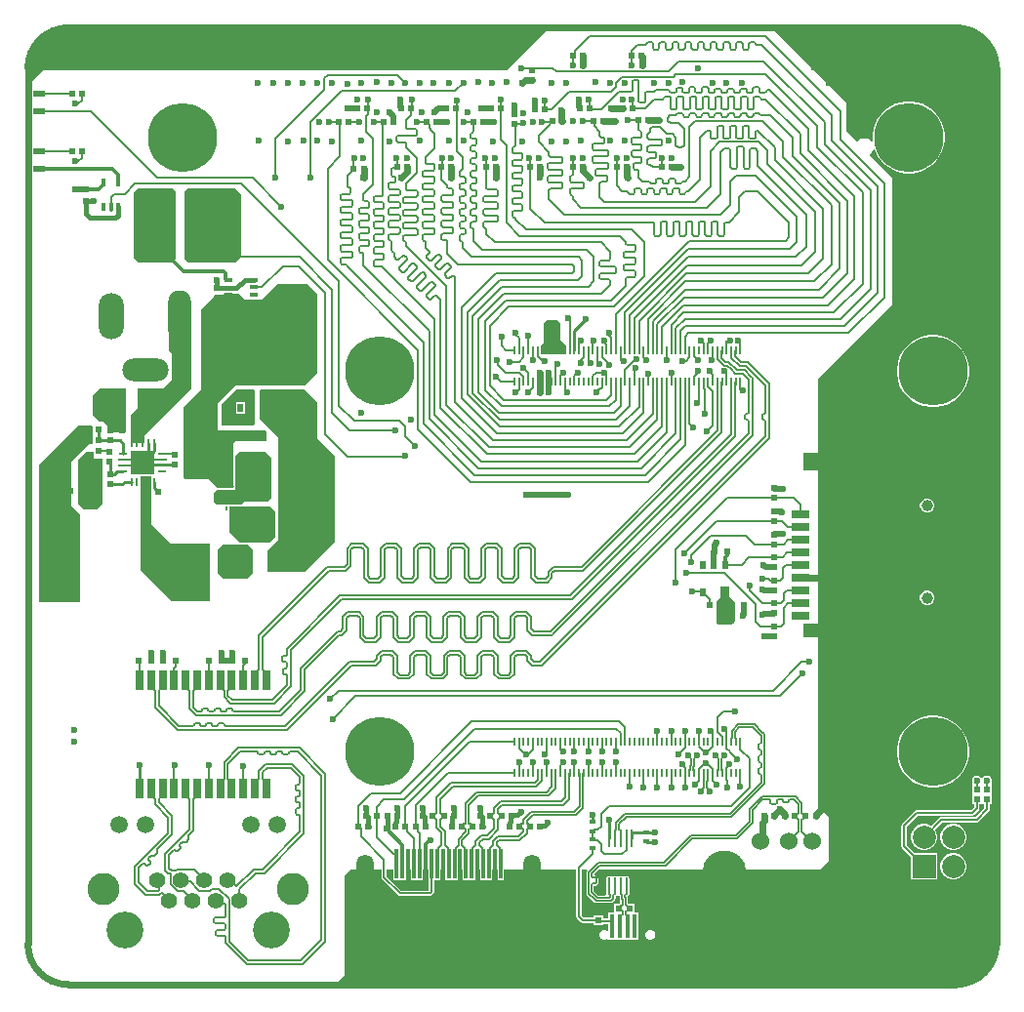
<source format=gtl>
G04*
G04 #@! TF.GenerationSoftware,Altium Limited,Altium Designer,22.10.1 (41)*
G04*
G04 Layer_Physical_Order=1*
G04 Layer_Color=255*
%FSAX44Y44*%
%MOMM*%
G71*
G04*
G04 #@! TF.SameCoordinates,19A9066D-69EC-4412-BDAA-CEE194C5A0F3*
G04*
G04*
G04 #@! TF.FilePolarity,Positive*
G04*
G01*
G75*
%ADD10C,0.2000*%
%ADD11C,0.2500*%
%ADD12C,0.5000*%
%ADD22R,0.5000X0.6000*%
%ADD23R,0.2000X0.7000*%
%ADD24R,0.4000X0.8000*%
%ADD25R,0.8000X0.4000*%
G04:AMPARAMS|DCode=27|XSize=1.5376mm|YSize=0.2525mm|CornerRadius=0.1262mm|HoleSize=0mm|Usage=FLASHONLY|Rotation=270.000|XOffset=0mm|YOffset=0mm|HoleType=Round|Shape=RoundedRectangle|*
%AMROUNDEDRECTD27*
21,1,1.5376,0.0000,0,0,270.0*
21,1,1.2851,0.2525,0,0,270.0*
1,1,0.2525,0.0000,-0.6425*
1,1,0.2525,0.0000,0.6425*
1,1,0.2525,0.0000,0.6425*
1,1,0.2525,0.0000,-0.6425*
%
%ADD27ROUNDEDRECTD27*%
%ADD28R,0.2525X1.5376*%
%ADD29R,1.2000X1.0000*%
%ADD30R,0.4000X2.1000*%
%ADD31R,1.9000X1.9000*%
%ADD32R,0.3000X2.6000*%
%ADD33R,0.4800X0.3800*%
%ADD35R,0.5500X0.6000*%
%ADD36R,0.6000X0.5000*%
%ADD37R,0.6400X1.7800*%
%ADD38R,0.6000X0.5500*%
%ADD39R,0.5500X0.8000*%
%ADD40R,1.6000X0.7000*%
%ADD41R,2.2000X1.2000*%
%ADD42R,1.5000X1.2000*%
%ADD43R,1.5000X1.6000*%
%ADD44R,1.1000X0.5500*%
%ADD45R,2.8000X1.4000*%
%ADD46R,0.8000X0.7500*%
%ADD47R,0.2500X0.3500*%
%ADD48R,3.0000X1.6000*%
%ADD49R,0.7500X0.8000*%
%ADD50R,3.2500X5.0000*%
%ADD51R,1.0000X1.2500*%
%ADD52R,0.8000X0.2800*%
%ADD53R,0.2800X0.8000*%
%ADD93C,1.5000*%
%ADD105C,0.6000*%
%ADD106C,0.1500*%
%ADD107R,1.6000X1.2000*%
%ADD108C,0.8000*%
%ADD109R,2.0500X2.0500*%
%ADD110C,0.4000*%
%ADD111C,0.1270*%
%ADD112C,0.3000*%
%ADD113C,0.1460*%
%ADD114C,0.1550*%
%ADD115R,4.2000X0.2000*%
%ADD116O,1.2000X2.1500*%
%ADD117O,1.5000X3.1000*%
%ADD118O,1.5000X2.3000*%
%ADD119C,1.0000*%
%ADD120C,1.4000*%
%ADD121C,2.8000*%
%ADD122C,3.2000*%
%ADD123C,2.0000*%
%ADD124R,2.0000X2.0000*%
%ADD125C,6.0000*%
%ADD126O,2.2000X4.0000*%
%ADD127O,2.0000X4.5000*%
%ADD128O,4.0000X2.0000*%
%ADD129C,3.8000*%
%ADD130C,1.5240*%
%ADD131C,0.6000*%
G36*
X00456827Y00834827D02*
X00420000Y00798000D01*
X00018000D01*
X00006173Y00786173D01*
X00005000Y00786659D01*
Y00801000D01*
X00005000Y00803294D01*
X00005599Y00807843D01*
X00006786Y00812274D01*
X00008542Y00816513D01*
X00010836Y00820486D01*
X00013629Y00824126D01*
X00016873Y00827370D01*
X00020513Y00830163D01*
X00024486Y00832457D01*
X00028725Y00834213D01*
X00033157Y00835401D01*
X00037705Y00835999D01*
X00039999Y00835999D01*
X00040000Y00836000D01*
X00456341D01*
X00456827Y00834827D01*
D02*
G37*
G36*
X00810000Y00836000D02*
X00812336Y00836000D01*
X00816967Y00835379D01*
X00821475Y00834149D01*
X00825779Y00832330D01*
X00829803Y00829956D01*
X00833476Y00827069D01*
X00836733Y00823718D01*
X00839516Y00819965D01*
X00841776Y00815876D01*
X00843473Y00811522D01*
X00844576Y00806982D01*
X00845066Y00802335D01*
X00845000Y00800000D01*
X00845000Y00800000D01*
X00845000Y00800000D01*
Y00158000D01*
Y00090000D01*
Y00040000D01*
X00845000Y00040000D01*
X00845000Y00037706D01*
X00844401Y00033157D01*
X00843214Y00028725D01*
X00841458Y00024487D01*
X00839164Y00020513D01*
X00836371Y00016873D01*
X00833127Y00013629D01*
X00829487Y00010836D01*
X00825513Y00008542D01*
X00821274Y00006786D01*
X00816843Y00005599D01*
X00812294Y00005000D01*
X00810000Y00005000D01*
X00273659D01*
X00273173Y00006173D01*
X00280000Y00013000D01*
X00280000Y00100000D01*
X00285000Y00105000D01*
X00311686D01*
Y00098000D01*
X00311862Y00097114D01*
X00312363Y00096363D01*
X00326363Y00082363D01*
X00327114Y00081862D01*
X00328000Y00081685D01*
X00353828D01*
X00354714Y00081862D01*
X00355465Y00082363D01*
X00356637Y00083535D01*
X00357138Y00084286D01*
X00357314Y00085172D01*
Y00095230D01*
X00362770D01*
Y00105000D01*
X00367230D01*
Y00095230D01*
X00377770D01*
Y00105000D01*
X00382230D01*
Y00095230D01*
X00392770D01*
Y00105000D01*
X00397230D01*
Y00095230D01*
X00407770D01*
Y00105000D01*
X00412230D01*
Y00095230D01*
X00417770D01*
Y00105000D01*
X00470000D01*
X00480686D01*
Y00064000D01*
X00480862Y00063114D01*
X00481363Y00062363D01*
X00484613Y00059113D01*
X00485364Y00058612D01*
X00486250Y00058436D01*
X00495980D01*
Y00056480D01*
X00504020D01*
Y00057686D01*
X00508730D01*
Y00052105D01*
X00507460Y00051579D01*
X00507419Y00051620D01*
X00505849Y00052270D01*
X00504151D01*
X00502581Y00051620D01*
X00501380Y00050419D01*
X00500730Y00048849D01*
Y00047151D01*
X00501380Y00045581D01*
X00502581Y00044380D01*
X00504151Y00043730D01*
X00505849D01*
X00507419Y00044380D01*
X00507460Y00044421D01*
X00508730Y00043895D01*
Y00043730D01*
X00515230D01*
Y00043730D01*
X00521770D01*
Y00043730D01*
X00528230D01*
Y00043730D01*
X00534770D01*
Y00067270D01*
X00531020D01*
Y00075020D01*
X00525212D01*
Y00080159D01*
X00525212Y00080159D01*
X00525191Y00080269D01*
X00524988Y00081523D01*
X00525826Y00082083D01*
X00526385Y00082921D01*
X00526582Y00083909D01*
Y00096760D01*
X00526385Y00097748D01*
X00525826Y00098585D01*
X00524988Y00099145D01*
X00524000Y00099342D01*
X00523012Y00099145D01*
X00522174Y00098585D01*
X00520826D01*
X00519988Y00099145D01*
X00519000Y00099342D01*
X00518012Y00099145D01*
X00517174Y00098585D01*
X00515826D01*
X00514988Y00099145D01*
X00514000Y00099342D01*
X00513012Y00099145D01*
X00512174Y00098585D01*
X00510826D01*
X00509988Y00099145D01*
X00509000Y00099342D01*
X00508012Y00099145D01*
X00507174Y00098585D01*
X00506615Y00097748D01*
X00506418Y00096760D01*
Y00083909D01*
X00506557Y00083210D01*
X00506047Y00082283D01*
X00505743Y00081940D01*
X00499807D01*
X00495942Y00085805D01*
Y00090517D01*
X00496966D01*
X00497709Y00090665D01*
X00498339Y00091086D01*
X00499393Y00092140D01*
X00499814Y00092770D01*
X00499962Y00093513D01*
Y00096675D01*
X00499814Y00097418D01*
X00499393Y00098048D01*
X00498339Y00099102D01*
X00497709Y00099524D01*
X00497173Y00099630D01*
X00496849Y00100208D01*
X00496688Y00100941D01*
X00500747Y00105000D01*
X00693000Y00105000D01*
X00700000Y00112000D01*
Y00150000D01*
X00690000Y00160000D01*
Y00530000D01*
X00755000Y00595000D01*
Y00705000D01*
X00735465Y00724535D01*
X00735579Y00725403D01*
X00736998Y00726821D01*
X00738001Y00728559D01*
X00738228Y00729406D01*
X00739552Y00729441D01*
X00740021Y00727997D01*
X00742255Y00723611D01*
X00745149Y00719629D01*
X00748629Y00716149D01*
X00752611Y00713255D01*
X00756997Y00711021D01*
X00761678Y00709500D01*
X00766539Y00708730D01*
X00771461D01*
X00776322Y00709500D01*
X00781003Y00711021D01*
X00785389Y00713255D01*
X00789371Y00716149D01*
X00792851Y00719629D01*
X00795744Y00723611D01*
X00797979Y00727997D01*
X00799500Y00732678D01*
X00800270Y00737539D01*
Y00742461D01*
X00799500Y00747322D01*
X00797979Y00752003D01*
X00795744Y00756389D01*
X00792851Y00760371D01*
X00789371Y00763851D01*
X00785389Y00766745D01*
X00781003Y00768979D01*
X00776322Y00770500D01*
X00771461Y00771270D01*
X00766539D01*
X00761678Y00770500D01*
X00756997Y00768979D01*
X00752611Y00766745D01*
X00748629Y00763851D01*
X00745149Y00760371D01*
X00742255Y00756389D01*
X00740021Y00752003D01*
X00738500Y00747322D01*
X00737730Y00742461D01*
Y00737539D01*
X00737786Y00737187D01*
X00736596Y00736580D01*
X00735579Y00737598D01*
X00733841Y00738601D01*
X00731903Y00739120D01*
X00729897D01*
X00727959Y00738601D01*
X00726221Y00737598D01*
X00724802Y00736179D01*
X00723935Y00736065D01*
X00715000Y00745000D01*
Y00770000D01*
X00650173Y00834827D01*
X00650659Y00836000D01*
X00810000Y00836000D01*
D02*
G37*
G36*
X00190000Y00691000D02*
X00190000Y00636250D01*
X00185154Y00631000D01*
X00144000D01*
X00141000Y00634000D01*
X00141000Y00693000D01*
X00144000Y00696000D01*
X00185000Y00696000D01*
X00190000Y00691000D01*
D02*
G37*
G36*
X00133000Y00693000D02*
Y00634000D01*
X00130000Y00631000D01*
X00101000D01*
X00097000Y00635000D01*
X00097000Y00692000D01*
X00101000Y00696000D01*
X00130000Y00696000D01*
X00133000Y00693000D01*
D02*
G37*
G36*
X00256000Y00604000D02*
X00256000Y00536000D01*
X00245000Y00525000D01*
X00186000Y00525000D01*
X00170000Y00509000D01*
X00170000Y00486000D01*
X00211000D01*
X00212000Y00485000D01*
Y00477000D01*
X00211000Y00476000D01*
X00185000D01*
X00183000Y00474000D01*
Y00462000D01*
Y00436000D01*
X00169000D01*
X00162000Y00443000D01*
X00142000D01*
X00140000Y00445000D01*
Y00506000D01*
X00155000Y00521000D01*
Y00591000D01*
X00166000Y00602000D01*
X00167000Y00603000D01*
X00174000D01*
X00175000Y00604000D01*
X00188000D01*
X00193000Y00599000D01*
X00208000D01*
X00222000Y00613000D01*
X00247000D01*
X00256000Y00604000D01*
D02*
G37*
G36*
X00464000Y00581000D02*
X00467000Y00578000D01*
X00467000Y00563750D01*
X00472000Y00559250D01*
Y00553000D01*
Y00551500D01*
X00449500D01*
Y00559000D01*
X00452500Y00561500D01*
Y00565000D01*
X00452500Y00578393D01*
X00454933Y00581000D01*
X00464000Y00581000D01*
D02*
G37*
G36*
X00202000Y00520000D02*
Y00492000D01*
X00200000Y00490000D01*
X00174000D01*
X00173000Y00491000D01*
Y00508000D01*
X00186000Y00521000D01*
X00201000Y00521000D01*
X00202000Y00520000D01*
D02*
G37*
G36*
X00090000Y00493000D02*
Y00484000D01*
X00074000D01*
Y00490000D01*
X00071000Y00493000D01*
X00067000D01*
X00061000Y00499000D01*
Y00516000D01*
X00067000Y00522000D01*
X00090000D01*
Y00493000D01*
D02*
G37*
G36*
X00147000Y00522000D02*
X00106000Y00481000D01*
Y00475000D01*
X00094000D01*
Y00499000D01*
X00100000Y00505000D01*
Y00522000D01*
X00122000D01*
X00130000Y00530000D01*
Y00552000D01*
X00127000Y00555000D01*
Y00590000D01*
X00147000D01*
Y00522000D01*
D02*
G37*
G36*
X00216000Y00462167D02*
X00216000Y00427000D01*
X00213000Y00424000D01*
X00193000D01*
X00190375Y00421375D01*
X00180000D01*
X00179095Y00421000D01*
X00169000Y00421000D01*
X00166000Y00424000D01*
Y00431750D01*
X00169000Y00434000D01*
X00185000Y00434000D01*
Y00451000D01*
Y00464000D01*
X00188000Y00467000D01*
X00210200D01*
X00216000Y00462167D01*
D02*
G37*
G36*
X00062000Y00461000D02*
X00070000D01*
X00070000Y00422250D01*
X00065800Y00417000D01*
X00054000D01*
X00049000Y00422000D01*
X00049000Y00460000D01*
X00056000Y00467000D01*
X00062000Y00467000D01*
Y00461000D01*
D02*
G37*
G36*
X00215000Y00420000D02*
X00220000Y00415000D01*
Y00393000D01*
X00215000Y00388000D01*
X00194699D01*
X00194666Y00388022D01*
X00193000Y00388354D01*
X00191334Y00388022D01*
X00191301Y00388000D01*
X00189000D01*
X00180000Y00397000D01*
Y00420000D01*
X00215000Y00420000D01*
D02*
G37*
G36*
X00244887Y00521000D02*
X00256000Y00510291D01*
Y00478270D01*
X00270996Y00463273D01*
X00270981Y00388981D01*
X00248000Y00366000D01*
X00245000Y00363000D01*
X00214000Y00363000D01*
X00213000Y00364000D01*
Y00381000D01*
X00220000Y00388000D01*
X00221943Y00389943D01*
X00222003Y00479966D01*
X00206000Y00496031D01*
X00206000Y00501000D01*
Y00519988D01*
X00207006Y00521000D01*
X00244887Y00521000D01*
D02*
G37*
G36*
X00189000Y00386625D02*
X00189000Y00386625D01*
X00191301D01*
X00191478Y00386699D01*
X00191602Y00386674D01*
X00193000Y00386952D01*
X00194398Y00386674D01*
X00194522Y00386699D01*
X00194699Y00386625D01*
X00195375D01*
X00200000Y00382000D01*
Y00362000D01*
X00195000Y00357000D01*
X00175000D01*
X00170000Y00362000D01*
Y00382000D01*
X00175000Y00387000D01*
X00188095D01*
X00189000Y00386625D01*
D02*
G37*
G36*
X00112000Y00404500D02*
X00129000Y00387500D01*
X00162500Y00387500D01*
X00162500Y00337500D01*
X00129500Y00337500D01*
X00102500Y00364500D01*
Y00446000D01*
X00112000D01*
Y00404500D01*
D02*
G37*
G36*
X00061000Y00489000D02*
Y00474000D01*
X00058000D01*
X00043000Y00459000D01*
Y00458000D01*
Y00420000D01*
X00050000Y00413000D01*
Y00388000D01*
Y00337000D01*
X00015000D01*
X00015000Y00456000D01*
X00041000Y00482000D01*
X00049000Y00490000D01*
X00060000D01*
X00061000Y00489000D01*
D02*
G37*
G36*
X00613000Y00341000D02*
X00618028Y00336978D01*
X00618000Y00321000D01*
X00618000Y00321000D01*
X00617989Y00320247D01*
X00617432Y00318849D01*
X00616412Y00317742D01*
X00615064Y00317072D01*
X00614315Y00317000D01*
X00610000Y00317000D01*
X00605987Y00317000D01*
X00605987D01*
X00605194Y00317000D01*
X00603729Y00317607D01*
X00602607Y00318729D01*
X00602000Y00320194D01*
X00602000Y00320987D01*
X00602000Y00337000D01*
X00606000Y00341000D01*
Y00350000D01*
X00613000D01*
Y00341000D01*
D02*
G37*
G36*
X00352230Y00095230D02*
X00352686D01*
Y00086314D01*
X00328959D01*
X00316315Y00098959D01*
Y00105000D01*
X00322230D01*
Y00095230D01*
X00332770D01*
Y00105000D01*
X00337230D01*
Y00095230D01*
X00347770D01*
Y00105000D01*
X00352230D01*
Y00095230D01*
D02*
G37*
G36*
X00490002Y00105000D02*
X00490488Y00103827D01*
X00490087Y00103426D01*
X00489666Y00102795D01*
X00489518Y00102052D01*
Y00083948D01*
X00489666Y00083205D01*
X00490087Y00082575D01*
X00496577Y00076084D01*
X00497207Y00075663D01*
X00497950Y00075515D01*
X00510538D01*
X00511281Y00075663D01*
X00511912Y00076084D01*
X00514143Y00078316D01*
X00514143Y00078316D01*
X00514565Y00078946D01*
X00514712Y00079689D01*
X00514712Y00079689D01*
Y00081468D01*
X00514988Y00081523D01*
X00515826Y00082083D01*
X00517174D01*
X00518012Y00081523D01*
X00518288Y00081468D01*
Y00079607D01*
X00518436Y00078864D01*
X00518788Y00078337D01*
Y00075020D01*
X00512980D01*
Y00067270D01*
X00508730D01*
Y00062315D01*
X00504020D01*
Y00065020D01*
X00495980D01*
Y00063064D01*
X00487209D01*
X00485314Y00064959D01*
Y00105000D01*
X00490002D01*
D02*
G37*
%LPC*%
G36*
X00792461Y00568270D02*
X00787539D01*
X00782678Y00567500D01*
X00777997Y00565979D01*
X00773611Y00563745D01*
X00769629Y00560852D01*
X00766149Y00557371D01*
X00763255Y00553389D01*
X00761021Y00549004D01*
X00759500Y00544323D01*
X00758730Y00539461D01*
Y00534539D01*
X00759500Y00529678D01*
X00761021Y00524996D01*
X00763255Y00520611D01*
X00766149Y00516629D01*
X00769629Y00513149D01*
X00773611Y00510256D01*
X00777997Y00508021D01*
X00782678Y00506500D01*
X00787539Y00505730D01*
X00792461D01*
X00797322Y00506500D01*
X00802003Y00508021D01*
X00806389Y00510256D01*
X00810371Y00513149D01*
X00813851Y00516629D01*
X00816745Y00520611D01*
X00818979Y00524996D01*
X00820500Y00529678D01*
X00821270Y00534539D01*
Y00539461D01*
X00820500Y00544323D01*
X00818979Y00549004D01*
X00816745Y00553389D01*
X00813851Y00557371D01*
X00810371Y00560852D01*
X00806389Y00563745D01*
X00802003Y00565979D01*
X00797322Y00567500D01*
X00792461Y00568270D01*
D02*
G37*
G36*
X00786247Y00426770D02*
X00783753D01*
X00781448Y00425815D01*
X00779685Y00424052D01*
X00778730Y00421747D01*
Y00419253D01*
X00779685Y00416948D01*
X00781448Y00415185D01*
X00783753Y00414230D01*
X00786247D01*
X00788552Y00415185D01*
X00790315Y00416948D01*
X00791270Y00419253D01*
Y00421747D01*
X00790315Y00424052D01*
X00788552Y00425815D01*
X00786247Y00426770D01*
D02*
G37*
G36*
Y00346770D02*
X00783753D01*
X00781448Y00345815D01*
X00779685Y00344052D01*
X00778730Y00341747D01*
Y00339253D01*
X00779685Y00336948D01*
X00781448Y00335185D01*
X00783753Y00334230D01*
X00786247D01*
X00788552Y00335185D01*
X00790315Y00336948D01*
X00791270Y00339253D01*
Y00341747D01*
X00790315Y00344052D01*
X00788552Y00345815D01*
X00786247Y00346770D01*
D02*
G37*
G36*
X00837849Y00186270D02*
X00836151D01*
X00834581Y00185620D01*
X00833380Y00184419D01*
X00833187Y00183953D01*
X00831813D01*
X00831620Y00184419D01*
X00830419Y00185620D01*
X00828849Y00186270D01*
X00827151D01*
X00825581Y00185620D01*
X00824380Y00184419D01*
X00823730Y00182849D01*
Y00181151D01*
X00824294Y00179790D01*
X00823980Y00178520D01*
X00823980D01*
Y00169980D01*
Y00161480D01*
X00825686D01*
Y00158959D01*
X00823041Y00156314D01*
X00776000D01*
X00775114Y00156138D01*
X00774363Y00155637D01*
X00763363Y00144637D01*
X00762862Y00143886D01*
X00762685Y00143000D01*
Y00124745D01*
X00762862Y00123859D01*
X00763363Y00123108D01*
X00770975Y00115497D01*
Y00096230D01*
X00793515D01*
Y00118770D01*
X00774248D01*
X00767315Y00125703D01*
Y00142041D01*
X00776959Y00151685D01*
X00824000D01*
X00824886Y00151862D01*
X00825637Y00152363D01*
X00829637Y00156363D01*
X00830138Y00157114D01*
X00830314Y00158000D01*
Y00161480D01*
X00831710D01*
X00832020Y00161480D01*
X00832980D01*
X00833290Y00161480D01*
X00834686D01*
Y00157959D01*
X00827041Y00150315D01*
X00797345D01*
X00796459Y00150138D01*
X00795708Y00149637D01*
X00788420Y00142348D01*
X00786595Y00143402D01*
X00783728Y00144170D01*
X00780761D01*
X00777895Y00143402D01*
X00775325Y00141918D01*
X00773226Y00139820D01*
X00771743Y00137250D01*
X00770975Y00134384D01*
Y00131416D01*
X00771743Y00128550D01*
X00773226Y00125980D01*
X00775325Y00123882D01*
X00777895Y00122398D01*
X00780761Y00121630D01*
X00783728D01*
X00786595Y00122398D01*
X00789165Y00123882D01*
X00791263Y00125980D01*
X00792747Y00128550D01*
X00793515Y00131416D01*
Y00134384D01*
X00792747Y00137250D01*
X00791693Y00139075D01*
X00798304Y00145686D01*
X00828000D01*
X00828886Y00145862D01*
X00829637Y00146363D01*
X00838637Y00155363D01*
X00839138Y00156114D01*
X00839314Y00157000D01*
Y00158000D01*
Y00161480D01*
X00841020D01*
Y00169980D01*
Y00178520D01*
X00841020Y00178520D01*
X00840706Y00179790D01*
X00841270Y00181151D01*
Y00182849D01*
X00840620Y00184419D01*
X00839419Y00185620D01*
X00837849Y00186270D01*
D02*
G37*
G36*
X00792461Y00238270D02*
X00787539D01*
X00782678Y00237500D01*
X00777997Y00235979D01*
X00773611Y00233745D01*
X00769629Y00230851D01*
X00766149Y00227371D01*
X00763255Y00223389D01*
X00761021Y00219004D01*
X00759500Y00214322D01*
X00758730Y00209461D01*
Y00204539D01*
X00759500Y00199678D01*
X00761021Y00194996D01*
X00763255Y00190611D01*
X00766149Y00186629D01*
X00769629Y00183149D01*
X00773611Y00180256D01*
X00777997Y00178021D01*
X00782678Y00176500D01*
X00787539Y00175730D01*
X00792461D01*
X00797322Y00176500D01*
X00802003Y00178021D01*
X00806389Y00180256D01*
X00810371Y00183149D01*
X00813851Y00186629D01*
X00816745Y00190611D01*
X00818979Y00194996D01*
X00820500Y00199678D01*
X00821270Y00204539D01*
Y00209461D01*
X00820500Y00214322D01*
X00818979Y00219004D01*
X00816745Y00223389D01*
X00813851Y00227371D01*
X00810371Y00230851D01*
X00806389Y00233745D01*
X00802003Y00235979D01*
X00797322Y00237500D01*
X00792461Y00238270D01*
D02*
G37*
G36*
X00809128Y00144170D02*
X00806161D01*
X00803295Y00143402D01*
X00800725Y00141918D01*
X00798626Y00139820D01*
X00797143Y00137250D01*
X00796375Y00134384D01*
Y00131416D01*
X00797143Y00128550D01*
X00798626Y00125980D01*
X00800725Y00123882D01*
X00803295Y00122398D01*
X00806161Y00121630D01*
X00809128D01*
X00811995Y00122398D01*
X00814565Y00123882D01*
X00816663Y00125980D01*
X00818147Y00128550D01*
X00818915Y00131416D01*
Y00134384D01*
X00818147Y00137250D01*
X00816663Y00139820D01*
X00814565Y00141918D01*
X00811995Y00143402D01*
X00809128Y00144170D01*
D02*
G37*
G36*
Y00118770D02*
X00806161D01*
X00803295Y00118002D01*
X00800725Y00116518D01*
X00798626Y00114420D01*
X00797143Y00111850D01*
X00796375Y00108984D01*
Y00106016D01*
X00797143Y00103150D01*
X00798626Y00100580D01*
X00800725Y00098482D01*
X00803295Y00096998D01*
X00806161Y00096230D01*
X00809128D01*
X00811995Y00096998D01*
X00814565Y00098482D01*
X00816663Y00100580D01*
X00818147Y00103150D01*
X00818915Y00106016D01*
Y00108984D01*
X00818147Y00111850D01*
X00816663Y00114420D01*
X00814565Y00116518D01*
X00811995Y00118002D01*
X00809128Y00118770D01*
D02*
G37*
G36*
X00545849Y00052270D02*
X00544151D01*
X00542581Y00051620D01*
X00541380Y00050419D01*
X00540730Y00048849D01*
Y00047151D01*
X00541380Y00045581D01*
X00542581Y00044380D01*
X00544151Y00043730D01*
X00545849D01*
X00547419Y00044380D01*
X00548620Y00045581D01*
X00549270Y00047151D01*
Y00048849D01*
X00548620Y00050419D01*
X00547419Y00051620D01*
X00545849Y00052270D01*
D02*
G37*
G36*
X00193520Y00510520D02*
X00185480D01*
Y00499980D01*
X00193520D01*
Y00510520D01*
D02*
G37*
%LPD*%
D10*
X00503000Y00207500D02*
X00503500Y00207000D01*
X00226172Y00628172D02*
X00239828D01*
X00208000Y00610000D02*
X00226172Y00628172D01*
X00200750Y00610000D02*
X00208000D01*
X00165000Y00643500D02*
X00171000Y00637500D01*
Y00637421D02*
Y00637500D01*
X00240750Y00636250D02*
X00269000Y00608000D01*
X00158000Y00643500D02*
X00165000D01*
X00171000Y00637421D02*
X00172172Y00636250D01*
X00240750D01*
X00220000Y00705000D02*
Y00738900D01*
X00325400Y00794000D02*
X00325900D01*
X00220000Y00738900D02*
X00262329Y00781229D01*
X00455000Y00188200D02*
Y00198000D01*
X00515000Y00188200D02*
Y00198000D01*
X00503000Y00188200D02*
Y00198000D01*
X00828000Y00148000D02*
X00837000Y00157000D01*
X00797345Y00148000D02*
X00828000D01*
X00782245Y00132900D02*
X00797345Y00148000D01*
X00765000Y00143000D02*
X00776000Y00154000D01*
X00824000D02*
X00828000Y00158000D01*
X00776000Y00154000D02*
X00824000D01*
X00581000Y00346000D02*
X00589250D01*
X00596224Y00339026D01*
X00567000Y00354000D02*
Y00382000D01*
X00765000Y00124745D02*
X00782245Y00107500D01*
X00765000Y00124745D02*
Y00143000D01*
X00837000Y00157000D02*
Y00165750D01*
X00828000Y00158000D02*
Y00165750D01*
X00502000Y00153000D02*
X00509000Y00160000D01*
X00502000Y00142000D02*
Y00153000D01*
X00509000Y00160000D02*
X00615000D01*
X00355000Y00085172D02*
Y00109500D01*
X00314000Y00098000D02*
X00328000Y00084000D01*
X00353828D01*
X00355000Y00085172D01*
X00325000Y00109500D02*
Y00117828D01*
X00321672Y00118328D02*
X00324500D01*
X00307250Y00132750D02*
X00321672Y00118328D01*
X00307250Y00132750D02*
Y00151000D01*
X00324500Y00118328D02*
X00325000Y00117828D01*
X00523000Y00215500D02*
Y00228000D01*
X00518000Y00233000D02*
X00523000Y00228000D01*
X00390000Y00233000D02*
X00518000D01*
X00515000Y00227000D02*
X00519000Y00223000D01*
Y00215500D02*
Y00223000D01*
X00392000Y00227000D02*
X00515000D01*
X00314000Y00166000D02*
X00331000D01*
X00307250Y00151000D02*
Y00159250D01*
X00314000Y00166000D01*
X00303000Y00171000D02*
X00328000D01*
X00291750Y00159750D02*
X00303000Y00171000D01*
X00291750Y00142000D02*
Y00159750D01*
X00331000Y00166000D02*
X00392000Y00227000D01*
X00332500Y00142000D02*
Y00159500D01*
X00388500Y00215500D02*
X00427000D01*
X00332500Y00159500D02*
X00388500Y00215500D01*
X00369200Y00188200D02*
X00427000D01*
X00341750Y00142000D02*
Y00160750D01*
X00369200Y00188200D01*
X00332250Y00142000D02*
X00332500D01*
X00443000Y00209000D02*
Y00215500D01*
X00436000Y00205000D02*
X00437500D01*
X00431000Y00210000D02*
X00436000Y00205000D01*
X00437500D02*
X00439000D01*
X00443000Y00209000D01*
X00328000Y00171000D02*
X00390000Y00233000D01*
X00334250Y00137750D02*
X00340000Y00132000D01*
X00332500Y00142000D02*
X00334250Y00140250D01*
X00340000Y00109500D02*
Y00132000D01*
X00334250Y00137750D02*
Y00140250D01*
X00343371Y00137629D02*
Y00140379D01*
Y00137629D02*
X00345000Y00136000D01*
Y00109500D02*
Y00136000D01*
X00341750Y00142000D02*
X00343371Y00140379D01*
X00314000Y00098000D02*
Y00113000D01*
X00293750Y00133250D02*
X00314000Y00113000D01*
X00293750Y00133250D02*
Y00140250D01*
X00292000Y00142000D02*
X00293750Y00140250D01*
X00291750Y00142000D02*
X00292000D01*
X00615000Y00160000D02*
X00631000Y00176000D01*
X00499000Y00139000D02*
X00502000Y00142000D01*
Y00121000D02*
X00505000Y00118000D01*
X00499000Y00130050D02*
X00502000Y00127050D01*
Y00121000D02*
Y00127050D01*
X00495000Y00130950D02*
Y00138100D01*
Y00130950D02*
X00495000Y00130950D01*
X00520000Y00118000D02*
X00524000Y00122000D01*
X00505000Y00118000D02*
X00520000D01*
X00524000Y00122000D02*
Y00131666D01*
X00495900Y00130050D02*
X00499000D01*
X00495000Y00130950D02*
X00495900Y00130050D01*
X00495000Y00138100D02*
X00495900Y00139000D01*
X00499000D01*
X00486250Y00060750D02*
X00497249D01*
X00497999Y00060000D02*
X00511000D01*
X00512000Y00059000D01*
Y00050500D02*
Y00059000D01*
X00497249Y00060750D02*
X00497999Y00060000D01*
X00483000Y00064000D02*
X00486250Y00060750D01*
X00483000Y00064000D02*
Y00106000D01*
X00495000Y00118000D01*
Y00123050D01*
X00631000Y00176000D02*
Y00201000D01*
X00623000Y00209000D02*
X00631000Y00201000D01*
X00623000Y00209000D02*
Y00215500D01*
X00614000Y00206000D02*
Y00207000D01*
Y00206000D02*
X00620000Y00200000D01*
X00611000Y00215500D02*
Y00223918D01*
Y00210000D02*
Y00215500D01*
Y00210000D02*
X00614000Y00207000D01*
X00430998Y00555501D02*
Y00565919D01*
X00428000Y00568918D02*
X00430998Y00565919D01*
X00428000Y00568918D02*
Y00570000D01*
X00438998Y00555501D02*
Y00567998D01*
X00439000Y00568000D01*
X00435000Y00539512D02*
X00438998Y00535513D01*
Y00528201D02*
Y00535513D01*
X00435000Y00539512D02*
Y00540000D01*
X00419000Y00536000D02*
X00430910D01*
X00434998Y00531911D01*
X00414799Y00528201D02*
X00426998D01*
X00411000Y00532000D02*
X00414799Y00528201D01*
X00412000Y00547000D02*
X00412243Y00546757D01*
Y00542757D02*
X00419000Y00536000D01*
X00412243Y00542757D02*
Y00546757D01*
X00434998Y00528201D02*
Y00531911D01*
X00661000Y00387000D02*
X00664500Y00390500D01*
X00675000D01*
X00652000Y00387000D02*
X00661000D01*
X00602000Y00407000D02*
X00652000D01*
X00596000Y00401000D02*
X00602000Y00407000D01*
X00596000Y00401000D02*
X00596000D01*
X00574000Y00379000D02*
X00596000Y00401000D01*
X00612000Y00427000D02*
X00652000D01*
X00567000Y00382000D02*
X00612000Y00427000D01*
X00284000Y00486000D02*
X00324000D01*
X00269000Y00501000D02*
X00284000Y00486000D01*
X00269000Y00501000D02*
Y00608000D01*
X00250000Y00705000D02*
Y00753000D01*
X00331000Y00463000D02*
X00332000Y00464000D01*
X00282000Y00463000D02*
X00331000D01*
X00263000Y00482000D02*
X00282000Y00463000D01*
X00375200Y00780000D02*
X00382700Y00787500D01*
X00277000Y00780000D02*
X00375200D01*
X00250000Y00753000D02*
X00277000Y00780000D01*
X00265000Y00794000D02*
X00325400D01*
X00331900Y00787500D01*
X00262329Y00791329D02*
X00265000Y00794000D01*
X00262329Y00781229D02*
Y00791329D01*
X00609000Y00225918D02*
Y00227000D01*
Y00225918D02*
X00611000Y00223918D01*
X00828000Y00174250D02*
Y00182000D01*
X00837000Y00174250D02*
Y00182000D01*
X00015000Y00777500D02*
X00043250D01*
X00043750Y00778000D01*
X00015000Y00762500D02*
X00059500D01*
X00200000Y00705000D02*
X00225000Y00680000D01*
X00117000Y00705000D02*
X00200000D01*
X00052250Y00722250D02*
Y00728000D01*
X00049000Y00719000D02*
X00052250Y00722250D01*
X00046000Y00719000D02*
X00049000D01*
X00046000Y00769000D02*
X00049000D01*
X00052250Y00772250D01*
Y00778000D01*
X00059500Y00762500D02*
X00117000Y00705000D01*
X00467000Y00188200D02*
Y00194918D01*
X00469000Y00196918D02*
Y00198000D01*
X00467000Y00194918D02*
X00469000Y00196918D01*
X00239828Y00628172D02*
X00263000Y00605000D01*
Y00482000D02*
Y00605000D01*
X00593000Y00197000D02*
X00593910D01*
X00592090D02*
X00593000D01*
X00599000Y00188200D02*
Y00191910D01*
Y00181700D02*
Y00188200D01*
X00578998Y00492002D02*
X00582500Y00488500D01*
X00583000Y00488000D01*
X00608950Y00536950D02*
X00609050D01*
X00610998Y00535001D01*
X00594000Y00485000D02*
X00599000Y00490000D01*
Y00519500D01*
X00594999Y00523502D02*
X00599000Y00519500D01*
X00590998Y00522502D02*
X00592500Y00521000D01*
Y00500000D02*
Y00521000D01*
X00590998Y00522502D02*
Y00528201D01*
X00586998Y00511581D02*
Y00528201D01*
X00585500Y00509000D02*
Y00510082D01*
X00586998Y00511581D01*
X00583498Y00487501D02*
X00583997Y00488000D01*
X00578998Y00492002D02*
Y00528201D01*
X00583000Y00488000D02*
X00583997D01*
X00583000D02*
X00583498Y00487501D01*
X00582000Y00488000D02*
X00583000D01*
X00578998Y00500998D02*
Y00528201D01*
X00623000Y00177000D02*
Y00188200D01*
Y00177000D02*
X00623000Y00177000D01*
X00608000Y00242000D02*
X00618000D01*
X00603000Y00224000D02*
Y00237000D01*
X00608000Y00242000D01*
X00603000Y00224000D02*
X00607000Y00220000D01*
Y00215500D02*
Y00220000D01*
X00599000Y00211790D02*
Y00215500D01*
X00597000Y00225000D02*
X00599000Y00223000D01*
Y00215500D02*
Y00223000D01*
X00602500Y00178000D02*
Y00178200D01*
X00599000Y00181700D02*
X00602500Y00178200D01*
X00583500D02*
X00587000Y00181700D01*
X00583500Y00178000D02*
Y00178200D01*
X00593910Y00206700D02*
X00599000Y00211790D01*
X00587000Y00215500D02*
Y00225000D01*
Y00211790D02*
X00592090Y00206700D01*
X00593910Y00197000D02*
X00599000Y00191910D01*
X00587000Y00188200D02*
Y00191910D01*
X00592090Y00197000D01*
X00587000Y00181700D02*
Y00188200D01*
X00539000Y00176000D02*
Y00188200D01*
X00551000Y00215500D02*
Y00225000D01*
X00569000Y00204500D02*
X00575000Y00210500D01*
Y00215500D01*
X00611000Y00192918D02*
X00613000Y00194918D01*
X00611000Y00188200D02*
Y00192918D01*
X00573000Y00194918D02*
Y00196000D01*
X00575000Y00188200D02*
Y00192918D01*
X00573000Y00194918D02*
X00575000Y00192918D01*
X00074887Y00467612D02*
X00075500Y00467000D01*
X00066547Y00467612D02*
X00074887D01*
X00283250Y00753000D02*
X00292000D01*
X00503000Y00207500D02*
Y00215500D01*
X00522999Y00538451D02*
X00532046Y00547499D01*
X00532999D01*
X00594999Y00523502D02*
Y00528201D01*
X00506998D02*
Y00534002D01*
X00494999Y00528201D02*
Y00532999D01*
X00478998Y00528201D02*
Y00532999D01*
X00542999Y00528201D02*
Y00535001D01*
X00542279Y00535721D02*
X00542999Y00535001D01*
X00578998Y00548998D02*
Y00555501D01*
X00576000Y00546000D02*
X00578998Y00548998D01*
X00573000Y00546000D02*
X00576000D01*
X00622998Y00555501D02*
Y00563502D01*
X00610998Y00555501D02*
Y00563998D01*
X00611000Y00183000D02*
Y00188200D01*
Y00183000D02*
X00612000Y00182000D01*
Y00176000D02*
Y00182000D01*
X00575000Y00176000D02*
Y00188200D01*
X00563000Y00176000D02*
Y00188200D01*
X00551000Y00177000D02*
Y00188200D01*
X00527000Y00177000D02*
Y00188200D01*
X00491000D02*
Y00198000D01*
X00479000Y00188200D02*
Y00198000D01*
X00443000Y00188200D02*
Y00198000D01*
X00431000Y00188200D02*
Y00198000D01*
Y00210000D02*
Y00215500D01*
X00455000Y00207000D02*
Y00215500D01*
X00467000Y00209000D02*
Y00215500D01*
X00479000Y00208000D02*
Y00215500D01*
X00491000Y00207000D02*
Y00215500D01*
X00515000Y00207000D02*
Y00215500D01*
X00563000D02*
Y00225000D01*
X00575000Y00215500D02*
Y00225000D01*
X00193500Y00283000D02*
Y00286000D01*
X00191819Y00281319D02*
X00193500Y00283000D01*
X00191819Y00268946D02*
Y00281319D01*
X00161819Y00285819D02*
X00162000Y00286000D01*
X00161819Y00268946D02*
Y00285819D01*
X00133500Y00286000D02*
X00133500Y00286000D01*
Y00280500D02*
Y00286000D01*
X00131819Y00278819D02*
X00133500Y00280500D01*
X00131819Y00268946D02*
Y00278819D01*
X00101000Y00286000D02*
X00101819Y00285181D01*
Y00268946D02*
Y00285181D01*
X00663500Y00379500D02*
X00675000D01*
X00660000Y00376000D02*
X00663500Y00379500D01*
X00652500Y00376000D02*
X00660000D01*
X00652000Y00375500D02*
X00652500Y00376000D01*
X00609500Y00369250D02*
X00624250D01*
X00630500Y00375500D01*
X00652000D01*
Y00427000D02*
X00669000D01*
X00675000Y00421000D01*
Y00412500D02*
Y00421000D01*
X00664500Y00401500D02*
X00675000D01*
X00659000Y00407000D02*
X00664500Y00401500D01*
X00652000Y00407000D02*
X00659000D01*
X00652000Y00407000D02*
X00652000Y00407000D01*
X00622998Y00521002D02*
Y00528201D01*
X00610998D02*
Y00535001D01*
X00505000Y00536000D02*
X00506998Y00534002D01*
X00598998Y00547998D02*
Y00555501D01*
X00598000Y00547000D02*
X00598998Y00547998D01*
X00494999Y00555501D02*
Y00562998D01*
X00496000Y00564000D01*
X00482999Y00555501D02*
Y00561998D01*
X00485000Y00564000D01*
X00474999Y00555501D02*
Y00582001D01*
X00474000Y00583000D02*
X00474999Y00582001D01*
X00446998Y00550454D02*
Y00555501D01*
Y00550454D02*
X00451453Y00546000D01*
X00442999Y00547001D02*
Y00555501D01*
X00416000Y00559000D02*
Y00567000D01*
Y00559000D02*
X00419499Y00555501D01*
X00426998D01*
X00430998Y00520998D02*
Y00528201D01*
X00429000Y00519000D02*
X00430998Y00520998D01*
X00442999Y00522998D02*
Y00528201D01*
X00439000Y00519000D02*
X00442999Y00522998D01*
X00470998Y00521002D02*
Y00528201D01*
X00466998D02*
Y00533998D01*
X00469000Y00536000D01*
X00451453Y00546000D02*
X00453000D01*
X00470998Y00521002D02*
X00473000Y00519000D01*
X00530998Y00528201D02*
Y00538998D01*
X00478998Y00532999D02*
X00482000Y00536000D01*
X00530998Y00538998D02*
X00532000Y00540000D01*
X00522999Y00528201D02*
Y00538451D01*
X00596224Y00333965D02*
Y00339026D01*
X00462998Y00528201D02*
Y00541998D01*
X00464000Y00543000D01*
X00582999Y00550001D02*
Y00555501D01*
Y00550001D02*
X00586000Y00547000D01*
X00494999Y00532999D02*
X00497971Y00535971D01*
X00504252D01*
X00502999Y00549002D02*
Y00555501D01*
Y00549002D02*
X00508000Y00544000D01*
D11*
X00109789Y00462965D02*
X00114640Y00467815D01*
X00106504Y00456250D02*
X00132000D01*
X00109789Y00462965D02*
Y00474965D01*
X00509000Y00131666D02*
Y00148000D01*
X00541186Y00129050D02*
X00541736Y00128500D01*
X00548500D01*
X00549000Y00128000D01*
X00548950Y00136950D02*
X00549000Y00137000D01*
X00541186Y00136950D02*
X00548950D01*
X00495000Y00146000D02*
Y00152000D01*
X00529000Y00131666D02*
Y00136888D01*
X00529012Y00136900D02*
X00541000D01*
X00529000Y00136888D02*
X00529012Y00136900D01*
X00529000Y00090334D02*
Y00102000D01*
X00104789Y00457965D02*
X00106504Y00456250D01*
X00104789Y00457965D02*
X00109789Y00462965D01*
X00114640Y00467815D02*
Y00474815D01*
X00114789Y00474965D01*
X00462998Y00555501D02*
X00466998D01*
X00454998D02*
X00458998D01*
X00462998D01*
X00450998D02*
X00454998D01*
X00178500Y00449000D02*
Y00458000D01*
X00177500Y00448000D02*
X00178500Y00449000D01*
X00177094Y00447594D02*
X00177500Y00448000D01*
X00177094Y00437309D02*
Y00447594D01*
Y00437309D02*
X00182094D01*
X00056397Y00486883D02*
X00057945Y00485335D01*
Y00477571D02*
Y00485335D01*
X00039000Y00458626D02*
X00057945Y00477571D01*
X00039000Y00400500D02*
Y00458626D01*
X00033250Y00394750D02*
X00039000Y00400500D01*
X00033250Y00362499D02*
Y00394750D01*
X00187094Y00437309D02*
Y00446594D01*
X00188500Y00448000D01*
X00193500Y00453000D01*
Y00458000D01*
X00114789Y00435601D02*
X00118177Y00432213D01*
X00114789Y00435601D02*
Y00440965D01*
X00109789Y00433826D02*
Y00440965D01*
X00108177Y00378323D02*
Y00432213D01*
X00124001Y00362499D02*
X00145750D01*
X00104789Y00440965D02*
X00109789D01*
X00108177Y00432213D02*
X00109789Y00433826D01*
X00108177Y00378323D02*
X00124001Y00362499D01*
X00076561Y00477191D02*
X00084809D01*
X00066825D02*
X00076561D01*
X00066397Y00486883D02*
X00066445Y00486835D01*
Y00477571D02*
Y00486835D01*
Y00477571D02*
X00066825Y00477191D01*
X00084809D02*
X00087789Y00474211D01*
Y00465465D02*
Y00474211D01*
X00082465Y00450465D02*
X00087789D01*
X00079745Y00447745D02*
X00082465Y00450465D01*
X00076394Y00447745D02*
X00079745D01*
X00076394D02*
Y00458356D01*
X00076000Y00458750D02*
X00076394Y00458356D01*
X00088965Y00440965D02*
X00094789D01*
X00086968Y00438968D02*
X00088965Y00440965D01*
X00076394Y00438968D02*
X00086968D01*
X00478998Y00555501D02*
Y00571998D01*
X00489000Y00582000D01*
X00101819Y00174746D02*
Y00194819D01*
D12*
X00601000Y00381000D02*
Y00386729D01*
X00625000Y00325000D02*
Y00325271D01*
X00625597Y00325868D02*
Y00334053D01*
X00625000Y00325271D02*
X00625597Y00325868D01*
X00642271Y00326000D02*
X00642771Y00326500D01*
X00651750D01*
X00642000Y00326000D02*
X00642271D01*
X00644000Y00307000D02*
X00652000D01*
Y00326750D02*
Y00327000D01*
X00651750Y00326500D02*
X00652000Y00326750D01*
Y00395500D02*
Y00395559D01*
X00652250Y00395809D02*
X00659809D01*
X00652000Y00395559D02*
X00652250Y00395809D01*
X00659809D02*
X00660000Y00396000D01*
X00600500Y00381000D02*
X00601000D01*
Y00386729D02*
X00602000Y00387729D01*
Y00388000D01*
X00652250Y00435191D02*
X00659809D01*
X00660000Y00435000D01*
X00652000Y00435441D02*
Y00435500D01*
Y00435441D02*
X00652250Y00435191D01*
X00652000Y00415441D02*
X00652250Y00415191D01*
X00658809D01*
X00652000Y00415441D02*
Y00415500D01*
X00658809Y00415191D02*
X00659000Y00415000D01*
X00046000Y00695000D02*
X00055000D01*
X00046000Y00695000D02*
X00046000Y00695000D01*
X00457000Y00519000D02*
Y00536000D01*
X00437000Y00430000D02*
X00474000D01*
X00112000Y00286000D02*
Y00293000D01*
X00122500Y00286000D02*
Y00293000D01*
X00173000Y00286000D02*
Y00293000D01*
X00182500Y00286000D02*
Y00293000D01*
X00173000Y00286000D02*
X00182500D01*
X00600000Y00369250D02*
Y00380500D01*
X00600500Y00381000D01*
X00643000Y00347000D02*
X00652000D01*
X00642000Y00348000D02*
X00643000Y00347000D01*
X00645000Y00367000D02*
X00652000D01*
X00643000Y00369000D02*
X00645000Y00367000D01*
X00282000Y00765000D02*
X00290750D01*
X00322250Y00753000D02*
Y00758750D01*
X00319000Y00762000D02*
X00322250Y00758750D01*
X00328000Y00765750D02*
Y00773000D01*
Y00765750D02*
X00328750Y00765000D01*
X00361000D02*
X00367750D01*
X00358000Y00762000D02*
X00361000Y00765000D01*
X00359250Y00753000D02*
X00369000D01*
X00398000Y00765000D02*
X00406750D01*
X00400250Y00753000D02*
X00409000D01*
X00444750Y00764000D02*
Y00771750D01*
X00445000Y00772000D01*
X00427000Y00760250D02*
Y00768000D01*
X00483000Y00765750D02*
Y00773000D01*
Y00765750D02*
X00483750Y00765000D01*
D22*
X00169000Y00609000D02*
D03*
Y00599000D02*
D03*
X00055000Y00695000D02*
D03*
Y00685000D02*
D03*
X00176000Y00493500D02*
D03*
Y00482500D02*
D03*
X00200000Y00416500D02*
D03*
Y00427500D02*
D03*
X00066547Y00467612D02*
D03*
Y00457612D02*
D03*
D23*
X00462998Y00555501D02*
D03*
X00458998D02*
D03*
X00450998D02*
D03*
X00454998D02*
D03*
X00438998D02*
D03*
X00434998D02*
D03*
X00442999D02*
D03*
X00446998D02*
D03*
X00426998D02*
D03*
X00430998D02*
D03*
X00502999D02*
D03*
X00498998D02*
D03*
X00490998D02*
D03*
X00494999D02*
D03*
X00478998D02*
D03*
X00474999D02*
D03*
X00482999D02*
D03*
X00486998D02*
D03*
X00466998D02*
D03*
X00470998D02*
D03*
X00542999D02*
D03*
X00538998D02*
D03*
X00530998D02*
D03*
X00534998D02*
D03*
X00518998D02*
D03*
X00514999D02*
D03*
X00522999D02*
D03*
X00526998D02*
D03*
X00506998D02*
D03*
X00510998D02*
D03*
X00582999D02*
D03*
X00578998D02*
D03*
X00570998D02*
D03*
X00574998D02*
D03*
X00558998D02*
D03*
X00554999D02*
D03*
X00562999D02*
D03*
X00566998D02*
D03*
X00546998D02*
D03*
X00550998D02*
D03*
X00590998D02*
D03*
X00586998D02*
D03*
X00606998D02*
D03*
X00602999D02*
D03*
X00594999D02*
D03*
X00598998D02*
D03*
X00614998D02*
D03*
X00610998D02*
D03*
X00618998D02*
D03*
X00622998D02*
D03*
Y00528201D02*
D03*
X00618998D02*
D03*
X00610998D02*
D03*
X00614998D02*
D03*
X00598998D02*
D03*
X00594999D02*
D03*
X00602999D02*
D03*
X00606998D02*
D03*
X00586998D02*
D03*
X00590998D02*
D03*
X00550998D02*
D03*
X00546998D02*
D03*
X00566998D02*
D03*
X00562999D02*
D03*
X00554999D02*
D03*
X00558998D02*
D03*
X00574998D02*
D03*
X00570998D02*
D03*
X00578998D02*
D03*
X00582999D02*
D03*
X00510998D02*
D03*
X00506998D02*
D03*
X00526998D02*
D03*
X00522999D02*
D03*
X00514999D02*
D03*
X00518998D02*
D03*
X00534998D02*
D03*
X00530998D02*
D03*
X00538998D02*
D03*
X00542999D02*
D03*
X00470998D02*
D03*
X00466998D02*
D03*
X00486998D02*
D03*
X00482999D02*
D03*
X00474999D02*
D03*
X00478998D02*
D03*
X00494999D02*
D03*
X00490998D02*
D03*
X00498998D02*
D03*
X00502999D02*
D03*
X00430998D02*
D03*
X00426998D02*
D03*
X00446998D02*
D03*
X00442999D02*
D03*
X00434998D02*
D03*
X00438998D02*
D03*
X00454998D02*
D03*
X00450998D02*
D03*
X00458998D02*
D03*
X00462998D02*
D03*
X00463000Y00215500D02*
D03*
X00459000D02*
D03*
X00451000D02*
D03*
X00455000D02*
D03*
X00439000D02*
D03*
X00435000D02*
D03*
X00443000D02*
D03*
X00447000D02*
D03*
X00427000D02*
D03*
X00431000D02*
D03*
X00503000D02*
D03*
X00499000D02*
D03*
X00491000D02*
D03*
X00495000D02*
D03*
X00479000D02*
D03*
X00475000D02*
D03*
X00483000D02*
D03*
X00487000D02*
D03*
X00467000D02*
D03*
X00471000D02*
D03*
X00543000D02*
D03*
X00539000D02*
D03*
X00531000D02*
D03*
X00535000D02*
D03*
X00519000D02*
D03*
X00515000D02*
D03*
X00523000D02*
D03*
X00527000D02*
D03*
X00507000D02*
D03*
X00511000D02*
D03*
X00583000D02*
D03*
X00579000D02*
D03*
X00571000D02*
D03*
X00575000D02*
D03*
X00559000D02*
D03*
X00555000D02*
D03*
X00563000D02*
D03*
X00567000D02*
D03*
X00547000D02*
D03*
X00551000D02*
D03*
X00591000D02*
D03*
X00587000D02*
D03*
X00607000D02*
D03*
X00603000D02*
D03*
X00595000D02*
D03*
X00599000D02*
D03*
X00615000D02*
D03*
X00611000D02*
D03*
X00619000D02*
D03*
X00623000D02*
D03*
Y00188200D02*
D03*
X00619000D02*
D03*
X00611000D02*
D03*
X00615000D02*
D03*
X00599000D02*
D03*
X00595000D02*
D03*
X00603000D02*
D03*
X00607000D02*
D03*
X00587000D02*
D03*
X00591000D02*
D03*
X00551000D02*
D03*
X00547000D02*
D03*
X00567000D02*
D03*
X00563000D02*
D03*
X00555000D02*
D03*
X00559000D02*
D03*
X00575000D02*
D03*
X00571000D02*
D03*
X00579000D02*
D03*
X00583000D02*
D03*
X00511000D02*
D03*
X00507000D02*
D03*
X00527000D02*
D03*
X00523000D02*
D03*
X00515000D02*
D03*
X00519000D02*
D03*
X00535000D02*
D03*
X00531000D02*
D03*
X00539000D02*
D03*
X00543000D02*
D03*
X00471000D02*
D03*
X00467000D02*
D03*
X00487000D02*
D03*
X00483000D02*
D03*
X00475000D02*
D03*
X00479000D02*
D03*
X00495000D02*
D03*
X00491000D02*
D03*
X00499000D02*
D03*
X00503000D02*
D03*
X00431000D02*
D03*
X00427000D02*
D03*
X00447000D02*
D03*
X00443000D02*
D03*
X00435000D02*
D03*
X00439000D02*
D03*
X00455000D02*
D03*
X00451000D02*
D03*
X00459000D02*
D03*
X00463000D02*
D03*
D24*
X00070500Y00700750D02*
D03*
X00083500D02*
D03*
Y00679250D02*
D03*
X00077000D02*
D03*
X00070500D02*
D03*
D25*
X00179250Y00603500D02*
D03*
Y00616500D02*
D03*
X00200750D02*
D03*
X00200750Y00610000D02*
D03*
X00200750Y00603500D02*
D03*
D27*
X00529000Y00090334D02*
D03*
X00524000D02*
D03*
X00519000D02*
D03*
X00514000D02*
D03*
X00509000D02*
D03*
Y00131666D02*
D03*
X00514000D02*
D03*
X00519000D02*
D03*
X00524000D02*
D03*
D28*
X00529000D02*
D03*
D29*
X00493000Y00047500D02*
D03*
X00557000D02*
D03*
D30*
X00531500Y00055500D02*
D03*
X00525000Y00055500D02*
D03*
X00518500Y00055500D02*
D03*
X00512000Y00055500D02*
D03*
X00538000D02*
D03*
D31*
X00535500Y00025000D02*
D03*
X00514500D02*
D03*
D32*
X00415000Y00109500D02*
D03*
X00410000D02*
D03*
X00405000D02*
D03*
X00400000D02*
D03*
X00395000D02*
D03*
X00390000D02*
D03*
X00385000D02*
D03*
X00380000D02*
D03*
X00375000D02*
D03*
X00370000D02*
D03*
X00365000D02*
D03*
X00360000D02*
D03*
X00355000D02*
D03*
X00350000D02*
D03*
X00345000D02*
D03*
X00340000D02*
D03*
X00335000D02*
D03*
X00330000D02*
D03*
X00325000D02*
D03*
D33*
X00541000Y00129000D02*
D03*
Y00136900D02*
D03*
X00495000Y00130950D02*
D03*
Y00123050D02*
D03*
X00495000Y00138100D02*
D03*
Y00146000D02*
D03*
D35*
X00500000Y00069250D02*
D03*
Y00060750D02*
D03*
X00837000Y00165750D02*
D03*
Y00174250D02*
D03*
X00828000Y00165750D02*
D03*
Y00174250D02*
D03*
X00652000Y00395500D02*
D03*
Y00387000D02*
D03*
Y00407000D02*
D03*
Y00415500D02*
D03*
Y00355500D02*
D03*
Y00347000D02*
D03*
Y00375500D02*
D03*
Y00367000D02*
D03*
Y00427000D02*
D03*
Y00435500D02*
D03*
Y00315500D02*
D03*
Y00307000D02*
D03*
Y00335500D02*
D03*
Y00327000D02*
D03*
X00076561Y00485691D02*
D03*
Y00477191D02*
D03*
X00132000Y00456250D02*
D03*
Y00464750D02*
D03*
X00076000Y00467250D02*
D03*
Y00458750D02*
D03*
X00442000Y00798250D02*
D03*
Y00789750D02*
D03*
X00427000Y00751750D02*
D03*
Y00760250D02*
D03*
D36*
X00097000Y00486000D02*
D03*
X00087000D02*
D03*
X00625597Y00334053D02*
D03*
X00614597D02*
D03*
X00611500Y00381000D02*
D03*
X00600500D02*
D03*
X00112000Y00286000D02*
D03*
X00101000D02*
D03*
X00122500D02*
D03*
X00133500D02*
D03*
X00173000D02*
D03*
X00162000D02*
D03*
X00182500D02*
D03*
X00193500D02*
D03*
X00209500Y00517000D02*
D03*
X00198500D02*
D03*
X00188500Y00448000D02*
D03*
X00177500D02*
D03*
X00076394Y00447745D02*
D03*
X00066394D02*
D03*
X00076394Y00438968D02*
D03*
X00066394D02*
D03*
X00066397Y00486883D02*
D03*
X00056397D02*
D03*
X00042000Y00433000D02*
D03*
X00052000D02*
D03*
X00118177Y00432213D02*
D03*
X00108177D02*
D03*
D37*
X00211819Y00268946D02*
D03*
Y00174746D02*
D03*
X00101819Y00268946D02*
D03*
X00111819D02*
D03*
X00121819D02*
D03*
X00131819D02*
D03*
X00161819D02*
D03*
X00171819D02*
D03*
X00181819D02*
D03*
X00191819D02*
D03*
X00201819D02*
D03*
Y00174746D02*
D03*
X00191819D02*
D03*
X00181819D02*
D03*
X00171819D02*
D03*
X00161819D02*
D03*
X00151819D02*
D03*
X00141819D02*
D03*
X00131819D02*
D03*
X00121819D02*
D03*
X00111819D02*
D03*
X00101819D02*
D03*
X00151819Y00268946D02*
D03*
X00141819D02*
D03*
D38*
X00316750Y00151000D02*
D03*
X00325250D02*
D03*
X00341750Y00142000D02*
D03*
X00350250D02*
D03*
X00298750Y00151000D02*
D03*
X00307250D02*
D03*
X00323750Y00142000D02*
D03*
X00332250D02*
D03*
X00300250D02*
D03*
X00291750D02*
D03*
X00374250Y00151000D02*
D03*
X00365750D02*
D03*
X00347750D02*
D03*
X00356250D02*
D03*
X00372750Y00142000D02*
D03*
X00381250D02*
D03*
X00424250Y00151000D02*
D03*
X00415750D02*
D03*
X00397750D02*
D03*
X00406250D02*
D03*
X00399250Y00142000D02*
D03*
X00390750D02*
D03*
X00449250D02*
D03*
X00440750D02*
D03*
X00422750D02*
D03*
X00431250D02*
D03*
X00535250Y00071000D02*
D03*
X00526750D02*
D03*
X00508750D02*
D03*
X00517250D02*
D03*
X00596224Y00333965D02*
D03*
X00604724D02*
D03*
X00043750Y00778000D02*
D03*
X00052250D02*
D03*
X00043750Y00728000D02*
D03*
X00052250D02*
D03*
X00066445Y00477571D02*
D03*
X00057945D02*
D03*
X00643750Y00151000D02*
D03*
X00652250D02*
D03*
X00670250D02*
D03*
X00661750D02*
D03*
X00679750D02*
D03*
X00688250D02*
D03*
X00529250Y00765000D02*
D03*
X00520750D02*
D03*
X00492250D02*
D03*
X00483750D02*
D03*
X00534750Y00755000D02*
D03*
X00543250D02*
D03*
X00554750Y00714000D02*
D03*
X00563250D02*
D03*
X00515750D02*
D03*
X00524250D02*
D03*
X00495750Y00754000D02*
D03*
X00504250D02*
D03*
X00477750Y00811000D02*
D03*
X00486250D02*
D03*
X00528750D02*
D03*
X00537250D02*
D03*
X00477750Y00714000D02*
D03*
X00486250D02*
D03*
X00459750Y00754000D02*
D03*
X00468250D02*
D03*
X00440750Y00714000D02*
D03*
X00449250D02*
D03*
X00453250Y00764000D02*
D03*
X00444750D02*
D03*
X00274750Y00753000D02*
D03*
X00283250D02*
D03*
X00415250Y00765000D02*
D03*
X00406750D02*
D03*
X00299250D02*
D03*
X00290750D02*
D03*
X00325750Y00714000D02*
D03*
X00334250D02*
D03*
X00402750D02*
D03*
X00411250D02*
D03*
X00313750Y00753000D02*
D03*
X00322250D02*
D03*
X00376250Y00765000D02*
D03*
X00367750D02*
D03*
X00391750Y00753000D02*
D03*
X00400250D02*
D03*
X00287750Y00713000D02*
D03*
X00296250D02*
D03*
X00337250Y00765000D02*
D03*
X00328750D02*
D03*
X00363750Y00714000D02*
D03*
X00372250D02*
D03*
X00350750Y00753000D02*
D03*
X00359250D02*
D03*
D39*
X00609500Y00344750D02*
D03*
X00590500D02*
D03*
Y00369250D02*
D03*
X00600000D02*
D03*
X00609500D02*
D03*
X00208500Y00480750D02*
D03*
X00189500D02*
D03*
Y00505250D02*
D03*
X00199000D02*
D03*
X00208500D02*
D03*
D40*
X00675000Y00335500D02*
D03*
Y00346500D02*
D03*
Y00357500D02*
D03*
Y00368500D02*
D03*
Y00379500D02*
D03*
Y00390500D02*
D03*
Y00401500D02*
D03*
Y00412500D02*
D03*
Y00324500D02*
D03*
D41*
X00781000Y00467500D02*
D03*
Y00312500D02*
D03*
D42*
X00685000D02*
D03*
D43*
Y00458500D02*
D03*
D44*
X00015000Y00762500D02*
D03*
Y00777500D02*
D03*
Y00712500D02*
D03*
Y00727500D02*
D03*
D45*
X00158000Y00643500D02*
D03*
X00116000D02*
D03*
X00158000Y00688500D02*
D03*
X00116000D02*
D03*
D46*
X00193500Y00458000D02*
D03*
X00178500D02*
D03*
X00053500Y00454000D02*
D03*
X00038500D02*
D03*
X00053500Y00443000D02*
D03*
X00038500D02*
D03*
D47*
X00187094Y00437309D02*
D03*
X00182094D02*
D03*
X00177094D02*
D03*
Y00417809D02*
D03*
X00182094D02*
D03*
X00187094D02*
D03*
D48*
X00185000Y00372000D02*
D03*
X00229000D02*
D03*
D49*
X00210000Y00415500D02*
D03*
Y00430500D02*
D03*
D50*
X00145750Y00362499D02*
D03*
X00033250D02*
D03*
D51*
X00085000Y00498998D02*
D03*
X00105000D02*
D03*
X00085000Y00515498D02*
D03*
X00105000D02*
D03*
D52*
X00121790Y00465465D02*
D03*
Y00450465D02*
D03*
X00087789D02*
D03*
Y00465465D02*
D03*
D53*
X00114789Y00440965D02*
D03*
X00109789D02*
D03*
X00104789D02*
D03*
X00099789D02*
D03*
X00094789D02*
D03*
Y00474965D02*
D03*
X00099789D02*
D03*
X00104789D02*
D03*
X00109789D02*
D03*
X00114789D02*
D03*
D93*
X00107300Y00143700D02*
D03*
X00198700D02*
D03*
X00084400D02*
D03*
X00221600D02*
D03*
D105*
X00845000Y00800000D02*
G03*
X00810000Y00835000I-00035000J00000000D01*
G01*
Y00005000D02*
G03*
X00845000Y00040000I00000000J00035000D01*
G01*
X00040000Y00835000D02*
G03*
X00005000Y00800000I00000000J-00035000D01*
G01*
Y00040000D02*
G03*
X00040000Y00005000I00035000J00000000D01*
G01*
X00052500D01*
X00072500D02*
X00102500D01*
X00122500D01*
X00132500D02*
X00162500D01*
X00202500Y00835000D02*
X00222500D01*
X00262500D01*
X00302500D02*
X00322500D01*
X00342500D01*
X00322500D02*
X00382500D01*
X00322500D02*
X00412500D01*
X00432500Y00005000D02*
X00462500D01*
X00432500D02*
X00482500D01*
X00432500D02*
X00542500D01*
X00432500D02*
X00592500D01*
X00612500D02*
X00642500D01*
X00682500Y00005000D02*
X00702500D01*
X00682500D02*
X00772500D01*
X00682500D02*
X00792500D01*
X00845000Y00040000D02*
Y00060000D01*
Y00040000D02*
Y00070000D01*
Y00040000D02*
Y00110000D01*
Y00170000D02*
Y00220000D01*
Y00040000D02*
Y00150000D01*
Y00240000D02*
Y00250000D01*
Y00300000D02*
Y00330000D01*
Y00360000D01*
Y00330000D02*
Y00380000D01*
Y00430000D02*
Y00470000D01*
Y00430000D02*
Y00500000D01*
Y00330000D02*
Y00390000D01*
X00432500Y00835000D02*
X00462500D01*
X00432500D02*
X00502500D01*
X00432500D02*
X00522500D01*
X00432500D02*
X00552500D01*
X00432500D02*
X00572500D01*
X00845000Y00430000D02*
Y00520000D01*
Y00580000D02*
Y00600000D01*
Y00430000D02*
Y00540000D01*
Y00600000D02*
Y00630000D01*
Y00600000D02*
Y00650000D01*
Y00700000D02*
Y00740000D01*
Y00600000D02*
Y00670000D01*
X00432500Y00835000D02*
X00602500D01*
X00432500D02*
X00622500D01*
X00662500D02*
X00672500D01*
X00682500Y00835000D02*
X00722500D01*
X00845000Y00740000D02*
Y00770000D01*
X00682500Y00835000D02*
X00762500D01*
X00682500D02*
X00782500D01*
X00052500Y00005000D02*
X00072500D01*
X00172500Y00835000D02*
X00202500D01*
X00262500D02*
X00302500D01*
X00592500Y00005000D02*
X00612500D01*
X00792500Y00005000D02*
X00810000D01*
X00845000Y00150000D02*
Y00170000D01*
Y00040000D02*
Y00240000D01*
Y00390000D02*
Y00430000D01*
Y00540000D02*
Y00580000D01*
Y00670000D02*
Y00700000D01*
X00622500Y00835000D02*
X00662500D01*
X00782500Y00835000D02*
X00810000D01*
X00122500Y00005000D02*
X00132500D01*
X00412500Y00835000D02*
X00422500D01*
X00642500Y00005000D02*
X00672500D01*
X00845000Y00250000D02*
Y00300000D01*
Y00770000D02*
Y00800000D01*
X00492000Y00070000D02*
X00500750D01*
X00672500Y00835000D02*
X00682500Y00835000D01*
X00422500Y00835000D02*
X00432500Y00835000D01*
X00162500Y00835000D02*
X00172500Y00835000D01*
X00152500Y00835000D02*
X00162500D01*
X00142500D02*
X00152500D01*
X00132500D02*
X00142500D01*
X00122500D02*
X00132500D01*
X00112500D02*
X00122500D01*
X00102500D02*
X00112500D01*
X00082500D02*
X00102500D01*
X00072500D02*
X00082500D01*
X00062500D02*
X00072500D01*
X00042500D02*
X00062500D01*
X00040000D02*
X00042500D01*
X00672500Y00005000D02*
X00682500Y00005000D01*
X00422500Y00005000D02*
X00432500Y00005000D01*
X00412500Y00005000D02*
X00422500D01*
X00402500D02*
X00412500D01*
X00392500D02*
X00402500D01*
X00382500D02*
X00392500D01*
X00372500D02*
X00382500D01*
X00362500D02*
X00372500D01*
X00352500D02*
X00362500D01*
X00342500D02*
X00352500D01*
X00332500D02*
X00342500D01*
X00322500D02*
X00332500D01*
X00312500D02*
X00322500D01*
X00302500D02*
X00312500D01*
X00292500D02*
X00302500D01*
X00282500D02*
X00292500D01*
X00272500D02*
X00282500D01*
X00262500D02*
X00272500D01*
X00252500D02*
X00262500D01*
X00242500D02*
X00252500D01*
X00232500D02*
X00242500D01*
X00222500D02*
X00232500D01*
X00212500D02*
X00222500D01*
X00202500D02*
X00212500D01*
X00192500D02*
X00202500D01*
X00182500D02*
X00192500D01*
X00172500D02*
X00182500D01*
X00162500Y00005000D02*
X00172500Y00005000D01*
X00005000Y00790000D02*
Y00800000D01*
Y00780000D02*
Y00790000D01*
Y00770000D02*
Y00780000D01*
Y00760000D02*
Y00770000D01*
Y00750000D02*
Y00760000D01*
Y00740000D02*
Y00750000D01*
Y00730000D02*
Y00740000D01*
Y00720000D02*
Y00730000D01*
Y00710000D02*
Y00720000D01*
Y00700000D02*
Y00710000D01*
Y00690000D02*
Y00700000D01*
Y00680000D02*
Y00690000D01*
Y00670000D02*
Y00680000D01*
Y00660000D02*
Y00670000D01*
Y00650000D02*
Y00660000D01*
Y00640000D02*
Y00650000D01*
Y00630000D02*
Y00640000D01*
Y00620000D02*
Y00630000D01*
Y00610000D02*
Y00620000D01*
Y00600000D02*
Y00610000D01*
Y00590000D02*
Y00600000D01*
Y00580000D02*
Y00590000D01*
Y00570000D02*
Y00580000D01*
Y00560000D02*
Y00570000D01*
Y00550000D02*
Y00560000D01*
Y00540000D02*
Y00550000D01*
Y00530000D02*
Y00540000D01*
Y00520000D02*
Y00530000D01*
Y00510000D02*
Y00520000D01*
Y00500000D02*
Y00510000D01*
Y00490000D02*
Y00500000D01*
Y00480000D02*
Y00490000D01*
Y00470000D02*
Y00480000D01*
Y00460000D02*
Y00470000D01*
Y00450000D02*
Y00460000D01*
Y00440000D02*
Y00450000D01*
Y00430000D02*
Y00440000D01*
Y00420000D02*
Y00430000D01*
Y00410000D02*
Y00420000D01*
Y00400000D02*
Y00410000D01*
Y00390000D02*
Y00400000D01*
Y00380000D02*
Y00390000D01*
Y00370000D02*
Y00380000D01*
Y00360000D02*
Y00370000D01*
Y00350000D02*
Y00360000D01*
Y00340000D02*
Y00350000D01*
Y00330000D02*
Y00340000D01*
Y00320000D02*
Y00330000D01*
Y00310000D02*
Y00320000D01*
Y00300000D02*
Y00310000D01*
Y00290000D02*
Y00300000D01*
Y00280000D02*
Y00290000D01*
Y00270000D02*
Y00280000D01*
Y00260000D02*
Y00270000D01*
Y00250000D02*
Y00260000D01*
Y00240000D02*
Y00250000D01*
Y00230000D02*
Y00240000D01*
Y00220000D02*
Y00230000D01*
Y00210000D02*
Y00220000D01*
Y00200000D02*
Y00210000D01*
Y00190000D02*
Y00200000D01*
Y00180000D02*
Y00190000D01*
Y00170000D02*
Y00180000D01*
Y00160000D02*
Y00170000D01*
Y00150000D02*
Y00160000D01*
Y00140000D02*
Y00150000D01*
Y00130000D02*
Y00140000D01*
Y00120000D02*
Y00130000D01*
Y00110000D02*
Y00120000D01*
Y00100000D02*
Y00110000D01*
Y00090000D02*
Y00100000D01*
Y00080000D02*
Y00090000D01*
Y00070000D02*
Y00080000D01*
Y00060000D02*
Y00070000D01*
Y00050000D02*
Y00060000D01*
Y00040000D02*
Y00050000D01*
Y00040000D02*
Y00040000D01*
X00652250Y00152250D02*
X00657000Y00157000D01*
X00661750Y00152250D01*
X00652250Y00151000D02*
Y00152250D01*
X00643750Y00147350D02*
Y00151000D01*
X00641768Y00145368D02*
X00643750Y00147350D01*
X00641768Y00130868D02*
Y00145368D01*
X00640000Y00129100D02*
X00641768Y00130868D01*
X00535250Y00071000D02*
X00542000D01*
X00500750Y00070000D02*
X00501750Y00071000D01*
X00508750D01*
X00688250Y00152250D02*
X00693000Y00157000D01*
X00688250Y00151000D02*
Y00152250D01*
X00661750Y00151000D02*
Y00152250D01*
X00538000Y00802000D02*
Y00810250D01*
X00537250Y00811000D02*
X00538000Y00810250D01*
X00486000Y00802000D02*
X00486250Y00802250D01*
Y00811000D01*
X00434000Y00787000D02*
X00436750Y00789750D01*
X00442000D01*
X00524250Y00705750D02*
X00525000Y00705000D01*
X00524250Y00705750D02*
Y00714000D01*
X00486250Y00710750D02*
Y00714000D01*
X00492000Y00705000D02*
Y00705000D01*
X00486250Y00710750D02*
X00492000Y00705000D01*
X00504250Y00754000D02*
X00514000D01*
X00449000Y00519000D02*
Y00536000D01*
X00675000Y00357500D02*
X00693500D01*
X00468000Y00754250D02*
X00468250Y00754000D01*
X00468000Y00754250D02*
Y00763000D01*
X00511000Y00765000D02*
X00520750D01*
X00543250Y00755000D02*
X00552000D01*
X00563250Y00714000D02*
X00571000D01*
X00449250Y00707250D02*
Y00714000D01*
X00411000Y00705000D02*
X00411250Y00705250D01*
Y00714000D01*
X00372250Y00705250D02*
Y00714000D01*
X00334250Y00710250D02*
Y00714000D01*
X00329000Y00705000D02*
X00334250Y00710250D01*
X00296250Y00705250D02*
Y00713000D01*
D106*
X00121790Y00465465D02*
G03*
X00122169Y00465085I00000380J00000000D01*
G01*
X00658500Y00335500D02*
X00661000Y00338000D01*
X00652000Y00335500D02*
X00658500D01*
X00661000Y00338000D02*
Y00344000D01*
X00663500Y00346500D01*
X00642500Y00335500D02*
X00652000D01*
X00636000Y00320000D02*
Y00335000D01*
Y00320000D02*
X00640500Y00315500D01*
X00652000D01*
X00576000Y00362000D02*
X00609000D01*
X00636000Y00335000D01*
X00580000Y00371000D02*
Y00377000D01*
X00597000Y00394000D01*
X00431000Y00545000D02*
X00434998Y00548998D01*
X00423000Y00545000D02*
X00431000D01*
X00434998Y00548998D02*
Y00555501D01*
X00597000Y00394000D02*
X00617901D01*
X00269790Y00235491D02*
X00289299Y00255000D01*
X00327000Y00494000D02*
X00332000Y00489000D01*
Y00481000D02*
X00341000Y00472000D01*
X00332000Y00481000D02*
Y00489000D01*
X00288000Y00494000D02*
X00327000D01*
X00275000Y00507000D02*
X00288000Y00494000D01*
X00275000Y00507000D02*
Y00615000D01*
X00676000Y00285000D02*
X00683000D01*
X00015000Y00727500D02*
X00015000Y00727500D01*
X00098000Y00700000D02*
X00190000D01*
X00275000Y00615000D01*
X00043250Y00727500D02*
X00043750Y00728000D01*
X00015000Y00727500D02*
X00043250D01*
X00080000Y00691000D02*
X00089000D01*
X00077000Y00676500D02*
Y00688000D01*
X00080000Y00691000D01*
X00089000D02*
X00098000Y00700000D01*
X00191754Y00174811D02*
Y00194783D01*
Y00174811D02*
X00191819Y00174746D01*
X00594999Y00561998D02*
X00597000Y00564000D01*
X00647000Y00357000D02*
X00648500Y00355500D01*
X00642000Y00357000D02*
X00647000D01*
X00648500Y00355500D02*
X00652000D01*
X00631000Y00351000D02*
X00631212Y00350788D01*
Y00346788D02*
Y00350788D01*
Y00346788D02*
X00642500Y00335500D01*
X00657000Y00255000D02*
X00677000Y00275000D01*
X00289299Y00255000D02*
X00657000D01*
X00274500Y00260000D02*
X00651000D01*
X00676000Y00285000D01*
X00267020Y00252520D02*
X00274500Y00260000D01*
X00562999Y00535499D02*
X00563998D01*
X00562999Y00528201D02*
Y00535499D01*
X00558998Y00547001D02*
Y00555501D01*
X00539000Y00549000D02*
Y00549500D01*
Y00549000D02*
X00539000D01*
X00541000Y00547000D01*
X00538998Y00555501D02*
X00539000Y00549500D01*
X00518998Y00547000D02*
Y00555501D01*
X00503020Y00564020D02*
X00504699D01*
Y00562801D02*
Y00564020D01*
Y00562801D02*
X00506998Y00560502D01*
Y00555501D02*
Y00560502D01*
X00582999Y00528201D02*
Y00532499D01*
X00586000Y00535500D01*
Y00537000D01*
X00596000D02*
X00598998Y00534002D01*
Y00528201D02*
Y00534002D01*
X00122169Y00465085D02*
X00132760D01*
X00509000Y00568000D02*
X00510998Y00566002D01*
Y00555501D02*
Y00566002D01*
X00657500Y00355500D02*
X00660000Y00358000D01*
X00652000Y00355500D02*
X00657500D01*
X00660000Y00358000D02*
Y00366000D01*
X00662500Y00368500D01*
X00675000D01*
X00628000Y00394000D02*
X00635000Y00387000D01*
X00652000D01*
X00617901Y00394000D02*
X00617921Y00393980D01*
X00622079D01*
X00622099Y00394000D01*
X00628000D01*
X00663500Y00346500D02*
X00675000D01*
X00490998Y00547001D02*
Y00555501D01*
X00664500Y00335500D02*
X00675000D01*
X00661000Y00332000D02*
X00664500Y00335500D01*
X00661000Y00318000D02*
Y00332000D01*
X00658500Y00315500D02*
X00661000Y00318000D01*
X00652000Y00315500D02*
X00658500D01*
X00486998Y00549002D02*
X00487000Y00549000D01*
X00486998Y00549002D02*
Y00555501D01*
X00509000Y00568000D02*
Y00570000D01*
X00594999Y00555501D02*
Y00561998D01*
X00590998Y00555501D02*
Y00562001D01*
X00589000Y00564000D02*
X00590998Y00562001D01*
X00502999Y00522999D02*
Y00528201D01*
X00501000Y00521000D02*
X00502999Y00522999D01*
X00500000Y00521000D02*
X00501000D01*
X00498000Y00519000D02*
X00500000Y00521000D01*
X00161819Y00174746D02*
Y00194819D01*
X00131819Y00174746D02*
Y00194819D01*
X00498998Y00545001D02*
Y00555501D01*
Y00545001D02*
X00501000Y00543000D01*
X00485000Y00544000D02*
Y00547000D01*
X00487000Y00549000D01*
X00490998Y00547001D02*
X00492999Y00545001D01*
Y00543999D02*
Y00545001D01*
X00493461Y00543999D02*
X00493730Y00543730D01*
X00492999Y00543999D02*
X00493461D01*
X00114754Y00475000D02*
X00114789Y00474965D01*
D107*
X00182094Y00427559D02*
D03*
D108*
X00168000Y00465000D02*
D03*
D109*
X00104789Y00457965D02*
D03*
D110*
X00169000Y00609000D02*
Y00616000D01*
Y00609000D02*
X00186000D01*
X00193500Y00616500D01*
X00200750D01*
X00422000Y00142000D02*
X00422750Y00142750D01*
X00372000Y00142000D02*
X00372750Y00142750D01*
X00399250D02*
X00400000Y00142000D01*
X00323000D02*
X00323750Y00142750D01*
X00300250D02*
X00301000Y00142000D01*
X00055000Y00674000D02*
X00059000Y00670000D01*
X00055000Y00674000D02*
Y00685000D01*
X00059000Y00670000D02*
X00081157D01*
X00083500Y00672343D02*
Y00679250D01*
X00081157Y00670000D02*
X00083500Y00672343D01*
X00055000Y00685000D02*
X00062000D01*
X00316000Y00140541D02*
X00316750Y00141291D01*
Y00151000D01*
X00316000Y00140000D02*
Y00140541D01*
X00450250Y00142750D02*
X00453209D01*
X00455459Y00145000D01*
X00456000D01*
X00449500Y00142000D02*
X00450250Y00142750D01*
X00449250Y00142000D02*
X00449500D01*
X00301000D02*
X00301250D01*
X00325250Y00151000D02*
Y00157750D01*
X00322750Y00142000D02*
X00323000D01*
X00298750Y00151000D02*
Y00157750D01*
X00323750Y00142750D02*
Y00145750D01*
X00324250Y00146250D01*
Y00150250D01*
X00300250Y00142750D02*
Y00145750D01*
X00299750Y00146250D02*
X00300250Y00145750D01*
X00299750Y00146250D02*
Y00150250D01*
X00429657Y00151750D02*
X00432907Y00155000D01*
X00433000D01*
X00421750Y00142000D02*
X00422000D01*
X00425250Y00151750D02*
X00429657D01*
X00424500Y00151000D02*
X00425250Y00151750D01*
X00424250Y00151000D02*
X00424500D01*
X00400000Y00142000D02*
X00400250D01*
X00399250Y00142750D02*
Y00145750D01*
X00398750Y00146250D02*
X00399250Y00145750D01*
X00398750Y00146250D02*
Y00150250D01*
X00397750Y00151000D02*
Y00157750D01*
X00422750Y00142750D02*
Y00145750D01*
X00423250Y00146250D01*
Y00150250D01*
X00371750Y00142000D02*
X00372000D01*
X00372750Y00142750D02*
Y00145750D01*
X00373250Y00146250D01*
Y00150250D01*
X00374250Y00151000D02*
Y00157750D01*
X00347750Y00151000D02*
Y00157750D01*
X00348750Y00146250D02*
Y00150250D01*
Y00146250D02*
X00349250Y00145750D01*
Y00142750D02*
X00350000Y00142000D01*
X00349250Y00142750D02*
Y00145750D01*
X00350000Y00142000D02*
X00350250D01*
D111*
X00558000Y00108000D02*
X00581460Y00131460D01*
X00620052D01*
X00580408Y00134000D02*
X00619000D01*
X00620052Y00131460D02*
X00633540Y00144948D01*
X00619000Y00134000D02*
X00631000Y00146000D01*
X00556948Y00110540D02*
X00580408Y00134000D01*
X00499948Y00110540D02*
X00556948D01*
X00501000Y00108000D02*
X00558000D01*
X00666143Y00166000D02*
X00669000D01*
X00665089Y00164946D02*
X00666143Y00166000D01*
X00665089Y00163966D02*
Y00164946D01*
X00664035Y00162912D02*
X00665089Y00163966D01*
X00660873Y00162912D02*
X00664035D01*
X00659819Y00163966D02*
X00660873Y00162912D01*
X00659819Y00163966D02*
Y00164946D01*
X00658765Y00166000D02*
X00659819Y00164946D01*
X00655603Y00166000D02*
X00658765D01*
X00654549Y00164946D02*
X00655603Y00166000D01*
X00654549Y00162660D02*
Y00164946D01*
X00653495Y00161606D02*
X00654549Y00162660D01*
X00650333Y00161606D02*
X00653495D01*
X00649279Y00162660D02*
X00650333Y00161606D01*
X00649279Y00162660D02*
Y00164946D01*
X00648225Y00166000D02*
X00649279Y00164946D01*
X00643008Y00166000D02*
X00648225D01*
X00642955Y00165947D02*
X00643008Y00166000D01*
X00642320Y00165312D02*
X00642955Y00165947D01*
X00633540Y00156532D02*
X00642320Y00165312D01*
X00641956Y00168540D02*
X00670052D01*
X00633540Y00144948D02*
Y00156532D01*
X00631000Y00157584D02*
X00641956Y00168540D01*
X00631000Y00146000D02*
Y00157584D01*
X00676270Y00153859D02*
X00677014Y00153115D01*
X00677635D01*
X00676270Y00153859D02*
Y00162322D01*
X00677635Y00153115D02*
X00679750Y00151000D01*
X00677014Y00148885D02*
X00677635D01*
X00670052Y00168540D02*
X00670796Y00167796D01*
Y00167796D02*
X00676270Y00162322D01*
X00670796Y00167796D02*
Y00167796D01*
X00677635Y00148885D02*
X00679750Y00151000D01*
X00676270Y00137728D02*
X00684898Y00129100D01*
X00685000D01*
X00676270Y00139832D02*
Y00148141D01*
X00677014Y00148885D01*
X00676270Y00137728D02*
Y00139832D01*
X00676270Y00139832D02*
X00676270Y00139832D01*
X00491460Y00102052D02*
X00499948Y00110540D01*
X00491460Y00083948D02*
Y00102052D01*
X00514000Y00083767D02*
Y00090334D01*
X00512770Y00082537D02*
X00514000Y00083767D01*
X00510538Y00077457D02*
X00512770Y00079689D01*
Y00082537D01*
X00491460Y00083948D02*
X00496511Y00078897D01*
X00497950Y00077457D02*
X00510538D01*
X00496511Y00078897D02*
X00497950Y00077457D01*
X00673730Y00153859D02*
Y00161270D01*
X00672986Y00148885D02*
X00673730Y00148141D01*
X00669000Y00166000D02*
X00673730Y00161270D01*
X00672986Y00153115D02*
X00673730Y00153859D01*
Y00138780D02*
X00673730Y00138780D01*
Y00137728D02*
Y00138780D01*
X00673730Y00138780D02*
Y00148141D01*
X00665102Y00129100D02*
X00673730Y00137728D01*
X00672365Y00153115D02*
X00672986D01*
X00670250Y00151000D02*
X00672365Y00148885D01*
X00670250Y00151000D02*
X00672365Y00153115D01*
Y00148885D02*
X00672986D01*
X00665000Y00129100D02*
X00665102D01*
X00494062Y00101062D02*
X00501000Y00108000D01*
X00494000Y00101000D02*
X00494062Y00101062D01*
X00494000Y00098783D02*
X00495054Y00097729D01*
X00496966D01*
X00494000Y00098783D02*
Y00101000D01*
X00509000Y00083767D02*
Y00090334D01*
Y00083767D02*
X00510230Y00082537D01*
X00494000Y00085000D02*
X00499002Y00079998D01*
X00510230Y00080741D02*
Y00082537D01*
X00509486Y00079998D02*
X00510230Y00080741D01*
X00499002Y00079998D02*
X00509486D01*
X00498020Y00093513D02*
Y00096675D01*
X00496966Y00092459D02*
X00498020Y00093513D01*
X00496966Y00097729D02*
X00498020Y00096675D01*
X00494000Y00091405D02*
X00495054Y00092459D01*
X00496966D01*
X00494000Y00085000D02*
Y00085500D01*
Y00091405D01*
X00524635Y00073115D02*
X00526750Y00071000D01*
X00524000Y00083767D02*
Y00090334D01*
X00524014Y00073115D02*
X00524635D01*
X00522770Y00082537D02*
X00524000Y00083767D01*
X00522770Y00080659D02*
Y00082537D01*
Y00080659D02*
X00523270Y00080159D01*
Y00073859D02*
X00524014Y00073115D01*
X00523270Y00073859D02*
Y00080159D01*
X00520230Y00079607D02*
X00520730Y00079107D01*
Y00073859D02*
Y00079107D01*
X00519000Y00083767D02*
X00520230Y00082537D01*
Y00079607D02*
Y00082537D01*
X00519986Y00073115D02*
X00520730Y00073859D01*
X00519365Y00073115D02*
X00519986D01*
X00517250Y00071000D02*
X00519365Y00073115D01*
X00519000Y00083767D02*
Y00090334D01*
X00524014Y00068885D02*
X00524635D01*
X00523270Y00068141D02*
X00524014Y00068885D01*
X00518500Y00064000D02*
X00519865Y00065365D01*
X00523270Y00065730D02*
X00525000Y00064000D01*
X00523270Y00065730D02*
Y00068141D01*
X00518500Y00055500D02*
Y00064000D01*
X00519365Y00068885D02*
X00519986D01*
X00517250Y00071000D02*
X00519365Y00068885D01*
X00525000Y00055500D02*
Y00064000D01*
X00524635Y00068885D02*
X00526750Y00071000D01*
X00519986Y00065365D02*
X00520730Y00066109D01*
X00519865Y00065365D02*
X00519986D01*
Y00068885D02*
X00520730Y00068141D01*
Y00066109D02*
Y00068141D01*
X00262905Y00042238D02*
Y00187719D01*
X00259635Y00043593D02*
Y00186365D01*
X00239000Y00207000D02*
X00259635Y00186365D01*
X00240354Y00210270D02*
X00262905Y00187719D01*
X00641000Y00215093D02*
Y00220660D01*
X00639946Y00214039D02*
X00641000Y00215093D01*
X00639554Y00214039D02*
X00639946D01*
X00638500Y00212985D02*
X00639554Y00214039D01*
X00638500Y00209823D02*
Y00212985D01*
Y00209823D02*
X00639554Y00208769D01*
X00639946D01*
X00641000Y00207715D01*
Y00204553D02*
Y00207715D01*
X00639946Y00203499D02*
X00641000Y00204553D01*
X00639554Y00203499D02*
X00639946D01*
X00638500Y00202445D02*
X00639554Y00203499D01*
X00638500Y00199283D02*
Y00202445D01*
Y00199283D02*
X00639554Y00198229D01*
X00639946D01*
X00641000Y00197175D01*
Y00194013D02*
Y00197175D01*
X00639946Y00192959D02*
X00641000Y00194013D01*
X00639554Y00192959D02*
X00639946D01*
X00638500Y00191905D02*
X00639554Y00192959D01*
X00638500Y00188743D02*
Y00191905D01*
Y00188743D02*
X00639554Y00187689D01*
X00639946D01*
X00641000Y00186635D01*
Y00186000D02*
Y00186635D01*
Y00220660D02*
Y00221002D01*
Y00180000D02*
Y00186000D01*
X00359365Y00166989D02*
X00372376Y00180000D01*
X00373730Y00176730D02*
X00445924D01*
X00362635Y00165635D02*
X00373730Y00176730D01*
X00444570Y00180000D02*
X00447365Y00182795D01*
X00372376Y00180000D02*
X00444570D01*
X00445924Y00176730D02*
X00450635Y00181441D01*
X00394376Y00172000D02*
X00455000D01*
X00456354Y00168730D02*
X00462635Y00175011D01*
X00395730Y00168730D02*
X00456354D01*
X00387635Y00160635D02*
X00395730Y00168730D01*
X00384365Y00161989D02*
X00394376Y00172000D01*
X00455000D02*
X00459365Y00176365D01*
X00416354Y00160730D02*
X00469355D01*
X00471365Y00167365D02*
Y00184605D01*
X00474635Y00166010D02*
Y00184605D01*
X00469355Y00160730D02*
X00474635Y00166010D01*
X00415000Y00164000D02*
X00468000D01*
X00471365Y00167365D01*
X00409365Y00158365D02*
X00415000Y00164000D01*
X00412635Y00157011D02*
X00416354Y00160730D01*
X00412635Y00153859D02*
Y00157011D01*
X00409365Y00153859D02*
Y00158365D01*
X00408621Y00153115D02*
X00409365Y00153859D01*
X00412635D02*
X00413379Y00153115D01*
X00413635D02*
X00415750Y00151000D01*
X00413379Y00153115D02*
X00413635D01*
X00366635Y00126000D02*
Y00138077D01*
Y00126000D02*
X00369135Y00123500D01*
Y00110365D02*
X00370000Y00109500D01*
X00369135Y00110365D02*
Y00123500D01*
X00363635Y00148885D02*
X00365750Y00151000D01*
X00363379Y00148885D02*
X00363635D01*
X00362635Y00148141D02*
X00363379Y00148885D01*
X00362635Y00142078D02*
X00366635Y00138077D01*
X00362635Y00142078D02*
Y00148141D01*
X00363365Y00126000D02*
Y00136723D01*
X00359365Y00140723D02*
Y00148141D01*
Y00140723D02*
X00363365Y00136723D01*
X00360865Y00123500D02*
X00363365Y00126000D01*
X00360000Y00109500D02*
X00360865Y00110365D01*
Y00123500D01*
X00358365Y00148885D02*
X00358621D01*
X00356250Y00151000D02*
X00358365Y00148885D01*
X00358621D02*
X00359365Y00148141D01*
X00447000Y00188200D02*
X00447365Y00187835D01*
X00450635D02*
X00451000Y00188200D01*
X00447365Y00182795D02*
Y00187835D01*
X00450635Y00181441D02*
Y00187835D01*
X00356250Y00151000D02*
X00358365Y00153115D01*
X00358621D01*
X00362635Y00153859D02*
X00363379Y00153115D01*
X00362635Y00153859D02*
Y00165635D01*
X00363379Y00153115D02*
X00363635D01*
X00365750Y00151000D01*
X00359365Y00153859D02*
Y00166989D01*
X00358621Y00153115D02*
X00359365Y00153859D01*
X00462635Y00175011D02*
Y00187835D01*
X00459365Y00176365D02*
Y00187835D01*
X00388379Y00139885D02*
X00388635D01*
X00390750Y00142000D01*
X00387635Y00135990D02*
Y00139141D01*
X00388379Y00139885D01*
X00381635Y00129991D02*
X00387635Y00135990D01*
X00381635Y00126000D02*
Y00129991D01*
Y00126000D02*
X00384135Y00123500D01*
Y00110365D02*
X00385000Y00109500D01*
X00384135Y00110365D02*
Y00123500D01*
X00381250Y00142000D02*
X00383365Y00139885D01*
X00383621D02*
X00384365Y00139141D01*
Y00137345D02*
Y00139141D01*
X00383365Y00139885D02*
X00383621D01*
X00378365Y00131345D02*
X00384365Y00137345D01*
X00378365Y00126000D02*
Y00131345D01*
X00375865Y00123500D02*
X00378365Y00126000D01*
X00375000Y00109500D02*
X00375865Y00110365D01*
Y00123500D01*
X00459000Y00188200D02*
X00459365Y00187835D01*
X00462635D02*
X00463000Y00188200D01*
X00381250Y00142000D02*
X00383365Y00144115D01*
X00383621D01*
X00384365Y00144859D01*
Y00161989D01*
X00387635Y00144859D02*
Y00160635D01*
Y00144859D02*
X00388379Y00144115D01*
X00388635D01*
X00390750Y00142000D01*
X00471365Y00184605D02*
Y00187835D01*
X00483365Y00159365D02*
Y00187835D01*
X00480354Y00151730D02*
X00486635Y00158011D01*
X00479000Y00155000D02*
X00483365Y00159365D01*
X00441356Y00155000D02*
X00479000D01*
X00442710Y00151730D02*
X00480354D01*
X00486635Y00158011D02*
Y00187835D01*
X00437635Y00146655D02*
X00442710Y00151730D01*
X00434365Y00148010D02*
X00441356Y00155000D01*
X00406250Y00151000D02*
X00408365Y00148885D01*
X00408621D02*
X00409365Y00148141D01*
Y00140365D02*
Y00148141D01*
X00408365Y00148885D02*
X00408621D01*
X00403270Y00134270D02*
X00409365Y00140365D01*
X00398280Y00134270D02*
X00403270D01*
X00393365Y00129354D02*
X00398280Y00134270D01*
X00393365Y00126000D02*
Y00129354D01*
X00390865Y00123500D02*
X00393365Y00126000D01*
X00390865Y00110365D02*
Y00123500D01*
X00390000Y00109500D02*
X00390865Y00110365D01*
X00413379Y00148885D02*
X00413635D01*
X00415750Y00151000D01*
X00412635Y00148141D02*
X00413379Y00148885D01*
X00412635Y00139011D02*
Y00148141D01*
X00404624Y00131000D02*
X00412635Y00139011D01*
X00399635Y00131000D02*
X00404624D01*
X00396635Y00128000D02*
X00399635Y00131000D01*
X00396635Y00126000D02*
Y00128000D01*
X00399135Y00110365D02*
X00400000Y00109500D01*
X00396635Y00126000D02*
X00399135Y00123500D01*
Y00110365D02*
Y00123500D01*
X00471000Y00188200D02*
X00471365Y00187835D01*
X00474635D02*
X00475000Y00188200D01*
X00474635Y00184605D02*
X00474635Y00184605D01*
X00408365Y00153115D02*
X00408621D01*
X00474635Y00184605D02*
Y00187835D01*
X00406250Y00151000D02*
X00408365Y00153115D01*
X00431250Y00142000D02*
X00433365Y00139885D01*
X00434365Y00137345D02*
Y00139141D01*
X00430290Y00133270D02*
X00434365Y00137345D01*
X00433365Y00139885D02*
X00433621D01*
X00434365Y00139141D01*
X00412281Y00133270D02*
X00430290D01*
X00408365Y00129354D02*
X00412281Y00133270D01*
X00408365Y00126000D02*
Y00129354D01*
X00405865Y00123500D02*
X00408365Y00126000D01*
X00405865Y00110365D02*
Y00123500D01*
X00405000Y00109500D02*
X00405865Y00110365D01*
X00438635Y00139885D02*
X00440750Y00142000D01*
X00438379Y00139885D02*
X00438635D01*
X00437635Y00139141D02*
X00438379Y00139885D01*
X00437635Y00135990D02*
Y00139141D01*
X00431645Y00130000D02*
X00437635Y00135990D01*
X00413635Y00130000D02*
X00431645D01*
X00411635Y00128000D02*
X00413635Y00130000D01*
X00411635Y00126000D02*
Y00128000D01*
X00414135Y00110365D02*
X00415000Y00109500D01*
X00411635Y00126000D02*
X00414135Y00123500D01*
Y00110365D02*
Y00123500D01*
X00433365Y00144115D02*
X00433621D01*
X00434365Y00144859D01*
Y00148010D01*
X00431250Y00142000D02*
X00433365Y00144115D01*
X00483000Y00188200D02*
X00483365Y00187835D01*
X00437635Y00144859D02*
X00438379Y00144115D01*
X00486635Y00187835D02*
X00487000Y00188200D01*
X00438379Y00144115D02*
X00438635D01*
X00437635Y00144859D02*
Y00146655D01*
X00438635Y00144115D02*
X00440750Y00142000D01*
X00524052Y00150460D02*
X00615052D01*
X00523000Y00153000D02*
X00614000D01*
X00641000Y00180000D01*
X00515230Y00145230D02*
X00523000Y00153000D01*
X00615052Y00150460D02*
X00643540Y00178948D01*
X00517770Y00144178D02*
X00524052Y00150460D01*
X00515230Y00139462D02*
Y00145230D01*
X00517770Y00139462D02*
Y00144178D01*
X00634002Y00228000D02*
X00638002Y00224000D01*
X00641000Y00221002D01*
X00622000Y00228000D02*
X00634002D01*
X00619000Y00215500D02*
Y00218000D01*
X00618270Y00224270D02*
X00622000Y00228000D01*
X00618270Y00218730D02*
X00619000Y00218000D01*
X00618270Y00218730D02*
Y00224270D01*
X00641594Y00224000D02*
Y00224000D01*
Y00224000D02*
X00643540Y00222054D01*
X00620948Y00230540D02*
X00635054D01*
X00641594Y00224000D01*
X00643540Y00178948D02*
Y00222054D01*
X00615730Y00225322D02*
X00620948Y00230540D01*
X00615000Y00218000D02*
X00615730Y00218730D01*
Y00225322D01*
X00615000Y00215500D02*
Y00218000D01*
X00514000Y00131666D02*
Y00138232D01*
X00515230Y00139462D01*
X00519000Y00131666D02*
Y00138232D01*
X00517770Y00139462D02*
X00519000Y00138232D01*
X00243262Y00022595D02*
X00262905Y00042238D01*
X00194781Y00022595D02*
X00243262D01*
X00187645Y00210270D02*
X00240354D01*
X00179795Y00042205D02*
Y00078999D01*
X00241907Y00025865D02*
X00259635Y00043593D01*
X00196135Y00025865D02*
X00241907D01*
X00176525Y00040851D02*
X00194781Y00022595D01*
X00179795Y00042205D02*
X00196135Y00025865D01*
X00176525Y00040851D02*
Y00044212D01*
X00285354Y00281730D02*
X00303750D01*
X00284000Y00285000D02*
X00303750D01*
X00442626Y00281730D02*
X00450139D01*
X00438456Y00285900D02*
X00442626Y00281730D01*
X00438456Y00285900D02*
Y00289034D01*
X00436203Y00291287D02*
X00438456Y00289034D01*
X00429440Y00291287D02*
X00436203D01*
X00427187Y00289034D02*
X00429440Y00291287D01*
X00427187Y00274415D02*
Y00289034D01*
X00423017Y00270246D02*
X00427187Y00274415D01*
X00413546Y00270246D02*
X00423017D01*
X00409376Y00274415D02*
X00413546Y00270246D01*
X00409376Y00274415D02*
Y00289034D01*
X00407122Y00291287D02*
X00409376Y00289034D01*
X00400360Y00291287D02*
X00407122D01*
X00398106Y00289034D02*
X00400360Y00291287D01*
X00398106Y00274415D02*
Y00289034D01*
X00393937Y00270246D02*
X00398106Y00274415D01*
X00384466Y00270246D02*
X00393937D01*
X00380297Y00274415D02*
X00384466Y00270246D01*
X00380297Y00274415D02*
Y00289034D01*
X00378042Y00291287D02*
X00380297Y00289034D01*
X00371280Y00291287D02*
X00378042D01*
X00369026Y00289034D02*
X00371280Y00291287D01*
X00369026Y00274415D02*
Y00289034D01*
X00364857Y00270246D02*
X00369026Y00274415D01*
X00355386Y00270246D02*
X00364857D01*
X00351217Y00274415D02*
X00355386Y00270246D01*
X00351217Y00274415D02*
Y00289034D01*
X00348963Y00291287D02*
X00351217Y00289034D01*
X00342200Y00291287D02*
X00348963D01*
X00339947Y00289034D02*
X00342200Y00291287D01*
X00339947Y00274415D02*
Y00289034D01*
X00335777Y00270246D02*
X00339947Y00274415D01*
X00326306Y00270246D02*
X00335777D01*
X00322136Y00274415D02*
X00326306Y00270246D01*
X00322136Y00274415D02*
Y00289034D01*
X00319883Y00291287D02*
X00322136Y00289034D01*
X00313120Y00291287D02*
X00319883D01*
X00310867Y00289034D02*
X00313120Y00291287D01*
X00310867Y00285900D02*
Y00289034D01*
X00306697Y00281730D02*
X00310867Y00285900D01*
X00303750Y00281730D02*
X00306697D01*
X00450139Y00285763D02*
Y00285763D01*
X00449376Y00285000D02*
X00450139Y00285763D01*
X00443980Y00285000D02*
X00449376D01*
X00441726Y00287254D02*
X00443980Y00285000D01*
X00441726Y00287254D02*
Y00290388D01*
X00437557Y00294557D02*
X00441726Y00290388D01*
X00428086Y00294557D02*
X00437557D01*
X00423917Y00290388D02*
X00428086Y00294557D01*
X00423917Y00275770D02*
Y00290388D01*
X00421662Y00273516D02*
X00423917Y00275770D01*
X00414900Y00273516D02*
X00421662D01*
X00412646Y00275770D02*
X00414900Y00273516D01*
X00412646Y00275770D02*
Y00290388D01*
X00408477Y00294557D02*
X00412646Y00290388D01*
X00399006Y00294557D02*
X00408477D01*
X00394837Y00290388D02*
X00399006Y00294557D01*
X00394837Y00275770D02*
Y00290388D01*
X00392583Y00273516D02*
X00394837Y00275770D01*
X00385820Y00273516D02*
X00392583D01*
X00383567Y00275770D02*
X00385820Y00273516D01*
X00383567Y00275770D02*
Y00290388D01*
X00379397Y00294557D02*
X00383567Y00290388D01*
X00369926Y00294557D02*
X00379397D01*
X00365756Y00290388D02*
X00369926Y00294557D01*
X00365756Y00275770D02*
Y00290388D01*
X00363503Y00273516D02*
X00365756Y00275770D01*
X00356740Y00273516D02*
X00363503D01*
X00354487Y00275770D02*
X00356740Y00273516D01*
X00354487Y00275770D02*
Y00290388D01*
X00350317Y00294557D02*
X00354487Y00290388D01*
X00340846Y00294557D02*
X00350317D01*
X00336676Y00290388D02*
X00340846Y00294557D01*
X00336676Y00275770D02*
Y00290388D01*
X00334422Y00273516D02*
X00336676Y00275770D01*
X00327660Y00273516D02*
X00334422D01*
X00325406Y00275770D02*
X00327660Y00273516D01*
X00325406Y00275770D02*
Y00290388D01*
X00321237Y00294557D02*
X00325406Y00290388D01*
X00311766Y00294557D02*
X00321237D01*
X00307596Y00290388D02*
X00311766Y00294557D01*
X00307596Y00287254D02*
Y00290388D01*
X00305343Y00285000D02*
X00307596Y00287254D01*
X00303750Y00285000D02*
X00305343D01*
X00450139Y00281730D02*
X00450730D01*
X00450139Y00285763D02*
X00645000Y00480625D01*
X00274508Y00311270D02*
X00276150D01*
X00278403Y00313524D01*
Y00324208D01*
X00282573Y00328377D01*
X00292044D01*
X00296213Y00324208D01*
Y00307584D02*
Y00324208D01*
Y00307584D02*
X00298467Y00305329D01*
X00305229D01*
X00307483Y00307584D01*
Y00324208D01*
X00311653Y00328377D01*
X00321124D01*
X00325293Y00324208D01*
Y00307584D02*
Y00324208D01*
Y00307584D02*
X00327547Y00305329D01*
X00334309D01*
X00336563Y00307584D01*
Y00324208D01*
X00340733Y00328377D01*
X00350204D01*
X00354373Y00324208D01*
Y00307584D02*
Y00324208D01*
Y00307584D02*
X00356627Y00305329D01*
X00363389D01*
X00365643Y00307584D01*
Y00324208D01*
X00369813Y00328377D01*
X00379284D01*
X00383453Y00324208D01*
Y00307584D02*
Y00324208D01*
Y00307584D02*
X00385707Y00305329D01*
X00392469D01*
X00394723Y00307584D01*
Y00324208D01*
X00398893Y00328377D01*
X00408364D01*
X00412533Y00324208D01*
Y00307584D02*
Y00324208D01*
Y00307584D02*
X00414787Y00305329D01*
X00421549D01*
X00423803Y00307584D01*
Y00324208D01*
X00427973Y00328377D01*
X00437444D01*
X00441613Y00324208D01*
Y00313524D02*
Y00324208D01*
Y00313524D02*
X00443867Y00311270D01*
X00458270D01*
X00460000Y00313000D01*
X00274508Y00307508D02*
X00274508D01*
X00274508D02*
X00275000Y00308000D01*
X00277504D01*
X00281673Y00312169D01*
Y00322854D01*
X00283927Y00325107D01*
X00290690D01*
X00292943Y00322854D01*
Y00306229D02*
Y00322854D01*
Y00306229D02*
X00297113Y00302059D01*
X00306584D01*
X00310753Y00306229D01*
Y00322854D01*
X00313007Y00325107D01*
X00319769D01*
X00322023Y00322854D01*
Y00306229D02*
Y00322854D01*
Y00306229D02*
X00326193Y00302059D01*
X00335664D01*
X00339833Y00306229D01*
Y00322854D01*
X00342087Y00325107D01*
X00348849D01*
X00351103Y00322854D01*
Y00306229D02*
Y00322854D01*
Y00306229D02*
X00355273Y00302059D01*
X00364744D01*
X00368913Y00306229D01*
Y00322854D01*
X00371167Y00325107D01*
X00377929D01*
X00380183Y00322854D01*
Y00306229D02*
Y00322854D01*
Y00306229D02*
X00384353Y00302059D01*
X00393824D01*
X00397993Y00306229D01*
Y00322854D01*
X00400247Y00325107D01*
X00407009D01*
X00409263Y00322854D01*
Y00306229D02*
Y00322854D01*
Y00306229D02*
X00413433Y00302059D01*
X00422904D01*
X00427073Y00306229D01*
Y00322854D01*
X00429327Y00325107D01*
X00436089D01*
X00438343Y00322854D01*
Y00312169D02*
Y00322854D01*
Y00312169D02*
X00442513Y00308000D01*
X00459624D01*
X00460000Y00308375D01*
X00460000D01*
X00273646Y00311270D02*
X00274508D01*
X00245000Y00278000D02*
X00274508Y00307508D01*
X00460000Y00313000D02*
X00630000Y00483000D01*
X00460000Y00308375D02*
X00633270Y00481646D01*
X00632312Y00532312D02*
Y00532312D01*
X00626624Y00538000D02*
X00632312Y00532312D01*
X00241730Y00279354D02*
X00273646Y00311270D01*
X00233270Y00295270D02*
X00277000Y00339000D01*
X00476624D01*
X00230282Y00296907D02*
X00275646Y00342270D01*
X00475270D02*
X00615363Y00482363D01*
X00476624Y00339000D02*
X00618633Y00481009D01*
X00275646Y00342270D02*
X00475270D01*
X00461851Y00364000D02*
X00471000D01*
X00459597Y00361746D02*
X00461851Y00364000D01*
X00459597Y00358129D02*
Y00361746D01*
X00455427Y00353959D02*
X00459597Y00358129D01*
X00445956Y00353959D02*
X00455427D01*
X00441787Y00358129D02*
X00445956Y00353959D01*
X00441787Y00358129D02*
Y00382264D01*
X00439533Y00384518D02*
X00441787Y00382264D01*
X00432771Y00384518D02*
X00439533D01*
X00430517Y00382264D02*
X00432771Y00384518D01*
X00430517Y00358129D02*
Y00382264D01*
X00426347Y00353959D02*
X00430517Y00358129D01*
X00416876Y00353959D02*
X00426347D01*
X00412707Y00358129D02*
X00416876Y00353959D01*
X00412707Y00358129D02*
Y00382264D01*
X00410453Y00384518D02*
X00412707Y00382264D01*
X00403691Y00384518D02*
X00410453D01*
X00401437Y00382264D02*
X00403691Y00384518D01*
X00401437Y00358129D02*
Y00382264D01*
X00397267Y00353959D02*
X00401437Y00358129D01*
X00387796Y00353959D02*
X00397267D01*
X00383627Y00358129D02*
X00387796Y00353959D01*
X00383627Y00358129D02*
Y00382264D01*
X00381373Y00384518D02*
X00383627Y00382264D01*
X00374611Y00384518D02*
X00381373D01*
X00372357Y00382264D02*
X00374611Y00384518D01*
X00372357Y00358129D02*
Y00382264D01*
X00368187Y00353959D02*
X00372357Y00358129D01*
X00358716Y00353959D02*
X00368187D01*
X00354547Y00358129D02*
X00358716Y00353959D01*
X00354547Y00358129D02*
Y00382264D01*
X00352293Y00384518D02*
X00354547Y00382264D01*
X00345531Y00384518D02*
X00352293D01*
X00343277Y00382264D02*
X00345531Y00384518D01*
X00343277Y00358129D02*
Y00382264D01*
X00339107Y00353959D02*
X00343277Y00358129D01*
X00329636Y00353959D02*
X00339107D01*
X00325467Y00358129D02*
X00329636Y00353959D01*
X00325467Y00358129D02*
Y00382264D01*
X00323213Y00384518D02*
X00325467Y00382264D01*
X00316451Y00384518D02*
X00323213D01*
X00314197Y00382264D02*
X00316451Y00384518D01*
X00314197Y00358129D02*
Y00382264D01*
X00310027Y00353959D02*
X00314197Y00358129D01*
X00300556Y00353959D02*
X00310027D01*
X00296387Y00358129D02*
X00300556Y00353959D01*
X00296387Y00358129D02*
Y00382264D01*
X00294133Y00384518D02*
X00296387Y00382264D01*
X00287371Y00384518D02*
X00294133D01*
X00285117Y00382264D02*
X00287371Y00384518D01*
X00285117Y00368170D02*
Y00382264D01*
X00280947Y00364000D02*
X00285117Y00368170D01*
X00278000Y00364000D02*
X00280947D01*
X00460496Y00367270D02*
X00471000D01*
X00456327Y00363101D02*
X00460496Y00367270D01*
X00456327Y00359483D02*
Y00363101D01*
X00454073Y00357229D02*
X00456327Y00359483D01*
X00447311Y00357229D02*
X00454073D01*
X00445057Y00359483D02*
X00447311Y00357229D01*
X00445057Y00359483D02*
Y00383619D01*
X00440887Y00387788D02*
X00445057Y00383619D01*
X00431416Y00387788D02*
X00440887D01*
X00427247Y00383619D02*
X00431416Y00387788D01*
X00427247Y00359483D02*
Y00383619D01*
X00424993Y00357229D02*
X00427247Y00359483D01*
X00418231Y00357229D02*
X00424993D01*
X00415977Y00359483D02*
X00418231Y00357229D01*
X00415977Y00359483D02*
Y00383619D01*
X00411807Y00387788D02*
X00415977Y00383619D01*
X00402336Y00387788D02*
X00411807D01*
X00398167Y00383619D02*
X00402336Y00387788D01*
X00398167Y00359483D02*
Y00383619D01*
X00395913Y00357229D02*
X00398167Y00359483D01*
X00389151Y00357229D02*
X00395913D01*
X00386897Y00359483D02*
X00389151Y00357229D01*
X00386897Y00359483D02*
Y00383619D01*
X00382727Y00387788D02*
X00386897Y00383619D01*
X00373256Y00387788D02*
X00382727D01*
X00369087Y00383619D02*
X00373256Y00387788D01*
X00369087Y00359483D02*
Y00383619D01*
X00366833Y00357229D02*
X00369087Y00359483D01*
X00360071Y00357229D02*
X00366833D01*
X00357817Y00359483D02*
X00360071Y00357229D01*
X00357817Y00359483D02*
Y00383619D01*
X00353647Y00387788D02*
X00357817Y00383619D01*
X00344176Y00387788D02*
X00353647D01*
X00340007Y00383619D02*
X00344176Y00387788D01*
X00340007Y00359483D02*
Y00383619D01*
X00337753Y00357229D02*
X00340007Y00359483D01*
X00330991Y00357229D02*
X00337753D01*
X00328737Y00359483D02*
X00330991Y00357229D01*
X00328737Y00359483D02*
Y00383619D01*
X00324567Y00387788D02*
X00328737Y00383619D01*
X00315096Y00387788D02*
X00324567D01*
X00310927Y00383619D02*
X00315096Y00387788D01*
X00310927Y00359483D02*
Y00383619D01*
X00308673Y00357229D02*
X00310927Y00359483D01*
X00301911Y00357229D02*
X00308673D01*
X00299657Y00359483D02*
X00301911Y00357229D01*
X00299657Y00359483D02*
Y00383619D01*
X00295487Y00387788D02*
X00299657Y00383619D01*
X00286016Y00387788D02*
X00295487D01*
X00281847Y00383619D02*
X00286016Y00387788D01*
X00281847Y00369524D02*
Y00383619D01*
X00279593Y00367270D02*
X00281847Y00369524D01*
X00278000Y00367270D02*
X00279593D01*
X00471000Y00364000D02*
X00486624D01*
X00266000D02*
X00278000D01*
X00471000Y00367270D02*
X00485270D01*
X00264646D02*
X00278000D01*
X00205184Y00307808D02*
X00264646Y00367270D01*
X00208454Y00306454D02*
X00266000Y00364000D01*
X00486624D02*
X00606633Y00484009D01*
X00485270Y00367270D02*
X00603363Y00485363D01*
X00230000Y00266750D02*
Y00273084D01*
X00228946Y00274138D02*
X00230000Y00273084D01*
X00227527Y00274138D02*
X00228946D01*
X00226473Y00275192D02*
X00227527Y00274138D01*
X00226473Y00275192D02*
Y00278354D01*
X00227527Y00279408D01*
X00228946D01*
X00230000Y00280462D01*
Y00283624D01*
X00228946Y00284678D02*
X00230000Y00283624D01*
X00226693Y00284678D02*
X00228946D01*
X00225639Y00285732D02*
X00226693Y00284678D01*
X00225639Y00285732D02*
Y00288894D01*
X00226693Y00289948D01*
X00228946D01*
X00230000Y00291002D01*
Y00296625D01*
X00230282Y00296907D01*
X00230000Y00265000D02*
Y00266750D01*
X00630000Y00501135D02*
Y00510000D01*
X00628946Y00500081D02*
X00630000Y00501135D01*
X00628197Y00500081D02*
X00628946D01*
X00627143Y00499027D02*
X00628197Y00500081D01*
X00627143Y00495865D02*
Y00499027D01*
Y00495865D02*
X00628197Y00494811D01*
X00628946D01*
X00630000Y00493757D01*
Y00493122D02*
Y00493757D01*
Y00510000D02*
Y00530000D01*
Y00483000D02*
Y00493122D01*
X00153636Y00242000D02*
X00155205D01*
X00156259Y00243054D01*
Y00243446D01*
X00157313Y00244500D01*
X00160475D01*
X00161529Y00243446D01*
Y00243054D02*
Y00243446D01*
Y00243054D02*
X00162583Y00242000D01*
X00165745D01*
X00166799Y00243054D01*
Y00243446D01*
X00167853Y00244500D01*
X00171015D01*
X00172069Y00243446D01*
Y00243054D02*
Y00243446D01*
Y00243054D02*
X00173123Y00242000D01*
X00176285D01*
X00177339Y00243054D01*
Y00243446D01*
X00178393Y00244500D01*
X00181555D01*
X00182609Y00243446D01*
Y00243054D02*
Y00243446D01*
Y00243054D02*
X00183663Y00242000D01*
X00189568D01*
X00223000D01*
X00152000D02*
X00153636D01*
X00145184Y00244192D02*
Y00259937D01*
X00148454Y00245546D02*
Y00259937D01*
Y00245546D02*
X00152000Y00242000D01*
X00150646Y00238730D02*
X00224354D01*
X00145184Y00244192D02*
X00150646Y00238730D01*
X00645000Y00501013D02*
Y00520000D01*
X00643946Y00499959D02*
X00645000Y00501013D01*
X00643197Y00499959D02*
X00643946D01*
X00642143Y00498905D02*
X00643197Y00499959D01*
X00642143Y00495743D02*
Y00498905D01*
Y00495743D02*
X00643197Y00494689D01*
X00643946D01*
X00645000Y00493635D01*
Y00493000D02*
Y00493635D01*
Y00520000D02*
Y00524730D01*
Y00480625D02*
Y00493000D01*
X00142000Y00229000D02*
X00147922D01*
X00148976Y00230054D01*
Y00230446D01*
X00150030Y00231500D01*
X00153192D01*
X00154246Y00230446D01*
Y00230054D02*
Y00230446D01*
Y00230054D02*
X00155300Y00229000D01*
X00158462D01*
X00159516Y00230054D01*
Y00230446D01*
X00160570Y00231500D01*
X00163732D01*
X00164786Y00230446D01*
Y00230054D02*
Y00230446D01*
Y00230054D02*
X00165840Y00229000D01*
X00169002D01*
X00170056Y00230054D01*
Y00230446D01*
X00171110Y00231500D01*
X00174272D01*
X00175326Y00230446D01*
Y00230054D02*
Y00230446D01*
Y00230054D02*
X00176380Y00229000D01*
X00182285D01*
X00136000D02*
X00142000D01*
X00182285D02*
X00228000D01*
X00450730Y00281730D02*
X00648270Y00479270D01*
X00615363Y00548741D02*
X00622375Y00541730D01*
X00628000D01*
X00614998Y00555501D02*
X00615363Y00555136D01*
Y00548741D02*
Y00555136D01*
X00628000Y00541730D02*
X00645000Y00524730D01*
X00121819Y00263246D02*
Y00268946D01*
X00119254Y00260681D02*
X00121819Y00263246D01*
X00118454Y00259937D02*
X00119198Y00260681D01*
X00119254D01*
X00118454Y00246546D02*
X00136000Y00229000D01*
X00118454Y00246546D02*
Y00259937D01*
X00648270Y00479270D02*
Y00526085D01*
X00618633Y00555136D02*
X00618998Y00555501D01*
X00618633Y00550096D02*
X00623729Y00545000D01*
X00618633Y00551906D02*
Y00555136D01*
X00618633Y00551906D02*
X00618633Y00551906D01*
X00618633Y00550096D02*
Y00551906D01*
X00629355Y00545000D02*
X00648270Y00526085D01*
X00623729Y00545000D02*
X00629355D01*
X00114440Y00260681D02*
X00115184Y00259937D01*
X00111819Y00263246D02*
X00114384Y00260681D01*
X00111819Y00263246D02*
Y00268946D01*
X00114384Y00260681D02*
X00114440D01*
X00115184Y00245192D02*
X00134646Y00225730D01*
X00229354D01*
X00115184Y00245192D02*
Y00259937D01*
X00229354Y00225730D02*
X00285354Y00281730D01*
X00228000Y00229000D02*
X00284000Y00285000D01*
X00614688Y00538688D02*
X00618646Y00534730D01*
X00625270D01*
X00608825Y00541855D02*
X00611520D01*
X00603363Y00547317D02*
X00608825Y00541855D01*
X00610180Y00545125D02*
X00612875D01*
X00606633Y00548672D02*
X00610180Y00545125D01*
X00612875D02*
X00620000Y00538000D01*
X00611520Y00541855D02*
X00614688Y00538688D01*
X00620000Y00538000D02*
X00626624D01*
X00144440Y00260681D02*
X00145184Y00259937D01*
X00144384Y00260681D02*
X00144440D01*
X00141819Y00263246D02*
X00144384Y00260681D01*
X00141819Y00263246D02*
Y00268946D01*
X00148454Y00259937D02*
X00149198Y00260681D01*
X00149254D02*
X00151819Y00263246D01*
X00149198Y00260681D02*
X00149254D01*
X00151819Y00263246D02*
Y00268946D01*
X00223000Y00242000D02*
X00241730Y00260730D01*
Y00279354D01*
X00224354Y00238730D02*
X00245000Y00259376D01*
Y00278000D01*
X00217000Y00252000D02*
X00230000Y00265000D01*
X00233270Y00263645D02*
Y00295270D01*
X00218354Y00248730D02*
X00233270Y00263645D01*
X00182000Y00252000D02*
X00217000D01*
X00180646Y00248730D02*
X00218354D01*
X00618633Y00481009D02*
Y00524606D01*
X00615363Y00482363D02*
Y00527836D01*
X00633270Y00481646D02*
Y00531354D01*
X00632312Y00532312D02*
X00633270Y00531354D01*
X00625270Y00534730D02*
X00630000Y00530000D01*
X00606633Y00548672D02*
Y00555136D01*
X00602999Y00555501D02*
X00603363Y00555136D01*
X00606633D02*
X00606998Y00555501D01*
X00603363Y00547317D02*
Y00555136D01*
X00614998Y00528201D02*
X00615363Y00527836D01*
X00618633D02*
X00618998Y00528201D01*
X00618633Y00524606D02*
Y00527836D01*
X00618633Y00524606D02*
X00618633Y00524606D01*
X00179688Y00249688D02*
X00180646Y00248730D01*
X00175184Y00254192D02*
X00179688Y00249688D01*
X00179198Y00260681D02*
X00179254D01*
X00175184Y00254192D02*
Y00259937D01*
X00174440Y00260681D02*
X00175184Y00259937D01*
X00174384Y00260681D02*
X00174440D01*
X00181819Y00263246D02*
Y00268946D01*
X00171819Y00263246D02*
X00174384Y00260681D01*
X00179254D02*
X00181819Y00263246D01*
X00171819D02*
Y00268946D01*
X00178454Y00255546D02*
Y00259937D01*
Y00255546D02*
X00182000Y00252000D01*
X00178454Y00259937D02*
X00179198Y00260681D01*
X00205184Y00277955D02*
Y00307808D01*
X00208454Y00277955D02*
Y00306454D01*
X00209254Y00277211D02*
X00211819Y00274646D01*
X00209198Y00277211D02*
X00209254D01*
X00208454Y00277955D02*
X00209198Y00277211D01*
X00211819Y00268946D02*
Y00274646D01*
X00204440Y00277211D02*
X00205184Y00277955D01*
X00204384Y00277211D02*
X00204440D01*
X00201819Y00268946D02*
Y00274646D01*
X00204384Y00277211D01*
X00606633Y00484009D02*
Y00527836D01*
X00603363Y00485363D02*
Y00527836D01*
X00602999Y00528201D02*
X00603363Y00527836D01*
X00606633D02*
X00606998Y00528201D01*
X00117095Y00122095D02*
X00119000Y00124000D01*
X00117095Y00120605D02*
Y00122095D01*
Y00120605D02*
X00117136Y00120564D01*
Y00119073D02*
Y00120564D01*
X00114900Y00116838D02*
X00117136Y00119073D01*
X00113410Y00116838D02*
X00114900D01*
X00113369Y00116878D02*
X00113410Y00116838D01*
X00111878Y00116878D02*
X00113369D01*
X00109643Y00114643D02*
X00111878Y00116878D01*
X00109643Y00113152D02*
Y00114643D01*
Y00113152D02*
X00111214Y00111581D01*
Y00110090D02*
Y00111581D01*
X00108978Y00107854D02*
X00111214Y00110090D01*
X00107487Y00107854D02*
X00108978D01*
X00105916Y00109425D02*
X00107487Y00107854D01*
X00104425Y00109425D02*
X00105916D01*
X00101000Y00106000D02*
X00104425Y00109425D01*
X00101000Y00104500D02*
Y00106000D01*
X00119000Y00124000D02*
X00130000Y00135000D01*
X00101000Y00093624D02*
Y00104500D01*
X00097730Y00092270D02*
Y00107354D01*
X00126730Y00136354D02*
Y00149917D01*
X00097730Y00107354D02*
X00126730Y00136354D01*
X00130000Y00135000D02*
Y00151271D01*
X00101000Y00093624D02*
X00108494Y00086131D01*
X00097730Y00092270D02*
X00107139Y00082861D01*
X00118454Y00162818D02*
X00130000Y00151271D01*
X00115184Y00161463D02*
X00126730Y00149917D01*
X00144018Y00134018D02*
X00147000Y00137000D01*
X00144018Y00132527D02*
Y00134018D01*
Y00132527D02*
X00144402Y00132143D01*
Y00130652D02*
Y00132143D01*
X00142166Y00128417D02*
X00144402Y00130652D01*
X00140675Y00128417D02*
X00142166D01*
X00140291Y00128801D02*
X00140675Y00128417D01*
X00138801Y00128801D02*
X00140291D01*
X00136565Y00126565D02*
X00138801Y00128801D01*
X00136565Y00125074D02*
Y00126565D01*
Y00125074D02*
X00137090Y00124549D01*
Y00123058D02*
Y00124549D01*
X00134854Y00120822D02*
X00137090Y00123058D01*
X00133364Y00120822D02*
X00134854D01*
X00132838Y00121348D02*
X00133364Y00120822D01*
X00131348Y00121348D02*
X00132838D01*
X00127172Y00117172D02*
X00131348Y00121348D01*
X00127000Y00117000D02*
X00127172Y00117172D01*
X00147000Y00137000D02*
X00148454Y00138454D01*
X00123730Y00118354D02*
X00145184Y00139808D01*
X00128795Y00092011D02*
Y00099389D01*
X00128945Y00099539D01*
X00128201Y00101335D02*
X00128945Y00100591D01*
X00129988Y00104173D02*
X00133580D01*
X00129556Y00104605D02*
X00129988Y00104173D01*
X00127944Y00104605D02*
X00129556D01*
X00128945Y00099539D02*
Y00100591D01*
X00123730Y00104194D02*
Y00118354D01*
X00126589Y00101335D02*
X00128201D01*
X00127000Y00105549D02*
X00127944Y00104605D01*
X00123730Y00104194D02*
X00126589Y00101335D01*
X00133580Y00104173D02*
X00134011Y00104605D01*
X00127000Y00105549D02*
Y00117000D01*
X00148454Y00138454D02*
Y00165737D01*
X00145184Y00139808D02*
Y00165737D01*
X00141819Y00169046D02*
Y00174746D01*
X00149198Y00166481D02*
X00149254D01*
X00151819Y00169046D01*
X00148454Y00165737D02*
X00149198Y00166481D01*
X00141819Y00169046D02*
X00144384Y00166481D01*
X00144440D02*
X00145184Y00165737D01*
X00144384Y00166481D02*
X00144440D01*
X00151819Y00169046D02*
Y00174746D01*
X00139626Y00086174D02*
X00147900Y00077900D01*
X00128795Y00092011D02*
X00134633Y00086174D01*
X00139626D01*
X00149195Y00104605D02*
X00158100Y00095700D01*
X00134011Y00104605D02*
X00149195D01*
X00121819Y00169046D02*
Y00174746D01*
X00119254Y00166481D02*
X00121819Y00169046D01*
X00118454Y00162818D02*
Y00165737D01*
X00114440Y00166481D02*
X00115184Y00165737D01*
Y00161463D02*
Y00165737D01*
X00111819Y00169046D02*
Y00174746D01*
X00119198Y00166481D02*
X00119254D01*
X00118454Y00165737D02*
X00119198Y00166481D01*
X00111819Y00169046D02*
X00114384Y00166481D01*
X00114440D01*
X00117861Y00086131D02*
X00118605Y00086875D01*
X00108494Y00086131D02*
X00117861D01*
X00121403Y00083997D02*
X00127500Y00077900D01*
X00107139Y00082861D02*
X00119215D01*
X00120351Y00083997D01*
X00121403D01*
X00117300Y00095700D02*
X00118605Y00094395D01*
Y00086875D02*
Y00094395D01*
X00176525Y00044212D02*
Y00046177D01*
X00175471Y00047231D02*
X00176525Y00046177D01*
X00169380Y00047231D02*
X00175471D01*
X00168326Y00048285D02*
X00169380Y00047231D01*
X00168326Y00048285D02*
Y00051447D01*
X00169380Y00052501D01*
X00175471D01*
X00176525Y00053555D01*
Y00056717D01*
X00175471Y00057771D02*
X00176525Y00056717D01*
X00167706Y00057771D02*
X00175471D01*
X00166652Y00058825D02*
X00167706Y00057771D01*
X00166652Y00058825D02*
Y00061987D01*
X00167706Y00063041D01*
X00175471D01*
X00176525Y00064095D01*
Y00070000D01*
X00195000Y00207000D02*
X00203731D01*
X00204785Y00205946D01*
Y00205554D02*
Y00205946D01*
Y00205554D02*
X00205839Y00204500D01*
X00209001D01*
X00210055Y00205554D01*
Y00205946D01*
X00211109Y00207000D01*
X00214271D01*
X00215325Y00205946D01*
Y00205554D02*
Y00205946D01*
Y00205554D02*
X00216379Y00204500D01*
X00219541D01*
X00220595Y00205554D01*
Y00205946D01*
X00221649Y00207000D01*
X00224811D01*
X00225865Y00205946D01*
Y00205554D02*
Y00205946D01*
Y00205554D02*
X00226919Y00204500D01*
X00230081D01*
X00231135Y00205554D01*
Y00205946D01*
X00232189Y00207000D01*
X00232824D01*
X00189000D02*
X00195000D01*
X00232824D02*
X00239000D01*
X00175184Y00197808D02*
X00187645Y00210270D01*
X00174440Y00183011D02*
X00175184Y00183755D01*
Y00197808D01*
X00174384Y00183011D02*
X00174440D01*
X00171819Y00180446D02*
X00174384Y00183011D01*
X00171819Y00174746D02*
Y00180446D01*
X00176525Y00070000D02*
Y00074584D01*
X00175644Y00075464D02*
X00176525Y00074584D01*
X00170736Y00075464D02*
X00175644D01*
X00168300Y00077900D02*
X00170736Y00075464D01*
X00179254Y00183011D02*
X00181819Y00180446D01*
X00179198Y00183011D02*
X00179254D01*
X00181819Y00174746D02*
Y00180446D01*
X00178454Y00196454D02*
X00189000Y00207000D01*
X00178454Y00183755D02*
X00179198Y00183011D01*
X00178454Y00183755D02*
Y00196454D01*
X00137700Y00095700D02*
X00139261Y00094139D01*
X00145861D01*
X00164832Y00088000D02*
X00170794D01*
X00163195Y00086363D02*
X00164832Y00088000D01*
X00170794D02*
X00179795Y00078999D01*
X00145861Y00094139D02*
X00153637Y00086363D01*
X00163195D01*
X00241000Y00179782D02*
Y00182000D01*
X00239946Y00178728D02*
X00241000Y00179782D01*
X00238616Y00178728D02*
X00239946D01*
X00237562Y00177674D02*
X00238616Y00178728D01*
X00237562Y00174512D02*
Y00177674D01*
Y00174512D02*
X00238616Y00173458D01*
X00239946D01*
X00241000Y00172404D01*
Y00169242D02*
Y00172404D01*
X00239946Y00168188D02*
X00241000Y00169242D01*
X00238616Y00168188D02*
X00239946D01*
X00237562Y00167134D02*
X00238616Y00168188D01*
X00237562Y00163972D02*
Y00167134D01*
Y00163972D02*
X00238616Y00162918D01*
X00239946D01*
X00241000Y00161864D01*
Y00158702D02*
Y00161864D01*
X00239946Y00157648D02*
X00241000Y00158702D01*
X00238616Y00157648D02*
X00239946D01*
X00237562Y00156594D02*
X00238616Y00157648D01*
X00237562Y00153432D02*
Y00156594D01*
Y00153432D02*
X00238616Y00152378D01*
X00239946D01*
X00241000Y00151324D01*
Y00150689D02*
Y00151324D01*
Y00182000D02*
Y00185000D01*
Y00137453D02*
Y00150689D01*
X00208547Y00105000D02*
X00241000Y00137453D01*
X00209901Y00101730D02*
X00244270Y00136099D01*
X00188312Y00087688D02*
X00202355Y00101730D01*
X00201000Y00105000D02*
X00208547D01*
X00186000Y00090000D02*
X00201000Y00105000D01*
X00202355Y00101730D02*
X00209901D01*
X00188312Y00078288D02*
Y00087688D01*
X00180300Y00095700D02*
X00186000Y00090000D01*
X00188312Y00078288D02*
X00188700Y00077900D01*
X00178500Y00095700D02*
X00180300D01*
X00244270Y00136099D02*
Y00186355D01*
X00234354Y00196270D02*
X00244270Y00186355D01*
X00233000Y00193000D02*
X00241000Y00185000D01*
X00211099Y00196270D02*
X00234354D01*
X00208454Y00189000D02*
X00212454Y00193000D01*
X00205184Y00183755D02*
Y00190354D01*
X00211099Y00196270D01*
X00212454Y00193000D02*
X00233000D01*
X00208454Y00183755D02*
Y00189000D01*
X00204384Y00183011D02*
X00204440D01*
X00205184Y00183755D01*
X00211819Y00174746D02*
Y00180446D01*
X00201819Y00174746D02*
Y00180446D01*
X00204384Y00183011D01*
X00209198D02*
X00209254D01*
X00208454Y00183755D02*
X00209198Y00183011D01*
X00209254D02*
X00211819Y00180446D01*
D112*
X00131500Y00632500D02*
X00140000Y00624000D01*
X00174993D01*
X00176750Y00622243D01*
Y00617000D02*
Y00622243D01*
Y00617000D02*
X00177250Y00616500D01*
X00179250D01*
X00078500Y00712500D02*
X00083500Y00707500D01*
Y00700750D02*
Y00707500D01*
X00015000Y00712500D02*
X00078500D01*
X00070500Y00698750D02*
Y00700750D01*
X00055000Y00695000D02*
X00066750D01*
X00070500Y00698750D01*
X00316000Y00140000D02*
X00330000Y00126000D01*
Y00109500D02*
Y00126000D01*
X00350000Y00126730D02*
X00353270Y00130000D01*
X00354000D01*
X00365000Y00092000D02*
Y00109500D01*
X00335000Y00092000D02*
Y00109500D01*
X00350000D02*
Y00126730D01*
X00380000Y00092000D02*
Y00109500D01*
X00395000Y00092000D02*
Y00109500D01*
X00410000Y00092000D02*
Y00109500D01*
X00186500Y00590500D02*
X00187000Y00590000D01*
X00611500Y00377500D02*
Y00381000D01*
X00609500Y00375500D02*
X00611500Y00377500D01*
X00609500Y00369250D02*
Y00375500D01*
D113*
X00606615Y00200875D02*
X00609000Y00203260D01*
X00601500D02*
Y00204000D01*
X00609000Y00203260D02*
Y00204000D01*
X00601500Y00203260D02*
X00603885Y00200875D01*
X00607000Y00188200D02*
Y00190700D01*
X00606365Y00193890D02*
X00606615Y00194140D01*
Y00200875D01*
X00606365Y00191335D02*
X00607000Y00190700D01*
X00606365Y00191335D02*
Y00193890D01*
X00603885Y00195271D02*
Y00200875D01*
X00603635Y00195021D02*
X00603885Y00195271D01*
X00603000Y00190700D02*
X00603635Y00191335D01*
Y00195021D01*
X00603000Y00188200D02*
Y00190700D01*
X00585000Y00203260D02*
Y00204000D01*
X00582615Y00200875D02*
X00585000Y00203260D01*
X00582365Y00191335D02*
X00583000Y00190700D01*
Y00188200D02*
Y00190700D01*
X00582365Y00193890D02*
X00582615Y00194140D01*
Y00200875D01*
X00582365Y00191335D02*
Y00193890D01*
X00577500Y00203260D02*
Y00204000D01*
X00579885Y00195271D02*
Y00200875D01*
X00577500Y00203260D02*
X00579885Y00200875D01*
X00579635Y00195021D02*
X00579885Y00195271D01*
X00579635Y00191335D02*
Y00195021D01*
X00579000Y00190700D02*
X00579635Y00191335D01*
X00579000Y00188200D02*
Y00190700D01*
X00591000Y00185700D02*
X00591635Y00185065D01*
Y00182510D02*
Y00185065D01*
X00591385Y00182260D02*
X00591635Y00182510D01*
X00591000Y00185700D02*
Y00188200D01*
X00591385Y00175525D02*
Y00182260D01*
X00589000Y00173140D02*
X00591385Y00175525D01*
X00589000Y00172400D02*
Y00173140D01*
X00594365Y00185065D02*
X00595000Y00185700D01*
Y00188200D01*
X00594115Y00181129D02*
X00594365Y00181379D01*
X00596500Y00172400D02*
Y00173140D01*
X00594115Y00175525D02*
X00596500Y00173140D01*
X00594365Y00181379D02*
Y00185065D01*
X00594115Y00175525D02*
Y00181129D01*
D114*
X00405480Y00524520D02*
Y00576480D01*
X00418000Y00512000D02*
X00507000D01*
X00405480Y00524520D02*
X00418000Y00512000D01*
X00432624Y00799760D02*
X00460240D01*
X00463045Y00796955D01*
X00479167Y00812417D02*
Y00815167D01*
X00644500Y00828000D02*
X00710000Y00762500D01*
X00492000Y00828000D02*
X00644500D01*
X00479167Y00815167D02*
X00492000Y00828000D01*
X00710000Y00738000D02*
Y00762500D01*
X00696000Y00734000D02*
X00735770Y00694230D01*
X00696000Y00734000D02*
Y00753000D01*
X00643000Y00806000D02*
X00696000Y00753000D01*
X00702000Y00737000D02*
X00742000Y00697000D01*
X00641000Y00820000D02*
X00702000Y00759000D01*
Y00737000D02*
Y00759000D01*
X00710000Y00738000D02*
X00748000Y00700000D01*
X00682000Y00729000D02*
X00722000Y00689000D01*
X00648000Y00781000D02*
X00682000Y00747000D01*
Y00729000D02*
Y00747000D01*
X00675000Y00726000D02*
X00716000Y00685000D01*
X00645000Y00773000D02*
X00675000Y00743000D01*
Y00726000D02*
Y00743000D01*
X00748000Y00601000D02*
Y00700000D01*
X00742000Y00605000D02*
Y00697000D01*
X00735770Y00608770D02*
Y00694230D01*
X00689500Y00731500D02*
Y00749500D01*
X00729000Y00613000D02*
Y00692000D01*
X00689500Y00731500D02*
X00729000Y00692000D01*
X00722000Y00617000D02*
Y00689000D01*
X00716000Y00622000D02*
Y00685000D01*
X00668000Y00724000D02*
Y00740000D01*
Y00724000D02*
X00709000Y00683000D01*
Y00626000D02*
Y00683000D01*
X00660000Y00723000D02*
Y00736000D01*
X00702000Y00630000D02*
Y00681000D01*
X00660000Y00723000D02*
X00702000Y00681000D01*
X00695000Y00635000D02*
Y00678000D01*
X00653000Y00720000D02*
Y00731000D01*
Y00720000D02*
X00695000Y00678000D01*
X00646000Y00717000D02*
Y00729000D01*
X00688000Y00641000D02*
Y00675000D01*
X00646000Y00717000D02*
X00688000Y00675000D01*
X00638000Y00715000D02*
Y00728000D01*
X00680000Y00645000D02*
Y00673000D01*
X00638000Y00715000D02*
X00680000Y00673000D01*
X00619000Y00707000D02*
X00636000D01*
X00672000Y00671000D01*
Y00649000D02*
Y00671000D01*
X00638000Y00693000D02*
X00665000Y00666000D01*
X00627000Y00693000D02*
X00638000D01*
X00665000Y00653000D02*
Y00666000D01*
X00574998Y00566998D02*
X00578000Y00570000D01*
X00717000D01*
X00748000Y00601000D01*
X00391750Y00650250D02*
Y00659124D01*
Y00745369D02*
Y00750834D01*
X00390640Y00744259D02*
X00391750Y00745369D01*
X00390360Y00744259D02*
X00390640D01*
X00389250Y00743149D02*
X00390360Y00744259D01*
X00389250Y00739819D02*
Y00743149D01*
Y00739819D02*
X00390360Y00738709D01*
X00393140D01*
X00394250Y00737599D01*
Y00734269D02*
Y00737599D01*
X00393140Y00733159D02*
X00394250Y00734269D01*
X00390360Y00733159D02*
X00393140D01*
X00389250Y00732049D02*
X00390360Y00733159D01*
X00389250Y00728719D02*
Y00732049D01*
Y00728719D02*
X00390360Y00727609D01*
X00393140D01*
X00394250Y00726499D01*
Y00723169D02*
Y00726499D01*
X00393140Y00722059D02*
X00394250Y00723169D01*
X00390360Y00722059D02*
X00393140D01*
X00389250Y00720949D02*
X00390360Y00722059D01*
X00389250Y00717619D02*
Y00720949D01*
Y00717619D02*
X00390360Y00716509D01*
X00393140D01*
X00394250Y00715399D01*
Y00712069D02*
Y00715399D01*
X00393140Y00710959D02*
X00394250Y00712069D01*
X00390360Y00710959D02*
X00393140D01*
X00389250Y00709849D02*
X00390360Y00710959D01*
X00389250Y00706519D02*
Y00709849D01*
Y00706519D02*
X00390360Y00705409D01*
X00393140D01*
X00394250Y00704299D01*
Y00700969D02*
Y00704299D01*
X00393140Y00699859D02*
X00394250Y00700969D01*
X00390360Y00699859D02*
X00393140D01*
X00389250Y00698749D02*
X00390360Y00699859D01*
X00389250Y00695419D02*
Y00698749D01*
Y00695419D02*
X00390360Y00694309D01*
X00393140D01*
X00394250Y00693199D01*
Y00689869D02*
Y00693199D01*
X00393140Y00688759D02*
X00394250Y00689869D01*
X00390360Y00688759D02*
X00393140D01*
X00389250Y00687649D02*
X00390360Y00688759D01*
X00389250Y00684319D02*
Y00687649D01*
Y00684319D02*
X00390360Y00683209D01*
X00393140D01*
X00394250Y00682099D01*
Y00678769D02*
Y00682099D01*
X00393140Y00677659D02*
X00394250Y00678769D01*
X00390360Y00677659D02*
X00393140D01*
X00389250Y00676549D02*
X00390360Y00677659D01*
X00389250Y00673219D02*
Y00676549D01*
Y00673219D02*
X00390360Y00672109D01*
X00393140D01*
X00394250Y00670999D01*
Y00667669D02*
Y00670999D01*
X00393140Y00666559D02*
X00394250Y00667669D01*
X00390360Y00666559D02*
X00393140D01*
X00389250Y00665449D02*
X00390360Y00666559D01*
X00389250Y00662119D02*
Y00665449D01*
Y00662119D02*
X00390360Y00661009D01*
X00390640D01*
X00391750Y00659899D01*
Y00659124D02*
Y00659899D01*
X00382000Y00712235D02*
Y00716000D01*
X00380890Y00711125D02*
X00382000Y00712235D01*
X00380610Y00711125D02*
X00380890D01*
X00379500Y00710015D02*
X00380610Y00711125D01*
X00379500Y00706685D02*
Y00710015D01*
Y00706685D02*
X00380610Y00705575D01*
X00383390D01*
X00384500Y00704465D01*
Y00701135D02*
Y00704465D01*
X00383390Y00700025D02*
X00384500Y00701135D01*
X00380610Y00700025D02*
X00383390D01*
X00379500Y00698915D02*
X00380610Y00700025D01*
X00379500Y00695585D02*
Y00698915D01*
Y00695585D02*
X00380610Y00694475D01*
X00383390D01*
X00384500Y00693365D01*
Y00690035D02*
Y00693365D01*
X00383390Y00688925D02*
X00384500Y00690035D01*
X00380610Y00688925D02*
X00383390D01*
X00379500Y00687815D02*
X00380610Y00688925D01*
X00379500Y00684485D02*
Y00687815D01*
Y00684485D02*
X00380610Y00683375D01*
X00383390D01*
X00384500Y00682265D01*
Y00678935D02*
Y00682265D01*
X00383390Y00677825D02*
X00384500Y00678935D01*
X00380610Y00677825D02*
X00383390D01*
X00379500Y00676715D02*
X00380610Y00677825D01*
X00379500Y00673385D02*
Y00676715D01*
Y00673385D02*
X00380610Y00672275D01*
X00383390D01*
X00384500Y00671165D01*
Y00667835D02*
Y00671165D01*
X00383390Y00666725D02*
X00384500Y00667835D01*
X00380610Y00666725D02*
X00383390D01*
X00379500Y00665615D02*
X00380610Y00666725D01*
X00379500Y00662285D02*
Y00665615D01*
Y00662285D02*
X00380610Y00661175D01*
X00383390D01*
X00384500Y00660065D01*
Y00656735D02*
Y00660065D01*
X00383390Y00655625D02*
X00384500Y00656735D01*
X00380610Y00655625D02*
X00383390D01*
X00379500Y00654515D02*
X00380610Y00655625D01*
X00379500Y00651185D02*
Y00654515D01*
Y00651185D02*
X00380610Y00650075D01*
X00380890D01*
X00382000Y00648965D01*
Y00648190D02*
Y00648965D01*
Y00644000D02*
Y00648190D01*
Y00716000D02*
Y00723000D01*
X00376750Y00728250D02*
Y00772250D01*
X00477750Y00811000D02*
X00479167Y00812417D01*
X00637116Y00820000D02*
X00641000D01*
X00636006Y00821110D02*
X00637116Y00820000D01*
X00636006Y00821110D02*
Y00821390D01*
X00634896Y00822500D02*
X00636006Y00821390D01*
X00631566Y00822500D02*
X00634896D01*
X00630456Y00821390D02*
X00631566Y00822500D01*
X00630456Y00817391D02*
Y00821390D01*
X00629346Y00816281D02*
X00630456Y00817391D01*
X00626016Y00816281D02*
X00629346D01*
X00624906Y00817391D02*
X00626016Y00816281D01*
X00624906Y00817391D02*
Y00821390D01*
X00623796Y00822500D02*
X00624906Y00821390D01*
X00620466Y00822500D02*
X00623796D01*
X00619356Y00821390D02*
X00620466Y00822500D01*
X00619356Y00817391D02*
Y00821390D01*
X00618246Y00816281D02*
X00619356Y00817391D01*
X00614916Y00816281D02*
X00618246D01*
X00613806Y00817391D02*
X00614916Y00816281D01*
X00613806Y00817391D02*
Y00821390D01*
X00612696Y00822500D02*
X00613806Y00821390D01*
X00609366Y00822500D02*
X00612696D01*
X00608256Y00821390D02*
X00609366Y00822500D01*
X00608256Y00817391D02*
Y00821390D01*
X00607146Y00816281D02*
X00608256Y00817391D01*
X00603816Y00816281D02*
X00607146D01*
X00602706Y00817391D02*
X00603816Y00816281D01*
X00602706Y00817391D02*
Y00821390D01*
X00601596Y00822500D02*
X00602706Y00821390D01*
X00598266Y00822500D02*
X00601596D01*
X00597156Y00821390D02*
X00598266Y00822500D01*
X00597156Y00817391D02*
Y00821390D01*
X00596046Y00816281D02*
X00597156Y00817391D01*
X00592716Y00816281D02*
X00596046D01*
X00591606Y00817391D02*
X00592716Y00816281D01*
X00591606Y00817391D02*
Y00821390D01*
X00590496Y00822500D02*
X00591606Y00821390D01*
X00587166Y00822500D02*
X00590496D01*
X00586056Y00821390D02*
X00587166Y00822500D01*
X00586056Y00817391D02*
Y00821390D01*
X00584946Y00816281D02*
X00586056Y00817391D01*
X00581616Y00816281D02*
X00584946D01*
X00580506Y00817391D02*
X00581616Y00816281D01*
X00580506Y00817391D02*
Y00821390D01*
X00579396Y00822500D02*
X00580506Y00821390D01*
X00576066Y00822500D02*
X00579396D01*
X00574956Y00821390D02*
X00576066Y00822500D01*
X00574956Y00817391D02*
Y00821390D01*
X00573846Y00816281D02*
X00574956Y00817391D01*
X00570516Y00816281D02*
X00573846D01*
X00569406Y00817391D02*
X00570516Y00816281D01*
X00569406Y00817391D02*
Y00821390D01*
X00568296Y00822500D02*
X00569406Y00821390D01*
X00564966Y00822500D02*
X00568296D01*
X00563856Y00821390D02*
X00564966Y00822500D01*
X00563856Y00817391D02*
Y00821390D01*
X00562746Y00816281D02*
X00563856Y00817391D01*
X00559416Y00816281D02*
X00562746D01*
X00558306Y00817391D02*
X00559416Y00816281D01*
X00558306Y00817391D02*
Y00821390D01*
X00557196Y00822500D02*
X00558306Y00821390D01*
X00553866Y00822500D02*
X00557196D01*
X00552756Y00821390D02*
X00553866Y00822500D01*
X00552756Y00817391D02*
Y00821390D01*
X00551646Y00816281D02*
X00552756Y00817391D01*
X00548316Y00816281D02*
X00551646D01*
X00547206Y00817391D02*
X00548316Y00816281D01*
X00547206Y00817391D02*
Y00821390D01*
X00546096Y00822500D02*
X00547206Y00821390D01*
X00542766Y00822500D02*
X00546096D01*
X00541656Y00821390D02*
X00542766Y00822500D01*
X00541656Y00821110D02*
Y00821390D01*
X00540546Y00820000D02*
X00541656Y00821110D01*
X00539771Y00820000D02*
X00540546D01*
X00533375D02*
X00539771D01*
X00528500Y00815125D02*
X00533375Y00820000D01*
X00528500Y00811250D02*
Y00815125D01*
X00549500Y00781000D02*
X00554437D01*
X00541456Y00779500D02*
X00546048D01*
X00540346Y00778390D02*
X00541456Y00779500D01*
X00540346Y00770937D02*
Y00778390D01*
X00539236Y00769827D02*
X00540346Y00770937D01*
X00535906Y00769827D02*
X00539236D01*
X00534796Y00770937D02*
X00535906Y00769827D01*
X00534796Y00770937D02*
Y00788570D01*
X00533686Y00789680D02*
X00534796Y00788570D01*
X00530356Y00789680D02*
X00533686D01*
X00529246Y00788570D02*
X00530356Y00789680D01*
X00529246Y00780610D02*
Y00788570D01*
X00528136Y00779500D02*
X00529246Y00780610D01*
X00527361Y00779500D02*
X00528136D01*
X00546048D02*
X00548000D01*
X00549500Y00781000D01*
X00646232D02*
X00647125D01*
X00645122Y00779890D02*
X00646232Y00781000D01*
X00645122Y00779378D02*
Y00779890D01*
X00644012Y00778268D02*
X00645122Y00779378D01*
X00640682Y00778268D02*
X00644012D01*
X00639572Y00779378D02*
X00640682Y00778268D01*
X00639572Y00779378D02*
Y00782390D01*
X00638462Y00783500D02*
X00639572Y00782390D01*
X00635132Y00783500D02*
X00638462D01*
X00634022Y00782390D02*
X00635132Y00783500D01*
X00634022Y00779378D02*
Y00782390D01*
X00632912Y00778268D02*
X00634022Y00779378D01*
X00629582Y00778268D02*
X00632912D01*
X00628472Y00779378D02*
X00629582Y00778268D01*
X00628472Y00779378D02*
Y00781145D01*
X00627362Y00782255D02*
X00628472Y00781145D01*
X00624032Y00782255D02*
X00627362D01*
X00622922Y00781145D02*
X00624032Y00782255D01*
X00622922Y00779378D02*
Y00781145D01*
X00621812Y00778268D02*
X00622922Y00779378D01*
X00618482Y00778268D02*
X00621812D01*
X00617372Y00779378D02*
X00618482Y00778268D01*
X00617372Y00779378D02*
Y00780845D01*
X00616262Y00781955D02*
X00617372Y00780845D01*
X00612932Y00781955D02*
X00616262D01*
X00611822Y00780845D02*
X00612932Y00781955D01*
X00611822Y00779378D02*
Y00780845D01*
X00610712Y00778268D02*
X00611822Y00779378D01*
X00607382Y00778268D02*
X00610712D01*
X00606272Y00779378D02*
X00607382Y00778268D01*
X00606272Y00779378D02*
Y00780845D01*
X00605162Y00781955D02*
X00606272Y00780845D01*
X00601832Y00781955D02*
X00605162D01*
X00600722Y00780845D02*
X00601832Y00781955D01*
X00600722Y00779378D02*
Y00780845D01*
X00599612Y00778268D02*
X00600722Y00779378D01*
X00596282Y00778268D02*
X00599612D01*
X00595172Y00779378D02*
X00596282Y00778268D01*
X00595172Y00779378D02*
Y00782390D01*
X00594062Y00783500D02*
X00595172Y00782390D01*
X00590732Y00783500D02*
X00594062D01*
X00589622Y00782390D02*
X00590732Y00783500D01*
X00589622Y00779378D02*
Y00782390D01*
X00588512Y00778268D02*
X00589622Y00779378D01*
X00585182Y00778268D02*
X00588512D01*
X00584072Y00779378D02*
X00585182Y00778268D01*
X00584072Y00779378D02*
Y00782390D01*
X00582962Y00783500D02*
X00584072Y00782390D01*
X00579632Y00783500D02*
X00582962D01*
X00578522Y00782390D02*
X00579632Y00783500D01*
X00578522Y00779378D02*
Y00782390D01*
X00577412Y00778268D02*
X00578522Y00779378D01*
X00574082Y00778268D02*
X00577412D01*
X00572972Y00779378D02*
X00574082Y00778268D01*
X00572972Y00779378D02*
Y00781845D01*
X00571862Y00782955D02*
X00572972Y00781845D01*
X00568532Y00782955D02*
X00571862D01*
X00567422Y00781845D02*
X00568532Y00782955D01*
X00567422Y00779378D02*
Y00781845D01*
X00566312Y00778268D02*
X00567422Y00779378D01*
X00562982Y00778268D02*
X00566312D01*
X00561872Y00779378D02*
X00562982Y00778268D01*
X00561872Y00779378D02*
Y00779890D01*
X00560762Y00781000D02*
X00561872Y00779890D01*
X00554437Y00781000D02*
X00560762D01*
X00647125D02*
X00648000D01*
X00517500Y00779500D02*
X00527361D01*
X00548125Y00773000D02*
X00555006D01*
X00641251D02*
X00644250D01*
X00640142Y00774110D02*
X00641251Y00773000D01*
X00640142Y00774110D02*
Y00774390D01*
X00639031Y00775500D02*
X00640142Y00774390D01*
X00635701Y00775500D02*
X00639031D01*
X00634591Y00774390D02*
X00635701Y00775500D01*
X00634591Y00765340D02*
Y00774390D01*
X00633481Y00764231D02*
X00634591Y00765340D01*
X00630151Y00764231D02*
X00633481D01*
X00629041Y00765340D02*
X00630151Y00764231D01*
X00629041Y00765340D02*
Y00774390D01*
X00627932Y00775500D02*
X00629041Y00774390D01*
X00624601Y00775500D02*
X00627932D01*
X00623492Y00774390D02*
X00624601Y00775500D01*
X00623492Y00765340D02*
Y00774390D01*
X00622382Y00764231D02*
X00623492Y00765340D01*
X00619051Y00764231D02*
X00622382D01*
X00617942Y00765340D02*
X00619051Y00764231D01*
X00617942Y00765340D02*
Y00774390D01*
X00616832Y00775500D02*
X00617942Y00774390D01*
X00613501Y00775500D02*
X00616832D01*
X00612392Y00774390D02*
X00613501Y00775500D01*
X00612392Y00765340D02*
Y00774390D01*
X00611282Y00764231D02*
X00612392Y00765340D01*
X00607951Y00764231D02*
X00611282D01*
X00606842Y00765340D02*
X00607951Y00764231D01*
X00606842Y00765340D02*
Y00774390D01*
X00605732Y00775500D02*
X00606842Y00774390D01*
X00602401Y00775500D02*
X00605732D01*
X00601292Y00774390D02*
X00602401Y00775500D01*
X00601292Y00765340D02*
Y00774390D01*
X00600182Y00764231D02*
X00601292Y00765340D01*
X00596851Y00764231D02*
X00600182D01*
X00595742Y00765340D02*
X00596851Y00764231D01*
X00595742Y00765340D02*
Y00774390D01*
X00594632Y00775500D02*
X00595742Y00774390D01*
X00591301Y00775500D02*
X00594632D01*
X00590191Y00774390D02*
X00591301Y00775500D01*
X00590191Y00765340D02*
Y00774390D01*
X00589081Y00764231D02*
X00590191Y00765340D01*
X00585751Y00764231D02*
X00589081D01*
X00584641Y00765340D02*
X00585751Y00764231D01*
X00584641Y00765340D02*
Y00774390D01*
X00583531Y00775500D02*
X00584641Y00774390D01*
X00580201Y00775500D02*
X00583531D01*
X00579091Y00774390D02*
X00580201Y00775500D01*
X00579091Y00765340D02*
Y00774390D01*
X00577981Y00764231D02*
X00579091Y00765340D01*
X00574651Y00764231D02*
X00577981D01*
X00573541Y00765340D02*
X00574651Y00764231D01*
X00573541Y00765340D02*
Y00774390D01*
X00572431Y00775500D02*
X00573541Y00774390D01*
X00569101Y00775500D02*
X00572431D01*
X00567991Y00774390D02*
X00569101Y00775500D01*
X00567991Y00765340D02*
Y00774390D01*
X00566881Y00764231D02*
X00567991Y00765340D01*
X00563551Y00764231D02*
X00566881D01*
X00562441Y00765340D02*
X00563551Y00764231D01*
X00562441Y00765340D02*
Y00774390D01*
X00561331Y00775500D02*
X00562441Y00774390D01*
X00558001Y00775500D02*
X00561331D01*
X00556891Y00774390D02*
X00558001Y00775500D01*
X00556891Y00774110D02*
Y00774390D01*
X00555782Y00773000D02*
X00556891Y00774110D01*
X00555006Y00773000D02*
X00555782D01*
X00644250D02*
X00645000D01*
X00540125Y00765000D02*
X00548125Y00773000D01*
X00529250Y00765000D02*
X00540125D01*
X00640938Y00759000D02*
X00649000D01*
X00639828Y00760110D02*
X00640938Y00759000D01*
X00639828Y00760110D02*
Y00760126D01*
X00638718Y00761236D02*
X00639828Y00760126D01*
X00635388Y00761236D02*
X00638718D01*
X00634278Y00760126D02*
X00635388Y00761236D01*
X00634278Y00758792D02*
Y00760126D01*
X00633168Y00757682D02*
X00634278Y00758792D01*
X00629838Y00757682D02*
X00633168D01*
X00628728Y00758792D02*
X00629838Y00757682D01*
X00628728Y00758792D02*
Y00760126D01*
X00627618Y00761236D02*
X00628728Y00760126D01*
X00624288Y00761236D02*
X00627618D01*
X00623178Y00760126D02*
X00624288Y00761236D01*
X00623178Y00758792D02*
Y00760126D01*
X00622068Y00757682D02*
X00623178Y00758792D01*
X00618738Y00757682D02*
X00622068D01*
X00617628Y00758792D02*
X00618738Y00757682D01*
X00617628Y00758792D02*
Y00760126D01*
X00616518Y00761236D02*
X00617628Y00760126D01*
X00613188Y00761236D02*
X00616518D01*
X00612078Y00760126D02*
X00613188Y00761236D01*
X00612078Y00758792D02*
Y00760126D01*
X00610968Y00757682D02*
X00612078Y00758792D01*
X00607638Y00757682D02*
X00610968D01*
X00606528Y00758792D02*
X00607638Y00757682D01*
X00606528Y00758792D02*
Y00760126D01*
X00605418Y00761236D02*
X00606528Y00760126D01*
X00602088Y00761236D02*
X00605418D01*
X00600978Y00760126D02*
X00602088Y00761236D01*
X00600978Y00758792D02*
Y00760126D01*
X00599868Y00757682D02*
X00600978Y00758792D01*
X00596538Y00757682D02*
X00599868D01*
X00595428Y00758792D02*
X00596538Y00757682D01*
X00595428Y00758792D02*
Y00760126D01*
X00594318Y00761236D02*
X00595428Y00760126D01*
X00590988Y00761236D02*
X00594318D01*
X00589878Y00760126D02*
X00590988Y00761236D01*
X00589878Y00758792D02*
Y00760126D01*
X00588768Y00757682D02*
X00589878Y00758792D01*
X00585438Y00757682D02*
X00588768D01*
X00584328Y00758792D02*
X00585438Y00757682D01*
X00584328Y00758792D02*
Y00760126D01*
X00583218Y00761236D02*
X00584328Y00760126D01*
X00579888Y00761236D02*
X00583218D01*
X00578778Y00760126D02*
X00579888Y00761236D01*
X00578778Y00758792D02*
Y00760126D01*
X00577668Y00757682D02*
X00578778Y00758792D01*
X00574338Y00757682D02*
X00577668D01*
X00573228Y00758792D02*
X00574338Y00757682D01*
X00573228Y00758792D02*
Y00760126D01*
X00572118Y00761236D02*
X00573228Y00760126D01*
X00568788Y00761236D02*
X00572118D01*
X00567678Y00760126D02*
X00568788Y00761236D01*
X00567678Y00760110D02*
Y00760126D01*
X00566568Y00759000D02*
X00567678Y00760110D01*
X00565793Y00759000D02*
X00566568D01*
X00562000D02*
X00565793D01*
X00593793Y00745793D02*
X00594000Y00746000D01*
X00596155D01*
X00597265Y00744890D01*
Y00740081D02*
Y00744890D01*
Y00740081D02*
X00598375Y00738971D01*
X00601705D01*
X00602815Y00740081D01*
Y00749002D01*
X00603925Y00750112D01*
X00607255D01*
X00608365Y00749002D01*
Y00740081D02*
Y00749002D01*
Y00740081D02*
X00609475Y00738971D01*
X00612805D01*
X00613915Y00740081D01*
Y00749002D01*
X00615025Y00750112D01*
X00618355D01*
X00619465Y00749002D01*
Y00740081D02*
Y00749002D01*
Y00740081D02*
X00620575Y00738971D01*
X00623905D01*
X00625015Y00740081D01*
Y00749002D01*
X00626125Y00750112D01*
X00629455D01*
X00630565Y00749002D01*
Y00740081D02*
Y00749002D01*
Y00740081D02*
X00631675Y00738971D01*
X00635005D01*
X00636115Y00740081D01*
Y00744890D01*
X00637225Y00746000D01*
X00638000D01*
X00587500Y00739500D02*
X00593793Y00745793D01*
X00538875Y00702000D02*
X00543255D01*
X00544365Y00700890D01*
Y00700610D02*
Y00700890D01*
Y00700610D02*
X00545475Y00699500D01*
X00548805D01*
X00549915Y00700610D01*
Y00703390D01*
X00551025Y00704500D01*
X00554355D01*
X00555465Y00703390D01*
Y00700610D02*
Y00703390D01*
Y00700610D02*
X00556575Y00699500D01*
X00559905D01*
X00561015Y00700610D01*
Y00703390D01*
X00562125Y00704500D01*
X00565455D01*
X00566565Y00703390D01*
Y00700610D02*
Y00703390D01*
Y00700610D02*
X00567675Y00699500D01*
X00571005D01*
X00572115Y00700610D01*
Y00700890D01*
X00573225Y00702000D01*
X00574000D01*
X00538000D02*
X00538875D01*
X00574000D02*
X00575000D01*
X00579000Y00706000D01*
Y00749000D01*
X00534750Y00705250D02*
Y00710115D01*
Y00705250D02*
X00538000Y00702000D01*
X00584000Y00754000D02*
X00642000D01*
X00579000Y00749000D02*
X00584000Y00754000D01*
X00559000Y00743000D02*
X00564000D01*
X00574000Y00733000D02*
Y00747000D01*
X00569000Y00752000D02*
X00574000Y00747000D01*
X00572000Y00731000D02*
X00574000Y00733000D01*
X00569000Y00731000D02*
X00572000D01*
X00567000Y00733000D02*
Y00740000D01*
Y00733000D02*
X00569000Y00731000D01*
X00564000Y00743000D02*
X00567000Y00740000D01*
X00560000Y00754500D02*
Y00757000D01*
Y00754500D02*
X00562500Y00752000D01*
X00569000D01*
X00547000Y00749000D02*
X00553000D01*
X00559000Y00743000D01*
X00545000Y00747000D02*
X00546615Y00748615D01*
X00545000Y00744870D02*
Y00747000D01*
X00543890Y00743760D02*
X00545000Y00744870D01*
X00543610Y00743760D02*
X00543890D01*
X00542500Y00742650D02*
X00543610Y00743760D01*
X00542500Y00739320D02*
Y00742650D01*
Y00739320D02*
X00543610Y00738210D01*
X00554005D01*
X00555115Y00737100D01*
Y00733770D02*
Y00737100D01*
X00554005Y00732660D02*
X00555115Y00733770D01*
X00543610Y00732660D02*
X00554005D01*
X00542500Y00731550D02*
X00543610Y00732660D01*
X00542500Y00728220D02*
Y00731550D01*
Y00728220D02*
X00543610Y00727110D01*
X00548565D01*
X00549675Y00726000D01*
Y00722670D02*
Y00726000D01*
X00548565Y00721560D02*
X00549675Y00722670D01*
X00543610Y00721560D02*
X00548565D01*
X00542500Y00720450D02*
X00543610Y00721560D01*
X00542500Y00717120D02*
Y00720450D01*
Y00717120D02*
X00543610Y00716010D01*
X00544990D01*
X00546875Y00714125D01*
X00546615Y00748615D02*
X00547000Y00749000D01*
X00546875Y00714125D02*
X00547000Y00714000D01*
X00649000Y00759000D02*
X00668000Y00740000D01*
X00560000Y00757000D02*
X00562000Y00759000D01*
X00547000Y00714000D02*
X00554750D01*
X00534750Y00746410D02*
Y00748000D01*
Y00746410D02*
X00535860Y00745300D01*
X00536140D01*
X00537250Y00744190D01*
Y00740860D02*
Y00744190D01*
X00536140Y00739750D02*
X00537250Y00740860D01*
X00529809Y00739750D02*
X00536140D01*
X00528699Y00738640D02*
X00529809Y00739750D01*
X00528699Y00735310D02*
Y00738640D01*
Y00735310D02*
X00529809Y00734200D01*
X00536140D01*
X00537250Y00733090D01*
Y00729760D02*
Y00733090D01*
X00536140Y00728650D02*
X00537250Y00729760D01*
X00530155Y00728650D02*
X00536140D01*
X00529045Y00727540D02*
X00530155Y00728650D01*
X00529045Y00724210D02*
Y00727540D01*
Y00724210D02*
X00530155Y00723100D01*
X00536140D01*
X00537250Y00721990D01*
Y00718660D02*
Y00721990D01*
X00536140Y00717550D02*
X00537250Y00718660D01*
X00531245Y00717550D02*
X00536140D01*
X00530135Y00716440D02*
X00531245Y00717550D01*
X00530135Y00713110D02*
Y00716440D01*
Y00713110D02*
X00531245Y00712000D01*
X00533640D01*
X00534750Y00710890D01*
Y00710115D02*
Y00710890D01*
Y00748000D02*
Y00755000D01*
X00520897Y00693500D02*
X00524555D01*
X00525665Y00692390D01*
Y00692110D02*
Y00692390D01*
Y00692110D02*
X00526775Y00691000D01*
X00530105D01*
X00531215Y00692110D01*
Y00694890D01*
X00532325Y00696000D01*
X00535655D01*
X00536765Y00694890D01*
Y00692110D02*
Y00694890D01*
Y00692110D02*
X00537875Y00691000D01*
X00541205D01*
X00542315Y00692110D01*
Y00694890D01*
X00543425Y00696000D01*
X00546755D01*
X00547865Y00694890D01*
Y00692110D02*
Y00694890D01*
Y00692110D02*
X00548975Y00691000D01*
X00552305D01*
X00553415Y00692110D01*
Y00694890D01*
X00554525Y00696000D01*
X00557855D01*
X00558965Y00694890D01*
Y00692110D02*
Y00694890D01*
Y00692110D02*
X00560075Y00691000D01*
X00563405D01*
X00564515Y00692110D01*
Y00694890D01*
X00565625Y00696000D01*
X00568955D01*
X00570065Y00694890D01*
Y00692110D02*
Y00694890D01*
Y00692110D02*
X00571175Y00691000D01*
X00574505D01*
X00575615Y00692110D01*
Y00692390D01*
X00576725Y00693500D01*
X00577500D01*
X00520500D02*
X00520897D01*
X00515750Y00714000D02*
Y00716486D01*
Y00721250D01*
Y00698250D02*
Y00708250D01*
Y00698250D02*
X00520500Y00693500D01*
X00501000Y00688500D02*
Y00700155D01*
X00502110Y00701265D01*
X00506654D01*
X00507764Y00702375D01*
Y00705705D01*
X00506654Y00706815D02*
X00507764Y00705705D01*
X00498155Y00706815D02*
X00506654D01*
X00497045Y00707925D02*
X00498155Y00706815D01*
X00497045Y00707925D02*
Y00711255D01*
X00498155Y00712365D01*
X00507477D01*
X00508586Y00713475D01*
Y00716805D01*
X00507477Y00717915D02*
X00508586Y00716805D01*
X00495830Y00717915D02*
X00507477D01*
X00494720Y00719025D02*
X00495830Y00717915D01*
X00494720Y00719025D02*
Y00722355D01*
X00495830Y00723465D01*
X00507477D01*
X00508586Y00724575D01*
Y00727905D01*
X00507477Y00729015D02*
X00508586Y00727905D01*
X00495830Y00729015D02*
X00507477D01*
X00494720Y00730125D02*
X00495830Y00729015D01*
X00494720Y00730125D02*
Y00733455D01*
X00495830Y00734565D01*
X00503845D01*
X00504955Y00735675D01*
Y00739005D01*
X00503845Y00740115D02*
X00504955Y00739005D01*
X00502110Y00740115D02*
X00503845D01*
X00501000Y00741225D02*
X00502110Y00740115D01*
X00501000Y00741225D02*
Y00742000D01*
Y00688000D02*
Y00688500D01*
Y00742000D02*
Y00745000D01*
X00505000Y00684000D02*
X00584000D01*
X00501000Y00688000D02*
X00505000Y00684000D01*
X00496167Y00749833D02*
Y00753583D01*
X00495750Y00754000D02*
X00496167Y00753583D01*
Y00749833D02*
X00501000Y00745000D01*
X00633106Y00730000D02*
X00636000D01*
X00638000Y00728000D01*
X00610000Y00730000D02*
X00613461D01*
X00614571Y00728890D01*
Y00713957D02*
Y00728890D01*
Y00713957D02*
X00615681Y00712847D01*
X00619011D01*
X00620121Y00713957D01*
Y00731390D01*
X00621231Y00732500D01*
X00624561D01*
X00625671Y00731390D01*
Y00713957D02*
Y00731390D01*
Y00713957D02*
X00626781Y00712847D01*
X00630111D01*
X00631221Y00713957D01*
Y00728890D01*
X00632331Y00730000D01*
X00633106D01*
X00609000D02*
X00610000D01*
X00606000Y00691000D02*
Y00727000D01*
X00609000Y00730000D01*
X00477500Y00707802D02*
Y00710000D01*
X00476390Y00706692D02*
X00477500Y00707802D01*
X00476110Y00706692D02*
X00476390D01*
X00475000Y00705582D02*
X00476110Y00706692D01*
X00475000Y00702252D02*
Y00705582D01*
Y00702252D02*
X00476110Y00701142D01*
X00485970D01*
X00487080Y00700032D01*
Y00696702D02*
Y00700032D01*
X00485970Y00695592D02*
X00487080Y00696702D01*
X00476110Y00695592D02*
X00485970D01*
X00475000Y00694482D02*
X00476110Y00695592D01*
X00475000Y00691152D02*
Y00694482D01*
Y00691152D02*
X00476110Y00690042D01*
X00476390D01*
X00477500Y00688932D01*
Y00688156D02*
Y00688932D01*
Y00710000D02*
Y00713750D01*
Y00686500D02*
Y00688156D01*
Y00686500D02*
X00485000Y00679000D01*
X00457000Y00724259D02*
Y00726321D01*
Y00724259D02*
X00458110Y00723149D01*
X00467819D01*
X00468929Y00722039D01*
Y00718709D02*
Y00722039D01*
X00467819Y00717599D02*
X00468929Y00718709D01*
X00456980Y00717599D02*
X00467819D01*
X00455870Y00716489D02*
X00456980Y00717599D01*
X00455870Y00713159D02*
Y00716489D01*
Y00713159D02*
X00456980Y00712049D01*
X00467819D01*
X00468929Y00710939D01*
Y00707609D02*
Y00710939D01*
X00467819Y00706499D02*
X00468929Y00707609D01*
X00456980Y00706499D02*
X00467819D01*
X00455870Y00705389D02*
X00456980Y00706499D01*
X00455870Y00702059D02*
Y00705389D01*
Y00702059D02*
X00456980Y00700949D01*
X00467819D01*
X00468929Y00699839D01*
Y00696509D02*
Y00699839D01*
X00467819Y00695399D02*
X00468929Y00696509D01*
X00458110Y00695399D02*
X00467819D01*
X00457000Y00694289D02*
X00458110Y00695399D01*
X00457000Y00687964D02*
Y00694289D01*
Y00726321D02*
Y00727000D01*
X00448000Y00736000D02*
X00457000Y00727000D01*
X00448000Y00736000D02*
Y00741000D01*
X00457000Y00686500D02*
Y00687964D01*
Y00686500D02*
X00470500Y00673000D01*
X00537000Y00666000D02*
X00546955D01*
X00548065Y00664890D01*
Y00655717D02*
Y00664890D01*
Y00655717D02*
X00549175Y00654607D01*
X00552505D01*
X00553615Y00655717D01*
Y00665799D01*
X00554725Y00666909D01*
X00558055D01*
X00559165Y00665799D01*
Y00655717D02*
Y00665799D01*
Y00655717D02*
X00560275Y00654607D01*
X00563605D01*
X00564715Y00655717D01*
Y00665799D01*
X00565825Y00666909D01*
X00569155D01*
X00570265Y00665799D01*
Y00655717D02*
Y00665799D01*
Y00655717D02*
X00571375Y00654607D01*
X00574705D01*
X00575815Y00655717D01*
Y00665799D01*
X00576925Y00666909D01*
X00580255D01*
X00581365Y00665799D01*
Y00655717D02*
Y00665799D01*
Y00655717D02*
X00582475Y00654607D01*
X00585805D01*
X00586915Y00655717D01*
Y00665799D01*
X00588025Y00666909D01*
X00591355D01*
X00592465Y00665799D01*
Y00655717D02*
Y00665799D01*
Y00655717D02*
X00593575Y00654607D01*
X00596905D01*
X00598015Y00655717D01*
Y00665799D01*
X00599125Y00666909D01*
X00602455D01*
X00603565Y00665799D01*
Y00655717D02*
Y00665799D01*
Y00655717D02*
X00604675Y00654607D01*
X00608005D01*
X00609115Y00655717D01*
Y00664890D01*
X00610225Y00666000D01*
X00611000D01*
X00453000D02*
X00537000D01*
X00611000D02*
X00613000D01*
X00440750Y00678250D02*
X00453000Y00666000D01*
X00440750Y00678250D02*
Y00714000D01*
X00428000Y00732849D02*
Y00734000D01*
X00426890Y00731739D02*
X00428000Y00732849D01*
X00426610Y00731739D02*
X00426890D01*
X00425500Y00730629D02*
X00426610Y00731739D01*
X00425500Y00727299D02*
Y00730629D01*
Y00727299D02*
X00426610Y00726189D01*
X00433029D01*
X00434139Y00725079D01*
Y00721749D02*
Y00725079D01*
X00433029Y00720639D02*
X00434139Y00721749D01*
X00426610Y00720639D02*
X00433029D01*
X00425500Y00719529D02*
X00426610Y00720639D01*
X00425500Y00716199D02*
Y00719529D01*
Y00716199D02*
X00426610Y00715089D01*
X00433029D01*
X00434139Y00713979D01*
Y00710648D02*
Y00713979D01*
X00433029Y00709538D02*
X00434139Y00710648D01*
X00426610Y00709538D02*
X00433029D01*
X00425500Y00708428D02*
X00426610Y00709538D01*
X00425500Y00705098D02*
Y00708428D01*
Y00705098D02*
X00426610Y00703988D01*
X00433029D01*
X00434139Y00702878D01*
Y00699548D02*
Y00702878D01*
X00433029Y00698438D02*
X00434139Y00699548D01*
X00426610Y00698438D02*
X00433029D01*
X00425500Y00697328D02*
X00426610Y00698438D01*
X00425500Y00693998D02*
Y00697328D01*
Y00693998D02*
X00426610Y00692888D01*
X00433029D01*
X00434139Y00691778D01*
Y00688448D02*
Y00691778D01*
X00433029Y00687338D02*
X00434139Y00688448D01*
X00426610Y00687338D02*
X00433029D01*
X00425500Y00686228D02*
X00426610Y00687338D01*
X00425500Y00682898D02*
Y00686228D01*
Y00682898D02*
X00426610Y00681788D01*
X00433029D01*
X00434139Y00680678D01*
Y00677348D02*
Y00680678D01*
X00433029Y00676238D02*
X00434139Y00677348D01*
X00426610Y00676238D02*
X00433029D01*
X00425500Y00675128D02*
X00426610Y00676238D01*
X00425500Y00671798D02*
Y00675128D01*
Y00671798D02*
X00426610Y00670688D01*
X00426890D01*
X00428000Y00669578D01*
Y00669000D02*
Y00669578D01*
Y00669000D02*
X00428197Y00668803D01*
X00437000Y00660000D01*
X00529000D01*
X00428000Y00734000D02*
Y00751750D01*
X00427000D02*
X00428000D01*
X00434750D01*
X00529000Y00660000D02*
X00540000Y00649000D01*
Y00619444D02*
Y00649000D01*
X00513556Y00593000D02*
X00540000Y00619444D01*
X00523872Y00649128D02*
X00523872Y00648353D01*
X00523873Y00647687D01*
X00524982Y00646577D01*
X00531287D01*
X00532397Y00645467D01*
Y00642137D02*
Y00645467D01*
X00531287Y00641027D02*
X00532397Y00642137D01*
X00522976Y00641027D02*
X00531287D01*
X00521866Y00639917D02*
X00522976Y00641027D01*
X00521866Y00636587D02*
Y00639917D01*
Y00636587D02*
X00522976Y00635477D01*
X00531287D01*
X00532397Y00634367D01*
Y00631037D02*
Y00634367D01*
X00531287Y00629927D02*
X00532397Y00631037D01*
X00522976Y00629927D02*
X00531287D01*
X00521866Y00628817D02*
X00522976Y00629927D01*
X00521866Y00625487D02*
Y00628817D01*
Y00625487D02*
X00522976Y00624377D01*
X00531287D01*
X00532397Y00623267D01*
Y00619937D02*
Y00623267D01*
X00531287Y00618827D02*
X00532397Y00619937D01*
X00524996Y00618827D02*
X00531287D01*
X00523886Y00617717D02*
X00524996Y00618827D01*
X00523886Y00617717D02*
X00523889Y00612167D01*
X00523889Y00611392D01*
X00518500Y00654500D02*
X00523872Y00649128D01*
X00431500Y00654500D02*
X00518500D01*
X00523889Y00611111D02*
Y00611392D01*
X00530998Y00555501D02*
Y00583274D01*
X00514999Y00586366D02*
X00578632Y00650000D01*
X00577996Y00643000D02*
X00666000D01*
X00526998Y00585638D02*
X00577360Y00636000D01*
X00546998Y00580182D02*
X00574816Y00608000D01*
X00534998Y00580910D02*
X00576088Y00622000D01*
X00522999Y00555501D02*
Y00588002D01*
X00574816Y00608000D02*
X00691000D01*
X00578632Y00650000D02*
X00662000D01*
X00576088Y00622000D02*
X00682000D01*
X00575452Y00615000D02*
X00687000D01*
X00542999Y00555501D02*
Y00582546D01*
X00530998Y00583274D02*
X00576724Y00629000D01*
X00542999Y00582546D02*
X00575452Y00615000D01*
X00577360Y00636000D02*
X00671000D01*
X00522999Y00588002D02*
X00577996Y00643000D01*
X00514999Y00555501D02*
Y00586366D01*
X00526998Y00555501D02*
Y00585638D01*
X00576724Y00629000D02*
X00676000D01*
X00534998Y00555501D02*
Y00580910D01*
X00546998Y00555501D02*
Y00580182D01*
X00402750Y00695656D02*
Y00699967D01*
Y00695656D02*
X00403860Y00694546D01*
X00411887D01*
X00412997Y00693436D01*
Y00690106D02*
Y00693436D01*
X00411887Y00688996D02*
X00412997Y00690106D01*
X00401360Y00688996D02*
X00411887D01*
X00400250Y00687886D02*
X00401360Y00688996D01*
X00400250Y00684556D02*
Y00687886D01*
Y00684556D02*
X00401360Y00683446D01*
X00411887D01*
X00412997Y00682336D01*
Y00679006D02*
Y00682336D01*
X00411887Y00677896D02*
X00412997Y00679006D01*
X00401360Y00677896D02*
X00411887D01*
X00400250Y00676786D02*
X00401360Y00677896D01*
X00400250Y00673456D02*
Y00676786D01*
Y00673456D02*
X00401360Y00672346D01*
X00411887D01*
X00412997Y00671236D01*
Y00667906D02*
Y00671236D01*
X00411887Y00666796D02*
X00412997Y00667906D01*
X00401360Y00666796D02*
X00411887D01*
X00400250Y00665686D02*
X00401360Y00666796D01*
X00400250Y00662356D02*
Y00665686D01*
Y00662356D02*
X00401360Y00661246D01*
X00401640D01*
X00402750Y00660136D01*
Y00659361D02*
Y00660136D01*
Y00656250D02*
Y00659361D01*
X00410000Y00649000D02*
X00502000D01*
X00402750Y00656250D02*
X00410000Y00649000D01*
X00510000Y00634358D02*
Y00638000D01*
X00508890Y00633248D02*
X00510000Y00634358D01*
X00502032Y00633248D02*
X00508890D01*
X00500922Y00632138D02*
X00502032Y00633248D01*
X00500922Y00628808D02*
Y00632138D01*
Y00628808D02*
X00502032Y00627698D01*
X00513917D01*
X00515027Y00626588D01*
Y00623258D02*
Y00626588D01*
X00513917Y00622148D02*
X00515027Y00623258D01*
X00502032Y00622148D02*
X00513917D01*
X00500922Y00621038D02*
X00502032Y00622148D01*
X00500922Y00617708D02*
Y00621038D01*
Y00617708D02*
X00502032Y00616598D01*
X00508890D01*
X00510000Y00615488D01*
Y00614713D02*
Y00615488D01*
Y00638000D02*
Y00641000D01*
Y00612000D02*
Y00614713D01*
X00502000Y00604000D02*
X00510000Y00612000D01*
X00502000Y00649000D02*
X00510000Y00641000D01*
X00417444Y00604000D02*
X00502000D01*
X00391750Y00750834D02*
Y00753000D01*
X00496000Y00615000D02*
Y00636000D01*
X00489500Y00642500D02*
X00496000Y00636000D01*
X00399500Y00642500D02*
X00489500D01*
X00416000Y00610000D02*
X00491000D01*
X00496000Y00615000D01*
X00402750Y00699967D02*
Y00714000D01*
X00420000Y00666000D02*
Y00733000D01*
Y00666000D02*
X00431500Y00654500D01*
X00369000Y00696441D02*
Y00697593D01*
Y00696441D02*
X00370110Y00695331D01*
X00372680D01*
X00373790Y00694221D01*
Y00690891D02*
Y00694221D01*
X00372680Y00689781D02*
X00373790Y00690891D01*
X00364922Y00689781D02*
X00372680D01*
X00363812Y00688671D02*
X00364922Y00689781D01*
X00363812Y00685341D02*
Y00688671D01*
Y00685341D02*
X00364922Y00684231D01*
X00372680D01*
X00373790Y00683121D01*
Y00679791D02*
Y00683121D01*
X00372680Y00678681D02*
X00373790Y00679791D01*
X00364922Y00678681D02*
X00372680D01*
X00363812Y00677571D02*
X00364922Y00678681D01*
X00363812Y00674241D02*
Y00677571D01*
Y00674241D02*
X00364922Y00673131D01*
X00372680D01*
X00373790Y00672021D01*
Y00668691D02*
Y00672021D01*
X00372680Y00667581D02*
X00373790Y00668691D01*
X00364922Y00667581D02*
X00372680D01*
X00363812Y00666471D02*
X00364922Y00667581D01*
X00363812Y00663141D02*
Y00666471D01*
Y00663141D02*
X00364922Y00662031D01*
X00372680D01*
X00373790Y00660921D01*
Y00657591D02*
Y00660921D01*
X00372680Y00656481D02*
X00373790Y00657591D01*
X00364922Y00656481D02*
X00372680D01*
X00363812Y00655371D02*
X00364922Y00656481D01*
X00363812Y00652041D02*
Y00655371D01*
Y00652041D02*
X00364922Y00650931D01*
X00367890D01*
X00369000Y00649821D01*
Y00649046D02*
Y00649821D01*
Y00697593D02*
Y00698000D01*
Y00639000D02*
Y00649046D01*
Y00639000D02*
X00378000Y00630000D01*
X00363750Y00703250D02*
X00369000Y00698000D01*
X00363750Y00703250D02*
Y00714000D01*
X00352000Y00642000D02*
X00352980Y00641021D01*
Y00639451D02*
Y00641021D01*
X00350870Y00637341D02*
X00352980Y00639451D01*
X00350870Y00635771D02*
Y00637341D01*
Y00635771D02*
X00353224Y00633417D01*
X00354794D01*
X00359899Y00638522D01*
X00361469D01*
X00363824Y00636167D01*
Y00634597D02*
Y00636167D01*
X00358719Y00629492D02*
X00363824Y00634597D01*
X00358719Y00627923D02*
Y00629492D01*
Y00627923D02*
X00361073Y00625568D01*
X00362643D01*
X00367748Y00630673D01*
X00369318D01*
X00371673Y00628318D01*
Y00626748D02*
Y00628318D01*
X00366568Y00621643D02*
X00371673Y00626748D01*
X00366568Y00620074D02*
Y00621643D01*
Y00620074D02*
X00368922Y00617719D01*
X00370492D01*
X00372602Y00619829D01*
X00374171D01*
X00374720Y00619281D01*
X00350000Y00644000D02*
X00352000Y00642000D01*
X00374720Y00619281D02*
X00375000Y00619000D01*
Y00510231D02*
Y00619000D01*
X00350000Y00644000D02*
Y00648354D01*
Y00717949D02*
Y00720000D01*
Y00717949D02*
X00351110Y00716839D01*
X00356492D01*
X00357602Y00715729D01*
Y00712399D02*
Y00715729D01*
X00356492Y00711289D02*
X00357602Y00712399D01*
X00348610Y00711289D02*
X00356492D01*
X00347500Y00710179D02*
X00348610Y00711289D01*
X00347500Y00706849D02*
Y00710179D01*
Y00706849D02*
X00348610Y00705739D01*
X00356492D01*
X00357602Y00704629D01*
Y00701299D02*
Y00704629D01*
X00356492Y00700189D02*
X00357602Y00701299D01*
X00348610Y00700189D02*
X00356492D01*
X00347500Y00699079D02*
X00348610Y00700189D01*
X00347500Y00695749D02*
Y00699079D01*
Y00695749D02*
X00348610Y00694639D01*
X00356492D01*
X00357602Y00693529D01*
Y00690199D02*
Y00693529D01*
X00356492Y00689089D02*
X00357602Y00690199D01*
X00348610Y00689089D02*
X00356492D01*
X00347500Y00687979D02*
X00348610Y00689089D01*
X00347500Y00684649D02*
Y00687979D01*
Y00684649D02*
X00348610Y00683539D01*
X00356492D01*
X00357602Y00682429D01*
Y00679099D02*
Y00682429D01*
X00356492Y00677989D02*
X00357602Y00679099D01*
X00348610Y00677989D02*
X00356492D01*
X00347500Y00676879D02*
X00348610Y00677989D01*
X00347500Y00673549D02*
Y00676879D01*
Y00673549D02*
X00348610Y00672439D01*
X00356492D01*
X00357602Y00671329D01*
Y00667999D02*
Y00671329D01*
X00356492Y00666889D02*
X00357602Y00667999D01*
X00348610Y00666889D02*
X00356492D01*
X00347500Y00665779D02*
X00348610Y00666889D01*
X00347500Y00662449D02*
Y00665779D01*
Y00662449D02*
X00348610Y00661339D01*
X00356492D01*
X00357602Y00660229D01*
Y00656899D02*
Y00660229D01*
X00356492Y00655789D02*
X00357602Y00656899D01*
X00348610Y00655789D02*
X00356492D01*
X00347500Y00654679D02*
X00348610Y00655789D01*
X00347500Y00651349D02*
Y00654679D01*
Y00651349D02*
X00348610Y00650239D01*
X00348890D01*
X00350000Y00649129D01*
Y00648354D02*
Y00649129D01*
Y00720000D02*
Y00722500D01*
X00358000Y00730500D01*
X00355000Y00746000D02*
X00358000Y00743000D01*
X00354858Y00746000D02*
X00355000D01*
X00352975Y00747883D02*
X00354858Y00746000D01*
X00358000Y00730500D02*
Y00743000D01*
X00352975Y00747883D02*
Y00751025D01*
X00351000Y00753000D02*
X00352975Y00751025D01*
X00342000Y00753000D02*
X00351000D01*
X00381000Y00592000D02*
X00411000Y00622000D01*
X00265000Y00713000D02*
X00275500Y00723500D01*
X00265000Y00634000D02*
Y00713000D01*
Y00634000D02*
X00343590Y00555410D01*
X00296000Y00685477D02*
Y00688000D01*
Y00685477D02*
X00297110Y00684367D01*
X00299952D01*
X00301062Y00683257D01*
Y00679927D02*
Y00683257D01*
X00299952Y00678817D02*
X00301062Y00679927D01*
X00293105Y00678817D02*
X00299952D01*
X00291995Y00677707D02*
X00293105Y00678817D01*
X00291995Y00674377D02*
Y00677707D01*
Y00674377D02*
X00293105Y00673267D01*
X00299952D01*
X00301062Y00672157D01*
Y00668827D02*
Y00672157D01*
X00299952Y00667717D02*
X00301062Y00668827D01*
X00293105Y00667717D02*
X00299952D01*
X00291995Y00666607D02*
X00293105Y00667717D01*
X00291995Y00663277D02*
Y00666607D01*
Y00663277D02*
X00293105Y00662167D01*
X00299952D01*
X00301062Y00661057D01*
Y00657727D02*
Y00661057D01*
X00299952Y00656617D02*
X00301062Y00657727D01*
X00293105Y00656617D02*
X00299952D01*
X00291995Y00655507D02*
X00293105Y00656617D01*
X00291995Y00652177D02*
Y00655507D01*
Y00652177D02*
X00293105Y00651067D01*
X00299952D01*
X00301062Y00649957D01*
Y00646627D02*
Y00649957D01*
X00299952Y00645517D02*
X00301062Y00646627D01*
X00293105Y00645517D02*
X00299952D01*
X00291995Y00644407D02*
X00293105Y00645517D01*
X00291995Y00641077D02*
Y00644407D01*
Y00641077D02*
X00293105Y00639967D01*
X00294890D01*
X00296000Y00638857D01*
Y00638082D02*
Y00638857D01*
X00299750Y00759750D02*
Y00772750D01*
X00296000Y00688000D02*
Y00691000D01*
Y00629000D02*
Y00638082D01*
Y00629000D02*
X00353000Y00572000D01*
X00304000Y00699000D02*
Y00739000D01*
X00296000Y00691000D02*
X00304000Y00699000D01*
X00282000Y00697595D02*
Y00706245D01*
Y00697595D02*
X00283110Y00696485D01*
X00284094D01*
X00285204Y00695375D01*
Y00692045D02*
Y00695375D01*
X00284094Y00690935D02*
X00285204Y00692045D01*
X00277076Y00690935D02*
X00284094D01*
X00275966Y00689825D02*
X00277076Y00690935D01*
X00275966Y00686495D02*
Y00689825D01*
Y00686495D02*
X00277076Y00685385D01*
X00285296D01*
X00286406Y00684275D01*
Y00680945D02*
Y00684275D01*
X00285296Y00679835D02*
X00286406Y00680945D01*
X00277076Y00679835D02*
X00285296D01*
X00275966Y00678725D02*
X00277076Y00679835D01*
X00275966Y00675395D02*
Y00678725D01*
Y00675395D02*
X00277076Y00674285D01*
X00285296D01*
X00286406Y00673175D01*
Y00669845D02*
Y00673175D01*
X00285296Y00668735D02*
X00286406Y00669845D01*
X00277076Y00668735D02*
X00285296D01*
X00275966Y00667625D02*
X00277076Y00668735D01*
X00275966Y00664295D02*
Y00667625D01*
Y00664295D02*
X00277076Y00663185D01*
X00285296D01*
X00286406Y00662075D01*
Y00658745D02*
Y00662075D01*
X00285296Y00657635D02*
X00286406Y00658745D01*
X00277076Y00657635D02*
X00285296D01*
X00275966Y00656525D02*
X00277076Y00657635D01*
X00275966Y00653195D02*
Y00656525D01*
Y00653195D02*
X00277076Y00652085D01*
X00285296D01*
X00286406Y00650975D01*
Y00647645D02*
Y00650975D01*
X00285296Y00646535D02*
X00286406Y00647645D01*
X00277076Y00646535D02*
X00285296D01*
X00275966Y00645425D02*
X00277076Y00646535D01*
X00275966Y00642095D02*
Y00645425D01*
Y00642095D02*
X00277076Y00640985D01*
X00285296D01*
X00286406Y00639875D01*
Y00636545D02*
Y00639875D01*
X00285296Y00635435D02*
X00286406Y00636545D01*
X00277076Y00635435D02*
X00285296D01*
X00275966Y00634325D02*
X00277076Y00635435D01*
X00275966Y00630995D02*
Y00634325D01*
Y00630995D02*
X00277076Y00629885D01*
X00280890D01*
X00282000Y00628775D01*
Y00628000D02*
Y00628775D01*
Y00706245D02*
Y00706750D01*
X00287250Y00712750D02*
X00288000D01*
X00285525Y00711025D02*
X00287250Y00712750D01*
X00285525Y00710275D02*
Y00711025D01*
X00282000Y00706750D02*
X00285525Y00710275D01*
X00312750Y00690105D02*
Y00696854D01*
X00311640Y00688995D02*
X00312750Y00690105D01*
X00305836Y00688995D02*
X00311640D01*
X00304726Y00687885D02*
X00305836Y00688995D01*
X00304726Y00684555D02*
Y00687885D01*
Y00684555D02*
X00305836Y00683445D01*
X00312349D01*
X00313459Y00682335D01*
Y00679005D02*
Y00682335D01*
X00312349Y00677895D02*
X00313459Y00679005D01*
X00305836Y00677895D02*
X00312349D01*
X00304726Y00676785D02*
X00305836Y00677895D01*
X00304726Y00673455D02*
Y00676785D01*
Y00673455D02*
X00305836Y00672345D01*
X00312349D01*
X00313459Y00671235D01*
Y00667905D02*
Y00671235D01*
X00312349Y00666795D02*
X00313459Y00667905D01*
X00305836Y00666795D02*
X00312349D01*
X00304726Y00665685D02*
X00305836Y00666795D01*
X00304726Y00662355D02*
Y00665685D01*
Y00662355D02*
X00305836Y00661245D01*
X00312349D01*
X00313459Y00660135D01*
Y00656805D02*
Y00660135D01*
X00312349Y00655695D02*
X00313459Y00656805D01*
X00305836Y00655695D02*
X00312349D01*
X00304726Y00654585D02*
X00305836Y00655695D01*
X00304726Y00651255D02*
Y00654585D01*
Y00651255D02*
X00305836Y00650145D01*
X00312349D01*
X00313459Y00649035D01*
Y00645705D02*
Y00649035D01*
X00312349Y00644595D02*
X00313459Y00645705D01*
X00305836Y00644595D02*
X00312349D01*
X00304726Y00643485D02*
X00305836Y00644595D01*
X00304726Y00640155D02*
Y00643485D01*
Y00640155D02*
X00305836Y00639045D01*
X00312349D01*
X00313459Y00637935D01*
Y00634605D02*
Y00637935D01*
X00312349Y00633495D02*
X00313459Y00634605D01*
X00305836Y00633495D02*
X00312349D01*
X00304726Y00632385D02*
X00305836Y00633495D01*
X00304726Y00629055D02*
Y00632385D01*
Y00629055D02*
X00305836Y00627945D01*
X00312055D01*
X00313940Y00626060D01*
X00358000Y00582000D01*
X00312750Y00696854D02*
Y00752000D01*
X00321606Y00640394D02*
X00322562Y00639438D01*
Y00637868D02*
Y00639438D01*
X00322562Y00637868D02*
X00322562Y00637868D01*
X00322562Y00636298D02*
Y00637868D01*
Y00636298D02*
X00324917Y00633943D01*
X00326486D01*
X00330124Y00637581D01*
X00331694D01*
X00334049Y00635227D01*
Y00633657D02*
Y00635227D01*
X00327093Y00626701D02*
X00334049Y00633657D01*
X00327093Y00625131D02*
Y00626701D01*
Y00625131D02*
X00329447Y00622776D01*
X00331017D01*
X00338546Y00630305D01*
X00340116D01*
X00342471Y00627951D01*
Y00626381D02*
Y00627951D01*
X00334941Y00618852D02*
X00342471Y00626381D01*
X00334941Y00617282D02*
Y00618852D01*
Y00617282D02*
X00337296Y00614927D01*
X00338866D01*
X00346395Y00622457D01*
X00347965D01*
X00350320Y00620102D01*
Y00618532D02*
Y00620102D01*
X00342790Y00611003D02*
X00350320Y00618532D01*
X00342790Y00609433D02*
Y00611003D01*
Y00609433D02*
X00345145Y00607079D01*
X00346715D01*
X00354244Y00614608D01*
X00355814D01*
X00358168Y00612253D01*
Y00610683D02*
Y00612253D01*
X00350639Y00603154D02*
X00358168Y00610683D01*
X00350639Y00601584D02*
Y00603154D01*
Y00601584D02*
X00352994Y00599230D01*
X00354564D01*
X00357882Y00602548D01*
X00359452D01*
X00360000Y00602000D01*
X00320000Y00642000D02*
X00321606Y00640394D01*
X00360000Y00602000D02*
X00363000Y00599000D01*
X00320000Y00642000D02*
Y00648799D01*
X00320229Y00712229D02*
X00321333Y00713333D01*
X00325083D02*
X00325750Y00714000D01*
X00320229Y00708479D02*
Y00712229D01*
X00321333Y00713333D02*
X00325083D01*
X00320000Y00708250D02*
X00320229Y00708479D01*
X00320000Y00707294D02*
Y00708250D01*
Y00707294D02*
X00321110Y00706184D01*
X00322845D01*
X00323955Y00705074D01*
Y00701744D02*
Y00705074D01*
X00322845Y00700634D02*
X00323955Y00701744D01*
X00318610Y00700634D02*
X00322845D01*
X00317500Y00699524D02*
X00318610Y00700634D01*
X00317500Y00696194D02*
Y00699524D01*
Y00696194D02*
X00318610Y00695084D01*
X00326584D01*
X00327694Y00693974D01*
Y00690644D02*
Y00693974D01*
X00326584Y00689534D02*
X00327694Y00690644D01*
X00318610Y00689534D02*
X00326584D01*
X00317500Y00688424D02*
X00318610Y00689534D01*
X00317500Y00685094D02*
Y00688424D01*
Y00685094D02*
X00318610Y00683984D01*
X00326570D01*
X00327680Y00682874D01*
Y00679544D02*
Y00682874D01*
X00326570Y00678434D02*
X00327680Y00679544D01*
X00318610Y00678434D02*
X00326570D01*
X00317500Y00677324D02*
X00318610Y00678434D01*
X00317500Y00673994D02*
Y00677324D01*
Y00673994D02*
X00318610Y00672884D01*
X00326570D01*
X00327680Y00671774D01*
Y00668444D02*
Y00671774D01*
X00326570Y00667334D02*
X00327680Y00668444D01*
X00318610Y00667334D02*
X00326570D01*
X00317500Y00666224D02*
X00318610Y00667334D01*
X00317500Y00662894D02*
Y00666224D01*
Y00662894D02*
X00318610Y00661784D01*
X00326570D01*
X00327680Y00660674D01*
Y00657344D02*
Y00660674D01*
X00326570Y00656234D02*
X00327680Y00657344D01*
X00318610Y00656234D02*
X00326570D01*
X00317500Y00655124D02*
X00318610Y00656234D01*
X00317500Y00651794D02*
Y00655124D01*
Y00651794D02*
X00318610Y00650684D01*
X00318890D01*
X00320000Y00649574D01*
Y00648799D02*
Y00649574D01*
X00333000Y00748047D02*
Y00752000D01*
Y00748047D02*
X00334110Y00746937D01*
X00341143D01*
X00342253Y00745827D01*
Y00742497D02*
Y00745827D01*
X00341143Y00741387D02*
X00342253Y00742497D01*
X00325918Y00741387D02*
X00341143D01*
X00324808Y00740277D02*
X00325918Y00741387D01*
X00324808Y00736947D02*
Y00740277D01*
Y00736947D02*
X00325918Y00735837D01*
X00331890D01*
X00333000Y00734727D01*
Y00733952D02*
Y00734727D01*
Y00731000D02*
Y00733952D01*
X00342000Y00709000D02*
Y00722000D01*
X00333000Y00731000D02*
X00342000Y00722000D01*
X00333000Y00752000D02*
Y00755000D01*
Y00695115D02*
Y00696000D01*
Y00695115D02*
X00334110Y00694005D01*
X00341748D01*
X00342858Y00692895D01*
Y00689565D02*
Y00692895D01*
X00341748Y00688455D02*
X00342858Y00689565D01*
X00331610Y00688455D02*
X00341748D01*
X00330500Y00687345D02*
X00331610Y00688455D01*
X00330500Y00684015D02*
Y00687345D01*
Y00684015D02*
X00331610Y00682905D01*
X00341748D01*
X00342858Y00681795D01*
Y00678465D02*
Y00681795D01*
X00341748Y00677355D02*
X00342858Y00678465D01*
X00331610Y00677355D02*
X00341748D01*
X00330500Y00676245D02*
X00331610Y00677355D01*
X00330500Y00672915D02*
Y00676245D01*
Y00672915D02*
X00331610Y00671805D01*
X00341748D01*
X00342858Y00670695D01*
Y00667365D02*
Y00670695D01*
X00341748Y00666255D02*
X00342858Y00667365D01*
X00331610Y00666255D02*
X00341748D01*
X00330500Y00665145D02*
X00331610Y00666255D01*
X00330500Y00661815D02*
Y00665145D01*
Y00661815D02*
X00331610Y00660705D01*
X00341748D01*
X00342858Y00659595D01*
Y00656265D02*
Y00659595D01*
X00341748Y00655155D02*
X00342858Y00656265D01*
X00331610Y00655155D02*
X00341748D01*
X00330500Y00654045D02*
X00331610Y00655155D01*
X00330500Y00650715D02*
Y00654045D01*
Y00650715D02*
X00331610Y00649605D01*
X00331890D01*
X00333000Y00648495D01*
Y00647720D02*
Y00648495D01*
Y00696000D02*
Y00700000D01*
Y00646000D02*
Y00647720D01*
Y00700000D02*
X00342000Y00709000D01*
X00560455Y00796955D02*
X00569500Y00806000D01*
X00643000D01*
X00463045Y00796955D02*
X00560455D01*
X00567000Y00794770D02*
X00644230D01*
X00564730Y00792500D02*
X00567000Y00794770D01*
X00515045Y00787045D02*
X00520500Y00792500D01*
X00564730D01*
X00515045Y00783545D02*
Y00787045D01*
X00474508Y00779385D02*
X00510885D01*
X00515045Y00783545D01*
X00491250Y00764000D02*
X00502000D01*
X00517500Y00779500D01*
X00459123Y00764000D02*
X00474508Y00779385D01*
X00453250Y00764000D02*
X00459123D01*
X00644230Y00794770D02*
X00689500Y00749500D01*
X00477750Y00802250D02*
X00478000Y00802000D01*
X00477750Y00802250D02*
Y00811000D01*
X00442000Y00798250D02*
X00442374Y00798624D01*
X00337750Y00765000D02*
Y00772750D01*
X00415000Y00764750D02*
Y00772500D01*
X00333000Y00755000D02*
X00337250Y00759250D01*
X00642000Y00754000D02*
X00660000Y00736000D01*
X00391750Y00650250D02*
X00399500Y00642500D01*
X00470500Y00673000D02*
X00606000D01*
X00528500Y00811250D02*
X00528750Y00811000D01*
X00333000Y00646000D02*
X00368000Y00611000D01*
X00477500Y00713750D02*
X00477750Y00714000D01*
X00485000Y00679000D02*
X00594000D01*
X00587500Y00703500D02*
Y00739500D01*
X00577500Y00693500D02*
X00587500Y00703500D01*
X00312750Y00752000D02*
X00313750Y00753000D01*
X00275500Y00723500D02*
Y00752250D01*
X00274750Y00753000D02*
X00275500Y00752250D01*
X00415000Y00764750D02*
X00415250Y00765000D01*
X00422000Y00593000D02*
X00513556D01*
X00419722Y00598500D02*
X00511278D01*
X00396000Y00582556D02*
X00417444Y00604000D01*
X00401500Y00580278D02*
X00419722Y00598500D01*
X00396000Y00518444D02*
Y00582556D01*
Y00518444D02*
X00413444Y00501000D01*
X00401500Y00520722D02*
Y00580278D01*
Y00520722D02*
X00415722Y00506500D01*
X00510998Y00515998D02*
Y00528201D01*
X00594000Y00679000D02*
X00606000Y00691000D01*
X00584000Y00684000D02*
X00597000Y00697000D01*
Y00728000D01*
X00605000Y00736000D01*
X00639000D01*
X00646000Y00729000D01*
X00638000Y00746000D02*
X00653000Y00731000D01*
X00570998Y00572362D02*
X00574938Y00576302D01*
X00554999Y00555501D02*
Y00575454D01*
X00550998Y00555501D02*
Y00577818D01*
X00570998Y00555501D02*
Y00572362D01*
X00566998Y00555501D02*
Y00574726D01*
X00562999Y00555501D02*
Y00577090D01*
X00558998Y00484267D02*
Y00528201D01*
X00546998Y00499844D02*
Y00528201D01*
X00550998Y00494652D02*
Y00528201D01*
X00570998Y00477882D02*
Y00528201D01*
X00287750Y00715000D02*
X00288000Y00714750D01*
X00287750Y00715000D02*
Y00721750D01*
X00526998Y00506998D02*
Y00528201D01*
X00574998Y00472690D02*
Y00528201D01*
X00566998Y00483075D02*
Y00528201D01*
X00554999Y00488998D02*
Y00528201D01*
X00343590Y00486486D02*
Y00555410D01*
X00528750Y00802250D02*
Y00811000D01*
Y00802250D02*
X00529000Y00802000D01*
X00511278Y00598500D02*
X00523889Y00611111D01*
X00415000Y00738000D02*
Y00764750D01*
Y00738000D02*
X00420000Y00733000D01*
X00550998Y00577818D02*
X00574180Y00601000D01*
X00554999Y00575454D02*
X00573544Y00594000D01*
X00562999Y00577090D02*
X00573908Y00588000D01*
X00566998Y00574726D02*
X00574872Y00582600D01*
X00666000Y00643000D02*
X00672000Y00649000D01*
X00671000Y00636000D02*
X00680000Y00645000D01*
X00676000Y00629000D02*
X00688000Y00641000D01*
X00682000Y00622000D02*
X00695000Y00635000D01*
X00687000Y00615000D02*
X00702000Y00630000D01*
X00691000Y00608000D02*
X00709000Y00626000D01*
X00574180Y00601000D02*
X00695000D01*
X00716000Y00622000D01*
X00573544Y00594000D02*
X00699000D01*
X00722000Y00617000D01*
X00573908Y00588000D02*
X00704000D01*
X00574872Y00582600D02*
X00709600D01*
X00574938Y00576302D02*
X00713302D01*
X00704000Y00588000D02*
X00729000Y00613000D01*
X00713302Y00576302D02*
X00742000Y00605000D01*
X00709600Y00582600D02*
X00735770Y00608770D01*
X00662000Y00650000D02*
X00665000Y00653000D01*
X00606000Y00673000D02*
X00614000Y00681000D01*
Y00702000D01*
X00619000Y00707000D01*
X00613000Y00666000D02*
X00622000Y00675000D01*
Y00688000D01*
X00627000Y00693000D01*
X00534998Y00506002D02*
Y00528201D01*
Y00506002D02*
X00535000Y00506000D01*
X00538998Y00524002D02*
Y00528201D01*
X00363750Y00714000D02*
Y00715000D01*
X00364000Y00715250D01*
Y00722000D01*
X00391000Y00518000D02*
Y00585000D01*
X00386000Y00517000D02*
Y00588000D01*
X00391000Y00585000D02*
X00416000Y00610000D01*
X00386000Y00588000D02*
X00414000Y00616000D01*
X00376750Y00728250D02*
X00382000Y00723000D01*
Y00644000D02*
X00390000Y00636000D01*
X00483000D01*
X00485770Y00633230D01*
X00414000Y00616000D02*
X00482000D01*
X00485770Y00619770D01*
Y00633230D01*
X00477000Y00630000D02*
X00479000Y00628000D01*
X00411000Y00622000D02*
X00477000D01*
X00479000Y00624000D02*
Y00628000D01*
X00477000Y00622000D02*
X00479000Y00624000D01*
X00337250Y00759250D02*
Y00765000D01*
X00282000Y00628000D02*
X00348000Y00562000D01*
Y00491269D02*
Y00562000D01*
X00353000Y00495461D02*
Y00572000D01*
X00305000Y00753000D02*
X00306250Y00754250D01*
X00305000Y00753000D02*
X00313750D01*
X00378000Y00630000D02*
X00477000D01*
X00325750Y00714000D02*
Y00721250D01*
X00529250Y00765000D02*
Y00772750D01*
X00492250Y00765000D02*
Y00771750D01*
X00491000Y00773000D02*
X00492250Y00771750D01*
X00453250Y00764000D02*
Y00771750D01*
X00383000Y00753000D02*
X00391750D01*
X00266000D02*
X00274750D01*
X00402750Y00714000D02*
Y00721250D01*
X00401850Y00722150D02*
X00402750Y00721250D01*
X00440750Y00714000D02*
Y00721250D01*
X00477750Y00714000D02*
Y00721750D01*
X00515750Y00708250D02*
Y00714000D01*
X00554750D02*
Y00720750D01*
X00448000Y00741000D02*
X00458750Y00751750D01*
X00298000Y00745000D02*
X00304000Y00739000D01*
X00298000Y00745000D02*
Y00758000D01*
X00299750Y00759750D01*
X00525000Y00755000D02*
X00534750D01*
X00574998Y00555501D02*
Y00566998D01*
X00405480Y00576480D02*
X00422000Y00593000D01*
X00358000Y00499654D02*
Y00582000D01*
X00363000Y00505000D02*
Y00599000D01*
X00368000Y00508038D02*
Y00611000D01*
X00381000Y00513423D02*
Y00592000D01*
X00507000Y00512000D02*
X00510998Y00515998D01*
X00458750Y00753000D02*
X00459750Y00754000D01*
X00451000Y00753000D02*
X00458750D01*
X00486000Y00754000D02*
X00495750D01*
X00415722Y00506500D02*
X00509500D01*
X00514999Y00511998D01*
Y00528201D01*
X00413444Y00501000D02*
X00513000D01*
X00518998Y00506998D01*
Y00528201D01*
X00539000Y00501038D02*
Y00524000D01*
X00538998Y00524002D02*
X00539000Y00524000D01*
X00391000Y00518000D02*
X00414000Y00495000D01*
X00515000D01*
X00526998Y00506998D01*
X00386000Y00517000D02*
X00414000Y00489000D01*
X00518000D01*
X00535000Y00506000D01*
X00381000Y00513423D02*
X00411423Y00483000D01*
X00520962D01*
X00539000Y00501038D01*
X00375000Y00510231D02*
X00408231Y00477000D01*
X00524154D01*
X00546998Y00499844D01*
X00368000Y00508038D02*
X00405038Y00471000D01*
X00527346D01*
X00550998Y00494652D01*
X00363000Y00505000D02*
X00403000Y00465000D01*
X00531000D01*
X00554999Y00488998D01*
X00358000Y00499654D02*
X00398653Y00459000D01*
X00533731D01*
X00558998Y00484267D01*
X00353000Y00495461D02*
X00395461Y00453000D01*
X00536924D01*
X00566998Y00483075D01*
X00348000Y00491269D02*
X00392269Y00447000D01*
X00540116D01*
X00570998Y00477882D01*
X00343590Y00486486D02*
X00389076Y00441000D01*
X00543308D01*
X00574998Y00472690D01*
D115*
X00104789Y00460715D02*
D03*
Y00455215D02*
D03*
D116*
X00553250Y00025000D02*
D03*
X00496750D02*
D03*
D117*
X00442500Y00101800D02*
D03*
X00297500D02*
D03*
D118*
X00297500Y00042200D02*
D03*
X00442500D02*
D03*
D119*
X00785000Y00340500D02*
D03*
Y00420500D02*
D03*
D120*
X00117300Y00095700D02*
D03*
X00127500Y00077900D02*
D03*
X00137700Y00095700D02*
D03*
X00147900Y00077900D02*
D03*
X00158100Y00095700D02*
D03*
X00168300Y00077900D02*
D03*
X00178500Y00095700D02*
D03*
X00188700Y00077900D02*
D03*
D121*
X00235000Y00088100D02*
D03*
X00071000D02*
D03*
D122*
X00216500Y00052500D02*
D03*
X00089500D02*
D03*
D123*
X00807645Y00107500D02*
D03*
Y00132900D02*
D03*
X00782245D02*
D03*
D124*
Y00107500D02*
D03*
D125*
X00310000Y00537000D02*
D03*
X00790000D02*
D03*
Y00207000D02*
D03*
X00310000D02*
D03*
X00139000Y00740000D02*
D03*
X00769000D02*
D03*
D126*
X00077000Y00585000D02*
D03*
D127*
X00137000D02*
D03*
D128*
X00107000Y00538000D02*
D03*
D129*
X00740700Y00102000D02*
D03*
X00609300D02*
D03*
D130*
X00710000Y00129100D02*
D03*
X00685000D02*
D03*
X00665000D02*
D03*
X00640000D02*
D03*
D131*
X00184950Y00513950D02*
D03*
X00169000Y00616000D02*
D03*
X00180000Y00502000D02*
D03*
X00657000Y00157000D02*
D03*
X00220000Y00705000D02*
D03*
X00718000Y00747000D02*
D03*
Y00757000D02*
D03*
X00552500Y00005000D02*
D03*
X00562500D02*
D03*
X00572500D02*
D03*
X00455000Y00198000D02*
D03*
X00515000D02*
D03*
X00509000Y00148000D02*
D03*
X00527000Y00177000D02*
D03*
X00625000Y00325000D02*
D03*
X00642000Y00326000D02*
D03*
X00644000Y00307000D02*
D03*
X00581000Y00346000D02*
D03*
X00567000Y00354000D02*
D03*
X00576000Y00362000D02*
D03*
X00580000Y00371000D02*
D03*
X00316000Y00140000D02*
D03*
X00456000Y00145000D02*
D03*
X00549000Y00128000D02*
D03*
X00354000Y00130000D02*
D03*
X00365000Y00092000D02*
D03*
X00298750Y00157750D02*
D03*
X00325250D02*
D03*
X00549000Y00137000D02*
D03*
X00335000Y00092000D02*
D03*
X00437500Y00205000D02*
D03*
X00433000Y00155000D02*
D03*
X00397750Y00157750D02*
D03*
X00374250D02*
D03*
X00347750D02*
D03*
X00380000Y00092000D02*
D03*
X00395000D02*
D03*
X00410000D02*
D03*
X00495000Y00152000D02*
D03*
X00529000Y00102000D02*
D03*
X00601500Y00204000D02*
D03*
X00609000D02*
D03*
X00620000Y00200000D02*
D03*
X00542000Y00071000D02*
D03*
X00492000Y00070000D02*
D03*
X00693000Y00157000D02*
D03*
X00337000Y00495000D02*
D03*
X00428000Y00570000D02*
D03*
X00439000Y00568000D02*
D03*
X00435000Y00540000D02*
D03*
X00423000Y00545000D02*
D03*
X00412000Y00547000D02*
D03*
X00411000Y00532000D02*
D03*
X00660000Y00396000D02*
D03*
X00574000Y00379000D02*
D03*
X00602000Y00388000D02*
D03*
X00660000Y00435000D02*
D03*
X00659000Y00415000D02*
D03*
X00269790Y00235491D02*
D03*
X00007664Y00813394D02*
D03*
X00015251Y00824749D02*
D03*
X00026606Y00832336D02*
D03*
X00842336Y00813394D02*
D03*
X00834749Y00824749D02*
D03*
X00823394Y00832336D02*
D03*
X00842336Y00026606D02*
D03*
X00834749Y00015251D02*
D03*
X00823394Y00007664D02*
D03*
X00026606D02*
D03*
X00015251Y00015251D02*
D03*
X00007664Y00026606D02*
D03*
X00042500Y00005000D02*
D03*
X00052500D02*
D03*
X00062500D02*
D03*
X00072500D02*
D03*
X00082500D02*
D03*
X00132500D02*
D03*
X00122500D02*
D03*
X00112500D02*
D03*
X00102500D02*
D03*
X00092500D02*
D03*
X00182500D02*
D03*
X00172500D02*
D03*
X00162500D02*
D03*
X00152500D02*
D03*
X00142500D02*
D03*
X00292500D02*
D03*
X00302500D02*
D03*
X00312500D02*
D03*
X00322500D02*
D03*
X00332500D02*
D03*
X00242500D02*
D03*
X00252500D02*
D03*
X00262500D02*
D03*
X00272500D02*
D03*
X00282500D02*
D03*
X00232500D02*
D03*
X00222500D02*
D03*
X00212500D02*
D03*
X00202500D02*
D03*
X00192500D02*
D03*
X00442500D02*
D03*
X00452500D02*
D03*
X00462500D02*
D03*
X00472500D02*
D03*
X00482500D02*
D03*
X00392500D02*
D03*
X00402500D02*
D03*
X00412500D02*
D03*
X00422500D02*
D03*
X00432500D02*
D03*
X00382500D02*
D03*
X00372500D02*
D03*
X00362500D02*
D03*
X00352500D02*
D03*
X00342500D02*
D03*
X00622500D02*
D03*
X00632500D02*
D03*
X00642500D02*
D03*
X00652500D02*
D03*
X00662500D02*
D03*
X00542500D02*
D03*
X00582500D02*
D03*
X00592500D02*
D03*
X00602500D02*
D03*
X00612500D02*
D03*
X00532500D02*
D03*
X00522500D02*
D03*
X00512500D02*
D03*
X00502500D02*
D03*
X00492500D02*
D03*
X00742500D02*
D03*
X00762500D02*
D03*
X00772500D02*
D03*
X00782500D02*
D03*
X00722500D02*
D03*
X00732500D02*
D03*
X00752500D02*
D03*
X00712500D02*
D03*
X00702500D02*
D03*
X00692500D02*
D03*
X00682500D02*
D03*
X00672500D02*
D03*
X00812500D02*
D03*
X00802500D02*
D03*
X00792500D02*
D03*
X00005000Y00040000D02*
D03*
Y00800000D02*
D03*
X00845000Y00790000D02*
D03*
Y00640000D02*
D03*
Y00650000D02*
D03*
Y00660000D02*
D03*
Y00670000D02*
D03*
Y00680000D02*
D03*
Y00730000D02*
D03*
Y00720000D02*
D03*
Y00710000D02*
D03*
Y00700000D02*
D03*
Y00690000D02*
D03*
Y00780000D02*
D03*
Y00770000D02*
D03*
Y00760000D02*
D03*
Y00750000D02*
D03*
Y00740000D02*
D03*
Y00490000D02*
D03*
Y00500000D02*
D03*
Y00510000D02*
D03*
Y00520000D02*
D03*
Y00530000D02*
D03*
Y00580000D02*
D03*
Y00570000D02*
D03*
Y00560000D02*
D03*
Y00550000D02*
D03*
Y00540000D02*
D03*
Y00630000D02*
D03*
Y00620000D02*
D03*
Y00610000D02*
D03*
Y00600000D02*
D03*
Y00590000D02*
D03*
Y00340000D02*
D03*
Y00350000D02*
D03*
Y00360000D02*
D03*
Y00370000D02*
D03*
Y00380000D02*
D03*
Y00430000D02*
D03*
Y00420000D02*
D03*
Y00410000D02*
D03*
Y00400000D02*
D03*
Y00390000D02*
D03*
Y00480000D02*
D03*
Y00470000D02*
D03*
Y00460000D02*
D03*
Y00450000D02*
D03*
Y00440000D02*
D03*
Y00190000D02*
D03*
Y00200000D02*
D03*
Y00210000D02*
D03*
Y00220000D02*
D03*
Y00230000D02*
D03*
Y00280000D02*
D03*
Y00270000D02*
D03*
Y00260000D02*
D03*
Y00250000D02*
D03*
Y00240000D02*
D03*
Y00330000D02*
D03*
Y00320000D02*
D03*
Y00310000D02*
D03*
Y00300000D02*
D03*
Y00290000D02*
D03*
Y00040000D02*
D03*
Y00050000D02*
D03*
Y00060000D02*
D03*
Y00070000D02*
D03*
Y00080000D02*
D03*
Y00130000D02*
D03*
Y00120000D02*
D03*
Y00110000D02*
D03*
Y00100000D02*
D03*
Y00090000D02*
D03*
Y00180000D02*
D03*
Y00170000D02*
D03*
Y00160000D02*
D03*
Y00150000D02*
D03*
Y00140000D02*
D03*
X00792500Y00835000D02*
D03*
X00802500Y00835000D02*
D03*
X00812500Y00835000D02*
D03*
X00642500D02*
D03*
X00652500D02*
D03*
X00662500Y00835000D02*
D03*
X00672500D02*
D03*
X00682500Y00835000D02*
D03*
X00732500D02*
D03*
X00722500D02*
D03*
X00712500D02*
D03*
X00702500D02*
D03*
X00692500D02*
D03*
X00782500D02*
D03*
X00772500Y00835000D02*
D03*
X00762500D02*
D03*
X00752500Y00835000D02*
D03*
X00742500D02*
D03*
X00492500D02*
D03*
X00502500D02*
D03*
X00512500D02*
D03*
X00522500D02*
D03*
X00532500Y00835000D02*
D03*
X00582500Y00835000D02*
D03*
X00572500D02*
D03*
X00562500Y00835000D02*
D03*
X00552500Y00835000D02*
D03*
X00542500D02*
D03*
X00632500Y00835000D02*
D03*
X00622500Y00835000D02*
D03*
X00612500D02*
D03*
X00602500D02*
D03*
X00592500D02*
D03*
X00342500D02*
D03*
X00352500D02*
D03*
X00362500D02*
D03*
X00372500D02*
D03*
X00382500D02*
D03*
X00432500Y00835000D02*
D03*
X00422500Y00835000D02*
D03*
X00412500D02*
D03*
X00402500D02*
D03*
X00392500Y00835000D02*
D03*
X00482500Y00835000D02*
D03*
X00472500D02*
D03*
X00462500D02*
D03*
X00452500D02*
D03*
X00442500D02*
D03*
X00192500Y00835000D02*
D03*
X00202500Y00835000D02*
D03*
X00212500D02*
D03*
X00222500D02*
D03*
X00232500D02*
D03*
X00282500D02*
D03*
X00272500D02*
D03*
X00262500D02*
D03*
X00252500D02*
D03*
X00242500D02*
D03*
X00332500Y00835000D02*
D03*
X00322500Y00835000D02*
D03*
X00312500D02*
D03*
X00302500D02*
D03*
X00292500Y00835000D02*
D03*
X00142500Y00835000D02*
D03*
X00152500D02*
D03*
X00162500D02*
D03*
X00172500D02*
D03*
X00182500D02*
D03*
X00092500Y00835000D02*
D03*
X00102500Y00835000D02*
D03*
X00112500D02*
D03*
X00122500D02*
D03*
X00132500D02*
D03*
X00082500D02*
D03*
X00072500D02*
D03*
X00062500D02*
D03*
X00052500Y00835000D02*
D03*
X00042500Y00835000D02*
D03*
X00005000Y00790000D02*
D03*
Y00780000D02*
D03*
Y00770000D02*
D03*
Y00760000D02*
D03*
Y00750000D02*
D03*
Y00740000D02*
D03*
Y00730000D02*
D03*
Y00720000D02*
D03*
Y00710000D02*
D03*
Y00700000D02*
D03*
Y00690000D02*
D03*
Y00680000D02*
D03*
Y00670000D02*
D03*
Y00660000D02*
D03*
Y00650000D02*
D03*
Y00640000D02*
D03*
Y00630000D02*
D03*
Y00620000D02*
D03*
Y00610000D02*
D03*
Y00600000D02*
D03*
Y00590000D02*
D03*
Y00580000D02*
D03*
Y00570000D02*
D03*
Y00560000D02*
D03*
Y00550000D02*
D03*
Y00540000D02*
D03*
Y00530000D02*
D03*
Y00520000D02*
D03*
Y00510000D02*
D03*
Y00500000D02*
D03*
Y00490000D02*
D03*
Y00480000D02*
D03*
Y00470000D02*
D03*
Y00460000D02*
D03*
Y00450000D02*
D03*
Y00440000D02*
D03*
Y00430000D02*
D03*
Y00420000D02*
D03*
Y00410000D02*
D03*
Y00400000D02*
D03*
Y00390000D02*
D03*
Y00380000D02*
D03*
Y00370000D02*
D03*
Y00360000D02*
D03*
Y00350000D02*
D03*
Y00340000D02*
D03*
Y00330000D02*
D03*
Y00320000D02*
D03*
Y00310000D02*
D03*
Y00300000D02*
D03*
Y00290000D02*
D03*
Y00280000D02*
D03*
Y00270000D02*
D03*
Y00260000D02*
D03*
Y00250000D02*
D03*
Y00240000D02*
D03*
Y00230000D02*
D03*
Y00220000D02*
D03*
Y00210000D02*
D03*
Y00200000D02*
D03*
Y00190000D02*
D03*
Y00180000D02*
D03*
Y00170000D02*
D03*
Y00160000D02*
D03*
Y00150000D02*
D03*
Y00140000D02*
D03*
Y00130000D02*
D03*
Y00120000D02*
D03*
Y00110000D02*
D03*
Y00100000D02*
D03*
Y00090000D02*
D03*
Y00080000D02*
D03*
Y00070000D02*
D03*
Y00060000D02*
D03*
Y00050000D02*
D03*
X00845000Y00800000D02*
D03*
X00324000Y00486000D02*
D03*
X00294000Y00501000D02*
D03*
X00250000Y00705000D02*
D03*
X00341000Y00472000D02*
D03*
X00332000Y00464000D02*
D03*
X00585000Y00204000D02*
D03*
X00577500D02*
D03*
X00589000Y00172400D02*
D03*
X00596500Y00172400D02*
D03*
X00382700Y00787500D02*
D03*
X00331900D02*
D03*
X00370000Y00787000D02*
D03*
X00683000Y00285000D02*
D03*
X00609000Y00227000D02*
D03*
X00697000Y00470000D02*
D03*
Y00448000D02*
D03*
X00457000Y00519000D02*
D03*
X00606000Y00323000D02*
D03*
X00614000D02*
D03*
X00225000Y00680000D02*
D03*
X00046000Y00695000D02*
D03*
Y00719000D02*
D03*
Y00769000D02*
D03*
X00028000Y00459000D02*
D03*
X00034000Y00465000D02*
D03*
X00045000Y00216000D02*
D03*
X00040000Y00471000D02*
D03*
X00052000Y00483000D02*
D03*
X00046000Y00477000D02*
D03*
X00235000Y00609000D02*
D03*
X00241000Y00603000D02*
D03*
X00247000Y00597000D02*
D03*
X00244000Y00610000D02*
D03*
X00250000Y00604000D02*
D03*
X00168000Y00451000D02*
D03*
Y00458000D02*
D03*
X00193000Y00384000D02*
D03*
X00185000Y00384000D02*
D03*
X00177000Y00384000D02*
D03*
X00193000Y00360000D02*
D03*
X00185000D02*
D03*
X00177000D02*
D03*
X00191754Y00194783D02*
D03*
X00208000Y00443000D02*
D03*
Y00451000D02*
D03*
X00453000Y00205000D02*
D03*
X00469000Y00198000D02*
D03*
X00209000Y00406000D02*
D03*
X00110579Y00463930D02*
D03*
X00474000Y00430000D02*
D03*
X00437000D02*
D03*
X00062000Y00685000D02*
D03*
X00597000Y00564000D02*
D03*
X00642000Y00357000D02*
D03*
X00631000Y00351000D02*
D03*
X00525000Y00705000D02*
D03*
X00492000Y00705000D02*
D03*
X00586000Y00800000D02*
D03*
X00045000Y00226000D02*
D03*
X00608950Y00536950D02*
D03*
X00594000Y00485000D02*
D03*
X00592500Y00500000D02*
D03*
X00585500Y00509000D02*
D03*
X00677000Y00275000D02*
D03*
X00623000Y00177000D02*
D03*
X00618000Y00242000D02*
D03*
X00602500Y00178000D02*
D03*
X00209000Y00399000D02*
D03*
Y00392000D02*
D03*
X00071500Y00508500D02*
D03*
X00064500Y00513500D02*
D03*
Y00503500D02*
D03*
X00071500Y00518500D02*
D03*
X00828000Y00182000D02*
D03*
X00837000D02*
D03*
X00478000Y00802000D02*
D03*
X00486000D02*
D03*
X00432624Y00799760D02*
D03*
X00415000Y00773000D02*
D03*
X00267020Y00252520D02*
D03*
X00583500Y00178000D02*
D03*
X00593000Y00206700D02*
D03*
X00593000Y00197000D02*
D03*
X00539000Y00176000D02*
D03*
X00551000Y00225000D02*
D03*
X00569000Y00204500D02*
D03*
X00613000Y00196000D02*
D03*
X00573000D02*
D03*
X00205000Y00737000D02*
D03*
X00563000Y00535500D02*
D03*
X00700000Y00787500D02*
D03*
X00687000Y00801000D02*
D03*
X00532999Y00547499D02*
D03*
X00521500Y00546000D02*
D03*
X00509401Y00542401D02*
D03*
X00345000Y00787000D02*
D03*
X00357000D02*
D03*
X00471500Y00787500D02*
D03*
X00459000Y00787000D02*
D03*
X00559000Y00547000D02*
D03*
X00541000D02*
D03*
X00463000Y00570000D02*
D03*
X00460000Y00564000D02*
D03*
X00456000Y00570000D02*
D03*
X00168000Y00479000D02*
D03*
Y00472000D02*
D03*
Y00465000D02*
D03*
X00328000Y00773000D02*
D03*
X00291000D02*
D03*
X00296000Y00722000D02*
D03*
X00334000D02*
D03*
X00372000D02*
D03*
X00524000D02*
D03*
X00563000D02*
D03*
X00543000Y00535000D02*
D03*
X00573000Y00546000D02*
D03*
X00598000Y00547000D02*
D03*
X00614000Y00564000D02*
D03*
X00621000D02*
D03*
X00504699Y00564020D02*
D03*
X00112000Y00293000D02*
D03*
X00122500D02*
D03*
X00173000D02*
D03*
X00182500D02*
D03*
X00231000Y00736000D02*
D03*
X00244000Y00737000D02*
D03*
X00256342D02*
D03*
X00269000Y00735913D02*
D03*
X00294000Y00737000D02*
D03*
X00408000Y00736258D02*
D03*
X00231000Y00787000D02*
D03*
X00218000D02*
D03*
X00204000D02*
D03*
X00243000Y00787158D02*
D03*
X00256000Y00787458D02*
D03*
X00269000Y00787000D02*
D03*
X00282000Y00786000D02*
D03*
X00294000Y00787000D02*
D03*
X00307342Y00788000D02*
D03*
X00320000Y00787000D02*
D03*
X00773000Y00478000D02*
D03*
X00789000D02*
D03*
X00694000Y00357000D02*
D03*
X00697000Y00302000D02*
D03*
Y00324000D02*
D03*
X00773000Y00302000D02*
D03*
X00789000D02*
D03*
X00612000Y00176000D02*
D03*
X00575000D02*
D03*
X00563000D02*
D03*
X00551000D02*
D03*
X00503000Y00198000D02*
D03*
X00491000D02*
D03*
X00479000D02*
D03*
X00443000D02*
D03*
X00431000D02*
D03*
X00469000Y00207000D02*
D03*
X00479000D02*
D03*
X00491000D02*
D03*
X00503000D02*
D03*
X00515000D02*
D03*
X00563000Y00225000D02*
D03*
X00575000D02*
D03*
X00587000D02*
D03*
X00597000D02*
D03*
X00178000Y00427000D02*
D03*
X00186000D02*
D03*
X00104789Y00457965D02*
D03*
X00099000Y00464000D02*
D03*
X00111000Y00452000D02*
D03*
X00099000D02*
D03*
X00055000Y00423000D02*
D03*
X00064000D02*
D03*
Y00431000D02*
D03*
X00058000Y00463000D02*
D03*
X00170000Y00427000D02*
D03*
X00208000Y00459000D02*
D03*
X00642000Y00348000D02*
D03*
X00643000Y00369000D02*
D03*
X00180000Y00509000D02*
D03*
X00586000Y00537000D02*
D03*
X00596000D02*
D03*
X00305000Y00753000D02*
D03*
X00342000D02*
D03*
X00338000Y00773000D02*
D03*
X00288000Y00722000D02*
D03*
X00383000Y00753000D02*
D03*
X00266000D02*
D03*
X00300000Y00773000D02*
D03*
X00509000Y00570000D02*
D03*
X00529000Y00802000D02*
D03*
X00505000Y00536000D02*
D03*
X00589000Y00564000D02*
D03*
X00376750Y00772250D02*
D03*
X00364000Y00722000D02*
D03*
X00325000D02*
D03*
X00529000Y00773000D02*
D03*
X00491000D02*
D03*
X00453000Y00772000D02*
D03*
X00435000Y00752000D02*
D03*
X00401850Y00722150D02*
D03*
X00440000Y00722000D02*
D03*
X00478000D02*
D03*
X00516000D02*
D03*
X00555000D02*
D03*
X00486000D02*
D03*
X00448000D02*
D03*
X00410000D02*
D03*
X00258000Y00753000D02*
D03*
X00282000Y00765000D02*
D03*
X00292000Y00753000D02*
D03*
X00308000Y00762000D02*
D03*
X00347000D02*
D03*
X00319000D02*
D03*
X00358000D02*
D03*
X00369000Y00753000D02*
D03*
X00386000Y00762000D02*
D03*
X00409000Y00753000D02*
D03*
X00398000Y00765000D02*
D03*
X00525000Y00755000D02*
D03*
X00514000Y00754000D02*
D03*
X00511000Y00765000D02*
D03*
X00483000Y00773000D02*
D03*
X00445000Y00772000D02*
D03*
X00396000Y00788000D02*
D03*
X00407942Y00787000D02*
D03*
X00420000Y00788000D02*
D03*
X00434000Y00787000D02*
D03*
X00496999Y00787999D02*
D03*
X00510000Y00787000D02*
D03*
X00523000D02*
D03*
X00548000D02*
D03*
X00561000D02*
D03*
X00572513Y00788000D02*
D03*
X00599000Y00787000D02*
D03*
X00611142D02*
D03*
X00624000Y00787300D02*
D03*
X00561000Y00737000D02*
D03*
X00510000Y00736800D02*
D03*
X00485000Y00737000D02*
D03*
X00523000D02*
D03*
X00472000Y00736000D02*
D03*
X00458978Y00736435D02*
D03*
X00434000Y00736000D02*
D03*
X00383000Y00737000D02*
D03*
X00370500D02*
D03*
X00496000Y00564000D02*
D03*
X00485000D02*
D03*
X00489000Y00582000D02*
D03*
X00474000Y00583000D02*
D03*
X00442999Y00547001D02*
D03*
X00416000Y00567000D02*
D03*
X00428000Y00519000D02*
D03*
X00439000D02*
D03*
X00469000Y00536000D02*
D03*
X00453000Y00546000D02*
D03*
X00473000Y00519000D02*
D03*
X00498000D02*
D03*
X00482000Y00536000D02*
D03*
X00532000Y00540000D02*
D03*
X00464000Y00543000D02*
D03*
X00449000Y00536000D02*
D03*
Y00519000D02*
D03*
X00586000Y00547000D02*
D03*
X00257000Y00400000D02*
D03*
X00249000D02*
D03*
X00241000D02*
D03*
X00457000Y00536000D02*
D03*
X00162000Y00195000D02*
D03*
X00102000D02*
D03*
X00132000D02*
D03*
X00459000Y00577000D02*
D03*
X00501000Y00543000D02*
D03*
X00485000Y00544000D02*
D03*
X00492999Y00543999D02*
D03*
X00427000Y00768000D02*
D03*
X00319000Y00736300D02*
D03*
X00345000Y00737000D02*
D03*
X00538000Y00802000D02*
D03*
X00435000Y00761000D02*
D03*
X00443000Y00753000D02*
D03*
X00451000D02*
D03*
X00468000Y00763000D02*
D03*
X00486000Y00754000D02*
D03*
X00478000D02*
D03*
X00521000Y00773000D02*
D03*
X00552000Y00755000D02*
D03*
X00571000Y00714000D02*
D03*
X00449000Y00705000D02*
D03*
X00411000D02*
D03*
X00372000D02*
D03*
X00329000D02*
D03*
X00296000D02*
D03*
X00582000Y00488000D02*
D03*
X00624999Y00519999D02*
D03*
X00071500Y00499000D02*
D03*
M02*

</source>
